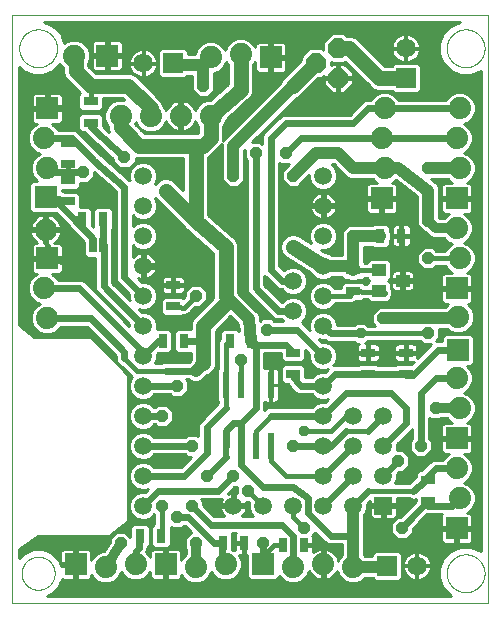
<source format=gbl>
G75*
%MOIN*%
%OFA0B0*%
%FSLAX25Y25*%
%IPPOS*%
%LPD*%
%AMOC8*
5,1,8,0,0,1.08239X$1,22.5*
%
%ADD10C,0.00000*%
%ADD11R,0.06500X0.06500*%
%ADD12C,0.06500*%
%ADD13R,0.03150X0.04724*%
%ADD14R,0.02362X0.08661*%
%ADD15OC8,0.06600*%
%ADD16R,0.04500X0.04000*%
%ADD17R,0.07400X0.07400*%
%ADD18C,0.07400*%
%ADD19C,0.05906*%
%ADD20R,0.05906X0.05906*%
%ADD21R,0.04724X0.03150*%
%ADD22R,0.02500X0.05000*%
%ADD23C,0.04000*%
%ADD24C,0.03200*%
%ADD25OC8,0.04000*%
%ADD26C,0.05000*%
%ADD27C,0.02400*%
%ADD28C,0.01600*%
%ADD29OC8,0.03562*%
%ADD30C,0.01000*%
D10*
X0073845Y0002513D02*
X0073845Y0198763D01*
X0232595Y0198763D01*
X0232595Y0002513D01*
X0073845Y0002513D01*
X0077083Y0012513D02*
X0077085Y0012661D01*
X0077091Y0012809D01*
X0077101Y0012957D01*
X0077115Y0013104D01*
X0077133Y0013251D01*
X0077154Y0013397D01*
X0077180Y0013543D01*
X0077210Y0013688D01*
X0077243Y0013832D01*
X0077281Y0013975D01*
X0077322Y0014117D01*
X0077367Y0014258D01*
X0077415Y0014398D01*
X0077468Y0014537D01*
X0077524Y0014674D01*
X0077584Y0014809D01*
X0077647Y0014943D01*
X0077714Y0015075D01*
X0077785Y0015205D01*
X0077859Y0015333D01*
X0077936Y0015459D01*
X0078017Y0015583D01*
X0078101Y0015705D01*
X0078188Y0015824D01*
X0078279Y0015941D01*
X0078373Y0016056D01*
X0078469Y0016168D01*
X0078569Y0016278D01*
X0078671Y0016384D01*
X0078777Y0016488D01*
X0078885Y0016589D01*
X0078996Y0016687D01*
X0079109Y0016783D01*
X0079225Y0016875D01*
X0079343Y0016964D01*
X0079464Y0017049D01*
X0079587Y0017132D01*
X0079712Y0017211D01*
X0079839Y0017287D01*
X0079968Y0017359D01*
X0080099Y0017428D01*
X0080232Y0017493D01*
X0080367Y0017554D01*
X0080503Y0017612D01*
X0080640Y0017667D01*
X0080779Y0017717D01*
X0080920Y0017764D01*
X0081061Y0017807D01*
X0081204Y0017847D01*
X0081348Y0017882D01*
X0081492Y0017914D01*
X0081638Y0017941D01*
X0081784Y0017965D01*
X0081931Y0017985D01*
X0082078Y0018001D01*
X0082225Y0018013D01*
X0082373Y0018021D01*
X0082521Y0018025D01*
X0082669Y0018025D01*
X0082817Y0018021D01*
X0082965Y0018013D01*
X0083112Y0018001D01*
X0083259Y0017985D01*
X0083406Y0017965D01*
X0083552Y0017941D01*
X0083698Y0017914D01*
X0083842Y0017882D01*
X0083986Y0017847D01*
X0084129Y0017807D01*
X0084270Y0017764D01*
X0084411Y0017717D01*
X0084550Y0017667D01*
X0084687Y0017612D01*
X0084823Y0017554D01*
X0084958Y0017493D01*
X0085091Y0017428D01*
X0085222Y0017359D01*
X0085351Y0017287D01*
X0085478Y0017211D01*
X0085603Y0017132D01*
X0085726Y0017049D01*
X0085847Y0016964D01*
X0085965Y0016875D01*
X0086081Y0016783D01*
X0086194Y0016687D01*
X0086305Y0016589D01*
X0086413Y0016488D01*
X0086519Y0016384D01*
X0086621Y0016278D01*
X0086721Y0016168D01*
X0086817Y0016056D01*
X0086911Y0015941D01*
X0087002Y0015824D01*
X0087089Y0015705D01*
X0087173Y0015583D01*
X0087254Y0015459D01*
X0087331Y0015333D01*
X0087405Y0015205D01*
X0087476Y0015075D01*
X0087543Y0014943D01*
X0087606Y0014809D01*
X0087666Y0014674D01*
X0087722Y0014537D01*
X0087775Y0014398D01*
X0087823Y0014258D01*
X0087868Y0014117D01*
X0087909Y0013975D01*
X0087947Y0013832D01*
X0087980Y0013688D01*
X0088010Y0013543D01*
X0088036Y0013397D01*
X0088057Y0013251D01*
X0088075Y0013104D01*
X0088089Y0012957D01*
X0088099Y0012809D01*
X0088105Y0012661D01*
X0088107Y0012513D01*
X0088105Y0012365D01*
X0088099Y0012217D01*
X0088089Y0012069D01*
X0088075Y0011922D01*
X0088057Y0011775D01*
X0088036Y0011629D01*
X0088010Y0011483D01*
X0087980Y0011338D01*
X0087947Y0011194D01*
X0087909Y0011051D01*
X0087868Y0010909D01*
X0087823Y0010768D01*
X0087775Y0010628D01*
X0087722Y0010489D01*
X0087666Y0010352D01*
X0087606Y0010217D01*
X0087543Y0010083D01*
X0087476Y0009951D01*
X0087405Y0009821D01*
X0087331Y0009693D01*
X0087254Y0009567D01*
X0087173Y0009443D01*
X0087089Y0009321D01*
X0087002Y0009202D01*
X0086911Y0009085D01*
X0086817Y0008970D01*
X0086721Y0008858D01*
X0086621Y0008748D01*
X0086519Y0008642D01*
X0086413Y0008538D01*
X0086305Y0008437D01*
X0086194Y0008339D01*
X0086081Y0008243D01*
X0085965Y0008151D01*
X0085847Y0008062D01*
X0085726Y0007977D01*
X0085603Y0007894D01*
X0085478Y0007815D01*
X0085351Y0007739D01*
X0085222Y0007667D01*
X0085091Y0007598D01*
X0084958Y0007533D01*
X0084823Y0007472D01*
X0084687Y0007414D01*
X0084550Y0007359D01*
X0084411Y0007309D01*
X0084270Y0007262D01*
X0084129Y0007219D01*
X0083986Y0007179D01*
X0083842Y0007144D01*
X0083698Y0007112D01*
X0083552Y0007085D01*
X0083406Y0007061D01*
X0083259Y0007041D01*
X0083112Y0007025D01*
X0082965Y0007013D01*
X0082817Y0007005D01*
X0082669Y0007001D01*
X0082521Y0007001D01*
X0082373Y0007005D01*
X0082225Y0007013D01*
X0082078Y0007025D01*
X0081931Y0007041D01*
X0081784Y0007061D01*
X0081638Y0007085D01*
X0081492Y0007112D01*
X0081348Y0007144D01*
X0081204Y0007179D01*
X0081061Y0007219D01*
X0080920Y0007262D01*
X0080779Y0007309D01*
X0080640Y0007359D01*
X0080503Y0007414D01*
X0080367Y0007472D01*
X0080232Y0007533D01*
X0080099Y0007598D01*
X0079968Y0007667D01*
X0079839Y0007739D01*
X0079712Y0007815D01*
X0079587Y0007894D01*
X0079464Y0007977D01*
X0079343Y0008062D01*
X0079225Y0008151D01*
X0079109Y0008243D01*
X0078996Y0008339D01*
X0078885Y0008437D01*
X0078777Y0008538D01*
X0078671Y0008642D01*
X0078569Y0008748D01*
X0078469Y0008858D01*
X0078373Y0008970D01*
X0078279Y0009085D01*
X0078188Y0009202D01*
X0078101Y0009321D01*
X0078017Y0009443D01*
X0077936Y0009567D01*
X0077859Y0009693D01*
X0077785Y0009821D01*
X0077714Y0009951D01*
X0077647Y0010083D01*
X0077584Y0010217D01*
X0077524Y0010352D01*
X0077468Y0010489D01*
X0077415Y0010628D01*
X0077367Y0010768D01*
X0077322Y0010909D01*
X0077281Y0011051D01*
X0077243Y0011194D01*
X0077210Y0011338D01*
X0077180Y0011483D01*
X0077154Y0011629D01*
X0077133Y0011775D01*
X0077115Y0011922D01*
X0077101Y0012069D01*
X0077091Y0012217D01*
X0077085Y0012365D01*
X0077083Y0012513D01*
X0218796Y0012513D02*
X0218798Y0012671D01*
X0218804Y0012829D01*
X0218814Y0012987D01*
X0218828Y0013145D01*
X0218846Y0013302D01*
X0218867Y0013459D01*
X0218893Y0013615D01*
X0218923Y0013771D01*
X0218956Y0013926D01*
X0218994Y0014079D01*
X0219035Y0014232D01*
X0219080Y0014384D01*
X0219129Y0014535D01*
X0219182Y0014684D01*
X0219238Y0014832D01*
X0219298Y0014978D01*
X0219362Y0015123D01*
X0219430Y0015266D01*
X0219501Y0015408D01*
X0219575Y0015548D01*
X0219653Y0015685D01*
X0219735Y0015821D01*
X0219819Y0015955D01*
X0219908Y0016086D01*
X0219999Y0016215D01*
X0220094Y0016342D01*
X0220191Y0016467D01*
X0220292Y0016589D01*
X0220396Y0016708D01*
X0220503Y0016825D01*
X0220613Y0016939D01*
X0220726Y0017050D01*
X0220841Y0017159D01*
X0220959Y0017264D01*
X0221080Y0017366D01*
X0221203Y0017466D01*
X0221329Y0017562D01*
X0221457Y0017655D01*
X0221587Y0017745D01*
X0221720Y0017831D01*
X0221855Y0017915D01*
X0221991Y0017994D01*
X0222130Y0018071D01*
X0222271Y0018143D01*
X0222413Y0018213D01*
X0222557Y0018278D01*
X0222703Y0018340D01*
X0222850Y0018398D01*
X0222999Y0018453D01*
X0223149Y0018504D01*
X0223300Y0018551D01*
X0223452Y0018594D01*
X0223605Y0018633D01*
X0223760Y0018669D01*
X0223915Y0018700D01*
X0224071Y0018728D01*
X0224227Y0018752D01*
X0224384Y0018772D01*
X0224542Y0018788D01*
X0224699Y0018800D01*
X0224858Y0018808D01*
X0225016Y0018812D01*
X0225174Y0018812D01*
X0225332Y0018808D01*
X0225491Y0018800D01*
X0225648Y0018788D01*
X0225806Y0018772D01*
X0225963Y0018752D01*
X0226119Y0018728D01*
X0226275Y0018700D01*
X0226430Y0018669D01*
X0226585Y0018633D01*
X0226738Y0018594D01*
X0226890Y0018551D01*
X0227041Y0018504D01*
X0227191Y0018453D01*
X0227340Y0018398D01*
X0227487Y0018340D01*
X0227633Y0018278D01*
X0227777Y0018213D01*
X0227919Y0018143D01*
X0228060Y0018071D01*
X0228199Y0017994D01*
X0228335Y0017915D01*
X0228470Y0017831D01*
X0228603Y0017745D01*
X0228733Y0017655D01*
X0228861Y0017562D01*
X0228987Y0017466D01*
X0229110Y0017366D01*
X0229231Y0017264D01*
X0229349Y0017159D01*
X0229464Y0017050D01*
X0229577Y0016939D01*
X0229687Y0016825D01*
X0229794Y0016708D01*
X0229898Y0016589D01*
X0229999Y0016467D01*
X0230096Y0016342D01*
X0230191Y0016215D01*
X0230282Y0016086D01*
X0230371Y0015955D01*
X0230455Y0015821D01*
X0230537Y0015685D01*
X0230615Y0015548D01*
X0230689Y0015408D01*
X0230760Y0015266D01*
X0230828Y0015123D01*
X0230892Y0014978D01*
X0230952Y0014832D01*
X0231008Y0014684D01*
X0231061Y0014535D01*
X0231110Y0014384D01*
X0231155Y0014232D01*
X0231196Y0014079D01*
X0231234Y0013926D01*
X0231267Y0013771D01*
X0231297Y0013615D01*
X0231323Y0013459D01*
X0231344Y0013302D01*
X0231362Y0013145D01*
X0231376Y0012987D01*
X0231386Y0012829D01*
X0231392Y0012671D01*
X0231394Y0012513D01*
X0231392Y0012355D01*
X0231386Y0012197D01*
X0231376Y0012039D01*
X0231362Y0011881D01*
X0231344Y0011724D01*
X0231323Y0011567D01*
X0231297Y0011411D01*
X0231267Y0011255D01*
X0231234Y0011100D01*
X0231196Y0010947D01*
X0231155Y0010794D01*
X0231110Y0010642D01*
X0231061Y0010491D01*
X0231008Y0010342D01*
X0230952Y0010194D01*
X0230892Y0010048D01*
X0230828Y0009903D01*
X0230760Y0009760D01*
X0230689Y0009618D01*
X0230615Y0009478D01*
X0230537Y0009341D01*
X0230455Y0009205D01*
X0230371Y0009071D01*
X0230282Y0008940D01*
X0230191Y0008811D01*
X0230096Y0008684D01*
X0229999Y0008559D01*
X0229898Y0008437D01*
X0229794Y0008318D01*
X0229687Y0008201D01*
X0229577Y0008087D01*
X0229464Y0007976D01*
X0229349Y0007867D01*
X0229231Y0007762D01*
X0229110Y0007660D01*
X0228987Y0007560D01*
X0228861Y0007464D01*
X0228733Y0007371D01*
X0228603Y0007281D01*
X0228470Y0007195D01*
X0228335Y0007111D01*
X0228199Y0007032D01*
X0228060Y0006955D01*
X0227919Y0006883D01*
X0227777Y0006813D01*
X0227633Y0006748D01*
X0227487Y0006686D01*
X0227340Y0006628D01*
X0227191Y0006573D01*
X0227041Y0006522D01*
X0226890Y0006475D01*
X0226738Y0006432D01*
X0226585Y0006393D01*
X0226430Y0006357D01*
X0226275Y0006326D01*
X0226119Y0006298D01*
X0225963Y0006274D01*
X0225806Y0006254D01*
X0225648Y0006238D01*
X0225491Y0006226D01*
X0225332Y0006218D01*
X0225174Y0006214D01*
X0225016Y0006214D01*
X0224858Y0006218D01*
X0224699Y0006226D01*
X0224542Y0006238D01*
X0224384Y0006254D01*
X0224227Y0006274D01*
X0224071Y0006298D01*
X0223915Y0006326D01*
X0223760Y0006357D01*
X0223605Y0006393D01*
X0223452Y0006432D01*
X0223300Y0006475D01*
X0223149Y0006522D01*
X0222999Y0006573D01*
X0222850Y0006628D01*
X0222703Y0006686D01*
X0222557Y0006748D01*
X0222413Y0006813D01*
X0222271Y0006883D01*
X0222130Y0006955D01*
X0221991Y0007032D01*
X0221855Y0007111D01*
X0221720Y0007195D01*
X0221587Y0007281D01*
X0221457Y0007371D01*
X0221329Y0007464D01*
X0221203Y0007560D01*
X0221080Y0007660D01*
X0220959Y0007762D01*
X0220841Y0007867D01*
X0220726Y0007976D01*
X0220613Y0008087D01*
X0220503Y0008201D01*
X0220396Y0008318D01*
X0220292Y0008437D01*
X0220191Y0008559D01*
X0220094Y0008684D01*
X0219999Y0008811D01*
X0219908Y0008940D01*
X0219819Y0009071D01*
X0219735Y0009205D01*
X0219653Y0009341D01*
X0219575Y0009478D01*
X0219501Y0009618D01*
X0219430Y0009760D01*
X0219362Y0009903D01*
X0219298Y0010048D01*
X0219238Y0010194D01*
X0219182Y0010342D01*
X0219129Y0010491D01*
X0219080Y0010642D01*
X0219035Y0010794D01*
X0218994Y0010947D01*
X0218956Y0011100D01*
X0218923Y0011255D01*
X0218893Y0011411D01*
X0218867Y0011567D01*
X0218846Y0011724D01*
X0218828Y0011881D01*
X0218814Y0012039D01*
X0218804Y0012197D01*
X0218798Y0012355D01*
X0218796Y0012513D01*
X0218796Y0187513D02*
X0218798Y0187671D01*
X0218804Y0187829D01*
X0218814Y0187987D01*
X0218828Y0188145D01*
X0218846Y0188302D01*
X0218867Y0188459D01*
X0218893Y0188615D01*
X0218923Y0188771D01*
X0218956Y0188926D01*
X0218994Y0189079D01*
X0219035Y0189232D01*
X0219080Y0189384D01*
X0219129Y0189535D01*
X0219182Y0189684D01*
X0219238Y0189832D01*
X0219298Y0189978D01*
X0219362Y0190123D01*
X0219430Y0190266D01*
X0219501Y0190408D01*
X0219575Y0190548D01*
X0219653Y0190685D01*
X0219735Y0190821D01*
X0219819Y0190955D01*
X0219908Y0191086D01*
X0219999Y0191215D01*
X0220094Y0191342D01*
X0220191Y0191467D01*
X0220292Y0191589D01*
X0220396Y0191708D01*
X0220503Y0191825D01*
X0220613Y0191939D01*
X0220726Y0192050D01*
X0220841Y0192159D01*
X0220959Y0192264D01*
X0221080Y0192366D01*
X0221203Y0192466D01*
X0221329Y0192562D01*
X0221457Y0192655D01*
X0221587Y0192745D01*
X0221720Y0192831D01*
X0221855Y0192915D01*
X0221991Y0192994D01*
X0222130Y0193071D01*
X0222271Y0193143D01*
X0222413Y0193213D01*
X0222557Y0193278D01*
X0222703Y0193340D01*
X0222850Y0193398D01*
X0222999Y0193453D01*
X0223149Y0193504D01*
X0223300Y0193551D01*
X0223452Y0193594D01*
X0223605Y0193633D01*
X0223760Y0193669D01*
X0223915Y0193700D01*
X0224071Y0193728D01*
X0224227Y0193752D01*
X0224384Y0193772D01*
X0224542Y0193788D01*
X0224699Y0193800D01*
X0224858Y0193808D01*
X0225016Y0193812D01*
X0225174Y0193812D01*
X0225332Y0193808D01*
X0225491Y0193800D01*
X0225648Y0193788D01*
X0225806Y0193772D01*
X0225963Y0193752D01*
X0226119Y0193728D01*
X0226275Y0193700D01*
X0226430Y0193669D01*
X0226585Y0193633D01*
X0226738Y0193594D01*
X0226890Y0193551D01*
X0227041Y0193504D01*
X0227191Y0193453D01*
X0227340Y0193398D01*
X0227487Y0193340D01*
X0227633Y0193278D01*
X0227777Y0193213D01*
X0227919Y0193143D01*
X0228060Y0193071D01*
X0228199Y0192994D01*
X0228335Y0192915D01*
X0228470Y0192831D01*
X0228603Y0192745D01*
X0228733Y0192655D01*
X0228861Y0192562D01*
X0228987Y0192466D01*
X0229110Y0192366D01*
X0229231Y0192264D01*
X0229349Y0192159D01*
X0229464Y0192050D01*
X0229577Y0191939D01*
X0229687Y0191825D01*
X0229794Y0191708D01*
X0229898Y0191589D01*
X0229999Y0191467D01*
X0230096Y0191342D01*
X0230191Y0191215D01*
X0230282Y0191086D01*
X0230371Y0190955D01*
X0230455Y0190821D01*
X0230537Y0190685D01*
X0230615Y0190548D01*
X0230689Y0190408D01*
X0230760Y0190266D01*
X0230828Y0190123D01*
X0230892Y0189978D01*
X0230952Y0189832D01*
X0231008Y0189684D01*
X0231061Y0189535D01*
X0231110Y0189384D01*
X0231155Y0189232D01*
X0231196Y0189079D01*
X0231234Y0188926D01*
X0231267Y0188771D01*
X0231297Y0188615D01*
X0231323Y0188459D01*
X0231344Y0188302D01*
X0231362Y0188145D01*
X0231376Y0187987D01*
X0231386Y0187829D01*
X0231392Y0187671D01*
X0231394Y0187513D01*
X0231392Y0187355D01*
X0231386Y0187197D01*
X0231376Y0187039D01*
X0231362Y0186881D01*
X0231344Y0186724D01*
X0231323Y0186567D01*
X0231297Y0186411D01*
X0231267Y0186255D01*
X0231234Y0186100D01*
X0231196Y0185947D01*
X0231155Y0185794D01*
X0231110Y0185642D01*
X0231061Y0185491D01*
X0231008Y0185342D01*
X0230952Y0185194D01*
X0230892Y0185048D01*
X0230828Y0184903D01*
X0230760Y0184760D01*
X0230689Y0184618D01*
X0230615Y0184478D01*
X0230537Y0184341D01*
X0230455Y0184205D01*
X0230371Y0184071D01*
X0230282Y0183940D01*
X0230191Y0183811D01*
X0230096Y0183684D01*
X0229999Y0183559D01*
X0229898Y0183437D01*
X0229794Y0183318D01*
X0229687Y0183201D01*
X0229577Y0183087D01*
X0229464Y0182976D01*
X0229349Y0182867D01*
X0229231Y0182762D01*
X0229110Y0182660D01*
X0228987Y0182560D01*
X0228861Y0182464D01*
X0228733Y0182371D01*
X0228603Y0182281D01*
X0228470Y0182195D01*
X0228335Y0182111D01*
X0228199Y0182032D01*
X0228060Y0181955D01*
X0227919Y0181883D01*
X0227777Y0181813D01*
X0227633Y0181748D01*
X0227487Y0181686D01*
X0227340Y0181628D01*
X0227191Y0181573D01*
X0227041Y0181522D01*
X0226890Y0181475D01*
X0226738Y0181432D01*
X0226585Y0181393D01*
X0226430Y0181357D01*
X0226275Y0181326D01*
X0226119Y0181298D01*
X0225963Y0181274D01*
X0225806Y0181254D01*
X0225648Y0181238D01*
X0225491Y0181226D01*
X0225332Y0181218D01*
X0225174Y0181214D01*
X0225016Y0181214D01*
X0224858Y0181218D01*
X0224699Y0181226D01*
X0224542Y0181238D01*
X0224384Y0181254D01*
X0224227Y0181274D01*
X0224071Y0181298D01*
X0223915Y0181326D01*
X0223760Y0181357D01*
X0223605Y0181393D01*
X0223452Y0181432D01*
X0223300Y0181475D01*
X0223149Y0181522D01*
X0222999Y0181573D01*
X0222850Y0181628D01*
X0222703Y0181686D01*
X0222557Y0181748D01*
X0222413Y0181813D01*
X0222271Y0181883D01*
X0222130Y0181955D01*
X0221991Y0182032D01*
X0221855Y0182111D01*
X0221720Y0182195D01*
X0221587Y0182281D01*
X0221457Y0182371D01*
X0221329Y0182464D01*
X0221203Y0182560D01*
X0221080Y0182660D01*
X0220959Y0182762D01*
X0220841Y0182867D01*
X0220726Y0182976D01*
X0220613Y0183087D01*
X0220503Y0183201D01*
X0220396Y0183318D01*
X0220292Y0183437D01*
X0220191Y0183559D01*
X0220094Y0183684D01*
X0219999Y0183811D01*
X0219908Y0183940D01*
X0219819Y0184071D01*
X0219735Y0184205D01*
X0219653Y0184341D01*
X0219575Y0184478D01*
X0219501Y0184618D01*
X0219430Y0184760D01*
X0219362Y0184903D01*
X0219298Y0185048D01*
X0219238Y0185194D01*
X0219182Y0185342D01*
X0219129Y0185491D01*
X0219080Y0185642D01*
X0219035Y0185794D01*
X0218994Y0185947D01*
X0218956Y0186100D01*
X0218923Y0186255D01*
X0218893Y0186411D01*
X0218867Y0186567D01*
X0218846Y0186724D01*
X0218828Y0186881D01*
X0218814Y0187039D01*
X0218804Y0187197D01*
X0218798Y0187355D01*
X0218796Y0187513D01*
X0076296Y0187513D02*
X0076298Y0187671D01*
X0076304Y0187829D01*
X0076314Y0187987D01*
X0076328Y0188145D01*
X0076346Y0188302D01*
X0076367Y0188459D01*
X0076393Y0188615D01*
X0076423Y0188771D01*
X0076456Y0188926D01*
X0076494Y0189079D01*
X0076535Y0189232D01*
X0076580Y0189384D01*
X0076629Y0189535D01*
X0076682Y0189684D01*
X0076738Y0189832D01*
X0076798Y0189978D01*
X0076862Y0190123D01*
X0076930Y0190266D01*
X0077001Y0190408D01*
X0077075Y0190548D01*
X0077153Y0190685D01*
X0077235Y0190821D01*
X0077319Y0190955D01*
X0077408Y0191086D01*
X0077499Y0191215D01*
X0077594Y0191342D01*
X0077691Y0191467D01*
X0077792Y0191589D01*
X0077896Y0191708D01*
X0078003Y0191825D01*
X0078113Y0191939D01*
X0078226Y0192050D01*
X0078341Y0192159D01*
X0078459Y0192264D01*
X0078580Y0192366D01*
X0078703Y0192466D01*
X0078829Y0192562D01*
X0078957Y0192655D01*
X0079087Y0192745D01*
X0079220Y0192831D01*
X0079355Y0192915D01*
X0079491Y0192994D01*
X0079630Y0193071D01*
X0079771Y0193143D01*
X0079913Y0193213D01*
X0080057Y0193278D01*
X0080203Y0193340D01*
X0080350Y0193398D01*
X0080499Y0193453D01*
X0080649Y0193504D01*
X0080800Y0193551D01*
X0080952Y0193594D01*
X0081105Y0193633D01*
X0081260Y0193669D01*
X0081415Y0193700D01*
X0081571Y0193728D01*
X0081727Y0193752D01*
X0081884Y0193772D01*
X0082042Y0193788D01*
X0082199Y0193800D01*
X0082358Y0193808D01*
X0082516Y0193812D01*
X0082674Y0193812D01*
X0082832Y0193808D01*
X0082991Y0193800D01*
X0083148Y0193788D01*
X0083306Y0193772D01*
X0083463Y0193752D01*
X0083619Y0193728D01*
X0083775Y0193700D01*
X0083930Y0193669D01*
X0084085Y0193633D01*
X0084238Y0193594D01*
X0084390Y0193551D01*
X0084541Y0193504D01*
X0084691Y0193453D01*
X0084840Y0193398D01*
X0084987Y0193340D01*
X0085133Y0193278D01*
X0085277Y0193213D01*
X0085419Y0193143D01*
X0085560Y0193071D01*
X0085699Y0192994D01*
X0085835Y0192915D01*
X0085970Y0192831D01*
X0086103Y0192745D01*
X0086233Y0192655D01*
X0086361Y0192562D01*
X0086487Y0192466D01*
X0086610Y0192366D01*
X0086731Y0192264D01*
X0086849Y0192159D01*
X0086964Y0192050D01*
X0087077Y0191939D01*
X0087187Y0191825D01*
X0087294Y0191708D01*
X0087398Y0191589D01*
X0087499Y0191467D01*
X0087596Y0191342D01*
X0087691Y0191215D01*
X0087782Y0191086D01*
X0087871Y0190955D01*
X0087955Y0190821D01*
X0088037Y0190685D01*
X0088115Y0190548D01*
X0088189Y0190408D01*
X0088260Y0190266D01*
X0088328Y0190123D01*
X0088392Y0189978D01*
X0088452Y0189832D01*
X0088508Y0189684D01*
X0088561Y0189535D01*
X0088610Y0189384D01*
X0088655Y0189232D01*
X0088696Y0189079D01*
X0088734Y0188926D01*
X0088767Y0188771D01*
X0088797Y0188615D01*
X0088823Y0188459D01*
X0088844Y0188302D01*
X0088862Y0188145D01*
X0088876Y0187987D01*
X0088886Y0187829D01*
X0088892Y0187671D01*
X0088894Y0187513D01*
X0088892Y0187355D01*
X0088886Y0187197D01*
X0088876Y0187039D01*
X0088862Y0186881D01*
X0088844Y0186724D01*
X0088823Y0186567D01*
X0088797Y0186411D01*
X0088767Y0186255D01*
X0088734Y0186100D01*
X0088696Y0185947D01*
X0088655Y0185794D01*
X0088610Y0185642D01*
X0088561Y0185491D01*
X0088508Y0185342D01*
X0088452Y0185194D01*
X0088392Y0185048D01*
X0088328Y0184903D01*
X0088260Y0184760D01*
X0088189Y0184618D01*
X0088115Y0184478D01*
X0088037Y0184341D01*
X0087955Y0184205D01*
X0087871Y0184071D01*
X0087782Y0183940D01*
X0087691Y0183811D01*
X0087596Y0183684D01*
X0087499Y0183559D01*
X0087398Y0183437D01*
X0087294Y0183318D01*
X0087187Y0183201D01*
X0087077Y0183087D01*
X0086964Y0182976D01*
X0086849Y0182867D01*
X0086731Y0182762D01*
X0086610Y0182660D01*
X0086487Y0182560D01*
X0086361Y0182464D01*
X0086233Y0182371D01*
X0086103Y0182281D01*
X0085970Y0182195D01*
X0085835Y0182111D01*
X0085699Y0182032D01*
X0085560Y0181955D01*
X0085419Y0181883D01*
X0085277Y0181813D01*
X0085133Y0181748D01*
X0084987Y0181686D01*
X0084840Y0181628D01*
X0084691Y0181573D01*
X0084541Y0181522D01*
X0084390Y0181475D01*
X0084238Y0181432D01*
X0084085Y0181393D01*
X0083930Y0181357D01*
X0083775Y0181326D01*
X0083619Y0181298D01*
X0083463Y0181274D01*
X0083306Y0181254D01*
X0083148Y0181238D01*
X0082991Y0181226D01*
X0082832Y0181218D01*
X0082674Y0181214D01*
X0082516Y0181214D01*
X0082358Y0181218D01*
X0082199Y0181226D01*
X0082042Y0181238D01*
X0081884Y0181254D01*
X0081727Y0181274D01*
X0081571Y0181298D01*
X0081415Y0181326D01*
X0081260Y0181357D01*
X0081105Y0181393D01*
X0080952Y0181432D01*
X0080800Y0181475D01*
X0080649Y0181522D01*
X0080499Y0181573D01*
X0080350Y0181628D01*
X0080203Y0181686D01*
X0080057Y0181748D01*
X0079913Y0181813D01*
X0079771Y0181883D01*
X0079630Y0181955D01*
X0079491Y0182032D01*
X0079355Y0182111D01*
X0079220Y0182195D01*
X0079087Y0182281D01*
X0078957Y0182371D01*
X0078829Y0182464D01*
X0078703Y0182560D01*
X0078580Y0182660D01*
X0078459Y0182762D01*
X0078341Y0182867D01*
X0078226Y0182976D01*
X0078113Y0183087D01*
X0078003Y0183201D01*
X0077896Y0183318D01*
X0077792Y0183437D01*
X0077691Y0183559D01*
X0077594Y0183684D01*
X0077499Y0183811D01*
X0077408Y0183940D01*
X0077319Y0184071D01*
X0077235Y0184205D01*
X0077153Y0184341D01*
X0077075Y0184478D01*
X0077001Y0184618D01*
X0076930Y0184760D01*
X0076862Y0184903D01*
X0076798Y0185048D01*
X0076738Y0185194D01*
X0076682Y0185342D01*
X0076629Y0185491D01*
X0076580Y0185642D01*
X0076535Y0185794D01*
X0076494Y0185947D01*
X0076456Y0186100D01*
X0076423Y0186255D01*
X0076393Y0186411D01*
X0076367Y0186567D01*
X0076346Y0186724D01*
X0076328Y0186881D01*
X0076314Y0187039D01*
X0076304Y0187197D01*
X0076298Y0187355D01*
X0076296Y0187513D01*
D11*
X0127595Y0182513D03*
X0205095Y0177513D03*
X0198845Y0015013D03*
D12*
X0208845Y0015013D03*
X0117595Y0182513D03*
X0205095Y0187513D03*
D13*
X0203638Y0125013D03*
X0196552Y0125013D03*
X0153638Y0090013D03*
X0146552Y0090013D03*
X0131138Y0090013D03*
X0124052Y0090013D03*
X0104263Y0130638D03*
X0097177Y0130638D03*
X0116552Y0025013D03*
X0123638Y0025013D03*
X0144052Y0022513D03*
X0151138Y0022513D03*
X0164052Y0021888D03*
X0171138Y0021888D03*
D14*
X0160095Y0054777D03*
X0155095Y0054777D03*
X0150095Y0054777D03*
X0145095Y0054777D03*
X0145095Y0075249D03*
X0150095Y0075249D03*
X0155095Y0075249D03*
X0160095Y0075249D03*
D15*
X0182595Y0177513D03*
X0175095Y0182513D03*
X0182595Y0187513D03*
D16*
X0196095Y0113513D03*
X0196095Y0106513D03*
X0204095Y0110013D03*
D17*
X0222095Y0107513D03*
X0222595Y0087013D03*
X0222095Y0057513D03*
X0222095Y0027513D03*
X0157595Y0015513D03*
X0125095Y0015513D03*
X0095095Y0015513D03*
X0085595Y0117513D03*
X0085095Y0138013D03*
X0085595Y0167513D03*
X0105595Y0185013D03*
X0160095Y0184513D03*
X0197095Y0137513D03*
X0222095Y0137513D03*
D18*
X0222095Y0127513D03*
X0223095Y0117513D03*
X0222595Y0098013D03*
X0222095Y0077513D03*
X0223095Y0067513D03*
X0222095Y0047513D03*
X0223095Y0037513D03*
X0187595Y0014513D03*
X0177595Y0015513D03*
X0167595Y0014513D03*
X0145095Y0015513D03*
X0135095Y0014513D03*
X0115095Y0015513D03*
X0105095Y0014513D03*
X0085595Y0097513D03*
X0084595Y0107513D03*
X0085095Y0127013D03*
X0085595Y0147513D03*
X0084595Y0157513D03*
X0110095Y0165013D03*
X0120095Y0165013D03*
X0130095Y0165013D03*
X0140095Y0165013D03*
X0140095Y0184513D03*
X0150095Y0185513D03*
X0198095Y0167513D03*
X0197095Y0157513D03*
X0198095Y0147513D03*
X0222095Y0157513D03*
X0223095Y0167513D03*
X0223095Y0147513D03*
X0094595Y0185013D03*
D19*
X0117595Y0145013D03*
X0117595Y0135013D03*
X0117595Y0125013D03*
X0117595Y0115013D03*
X0117595Y0105013D03*
X0117595Y0095013D03*
X0117595Y0085013D03*
X0117595Y0075013D03*
X0117595Y0065013D03*
X0117595Y0055013D03*
X0117595Y0045013D03*
X0117595Y0035013D03*
X0147595Y0035013D03*
X0157595Y0035013D03*
X0167595Y0035013D03*
X0177595Y0035013D03*
X0177595Y0045013D03*
X0177595Y0055013D03*
X0177595Y0065013D03*
X0177595Y0075013D03*
X0177595Y0085013D03*
X0177595Y0095013D03*
X0167595Y0100013D03*
X0177595Y0105013D03*
X0167595Y0110013D03*
X0177595Y0115013D03*
X0177595Y0125013D03*
X0177595Y0135013D03*
X0177595Y0145013D03*
X0187595Y0065013D03*
X0197595Y0065013D03*
X0197595Y0055013D03*
X0187595Y0055013D03*
X0187595Y0045013D03*
X0197595Y0045013D03*
X0187595Y0035013D03*
D20*
X0197595Y0035013D03*
D21*
X0212595Y0036469D03*
X0212595Y0043556D03*
X0205095Y0078969D03*
X0205095Y0086056D03*
X0192595Y0086056D03*
X0192595Y0078969D03*
X0167595Y0078969D03*
X0167595Y0086056D03*
X0187595Y0106469D03*
X0187595Y0113556D03*
X0127595Y0108556D03*
X0127595Y0101469D03*
X0092595Y0136469D03*
X0092595Y0143556D03*
X0092595Y0148969D03*
X0092595Y0156056D03*
X0100095Y0162719D03*
X0100095Y0169806D03*
D22*
X0100823Y0121888D03*
X0104367Y0121888D03*
D23*
X0145095Y0105013D02*
X0145095Y0102513D01*
X0145095Y0105013D02*
X0152782Y0097326D01*
X0153638Y0090013D01*
X0137595Y0082513D02*
X0135095Y0080013D01*
X0177595Y0115013D02*
X0186532Y0115013D01*
X0187595Y0113556D02*
X0187595Y0120013D01*
X0187595Y0125013D01*
X0196552Y0125013D01*
X0212595Y0130013D02*
X0212595Y0140013D01*
X0202595Y0147513D01*
X0198095Y0147513D01*
X0187595Y0147513D01*
X0182595Y0152513D01*
X0175095Y0152513D01*
X0167595Y0145013D01*
X0147595Y0145013D02*
X0147595Y0155013D01*
X0167595Y0175013D01*
X0140095Y0184513D02*
X0137595Y0182013D01*
X0128095Y0182013D01*
X0127595Y0182513D01*
X0137595Y0182013D02*
X0137595Y0175013D01*
X0212595Y0147513D02*
X0223095Y0147513D01*
X0222595Y0098013D02*
X0217095Y0097513D01*
X0197595Y0097513D01*
X0187595Y0035013D02*
X0187595Y0025013D01*
X0187595Y0022513D01*
X0187595Y0015013D01*
X0187595Y0014513D02*
X0198658Y0014513D01*
D24*
X0215095Y0067513D02*
X0223095Y0067513D01*
X0222095Y0127513D02*
X0215095Y0127513D01*
X0212595Y0130013D01*
X0135095Y0022513D02*
X0135095Y0014513D01*
X0110095Y0022513D02*
X0105095Y0014513D01*
D25*
X0110095Y0022513D03*
X0123845Y0035013D03*
X0128845Y0031263D03*
X0133845Y0035013D03*
X0138845Y0045013D03*
X0147595Y0045013D03*
X0152595Y0040013D03*
X0167595Y0055013D03*
X0171345Y0027513D03*
X0157595Y0022513D03*
X0135095Y0022513D03*
X0133845Y0055013D03*
X0123845Y0065013D03*
X0128845Y0075013D03*
X0150095Y0083763D03*
X0160095Y0083763D03*
X0158845Y0093763D03*
X0135095Y0105013D03*
X0127595Y0115013D03*
X0145095Y0121263D03*
X0125095Y0140013D03*
X0111345Y0151263D03*
X0097595Y0146263D03*
X0098845Y0137513D03*
X0098845Y0115013D03*
X0147595Y0145013D03*
X0155095Y0152513D03*
X0165095Y0152513D03*
X0167595Y0145013D03*
X0187595Y0125013D03*
X0187595Y0120013D03*
X0202595Y0118763D03*
X0212595Y0117513D03*
X0212595Y0130013D03*
X0212595Y0147513D03*
X0226345Y0176263D03*
X0195095Y0178763D03*
X0175095Y0168763D03*
X0167595Y0175013D03*
X0137595Y0175013D03*
X0092595Y0167513D03*
X0167595Y0121263D03*
X0197595Y0097513D03*
X0187595Y0085013D03*
X0212595Y0092513D03*
X0215095Y0067513D03*
X0210095Y0055013D03*
X0202595Y0050013D03*
X0203845Y0027513D03*
X0187595Y0022513D03*
D26*
X0137595Y0082513D02*
X0137595Y0090013D01*
X0137595Y0095013D01*
X0145095Y0102513D01*
X0145095Y0105013D02*
X0145095Y0121263D01*
X0135095Y0130013D01*
X0135095Y0155013D01*
X0116345Y0155013D01*
X0110095Y0161263D01*
X0110095Y0165013D01*
X0120095Y0165013D02*
X0120095Y0167513D01*
X0112595Y0175013D01*
X0100095Y0175013D01*
X0095095Y0180013D01*
X0095095Y0185013D01*
X0135095Y0155013D02*
X0137595Y0155013D01*
X0140095Y0157513D01*
X0140095Y0165013D01*
X0143095Y0167513D01*
X0150095Y0173763D01*
X0150095Y0183013D01*
X0167595Y0175013D02*
X0175095Y0182513D01*
X0182595Y0187513D02*
X0186345Y0187513D01*
X0195095Y0178763D01*
X0196345Y0177513D02*
X0205095Y0177513D01*
X0167595Y0121263D02*
X0177595Y0115013D01*
X0135095Y0130013D02*
X0125095Y0140013D01*
D27*
X0111345Y0141263D02*
X0101345Y0150013D01*
X0093845Y0157513D01*
X0092595Y0157513D01*
X0084595Y0157513D01*
X0085595Y0167513D02*
X0092595Y0167513D01*
X0100095Y0161263D02*
X0111345Y0151263D01*
X0111345Y0141263D02*
X0111345Y0111263D01*
X0117595Y0105013D01*
X0117595Y0115013D02*
X0127595Y0115013D01*
X0117595Y0095013D02*
X0104470Y0108138D01*
X0104470Y0121784D01*
X0104367Y0121888D01*
X0104367Y0129909D01*
X0104263Y0130638D01*
X0100823Y0123866D02*
X0094677Y0130638D01*
X0097177Y0130638D01*
X0094677Y0130638D02*
X0087595Y0137719D01*
X0092595Y0136469D01*
X0087595Y0137719D02*
X0085388Y0137719D01*
X0086845Y0146263D02*
X0085595Y0147513D01*
X0086845Y0146263D02*
X0092595Y0146263D01*
X0097595Y0146263D01*
X0100823Y0123866D02*
X0100823Y0121888D01*
X0098845Y0115013D02*
X0085595Y0117513D01*
X0084595Y0107513D02*
X0096345Y0107513D01*
X0117595Y0086263D01*
X0117595Y0085013D02*
X0122595Y0090013D01*
X0131138Y0090013D02*
X0137595Y0090013D01*
X0135095Y0080013D02*
X0125095Y0080013D01*
X0128845Y0075013D02*
X0117595Y0075013D01*
X0117595Y0065013D02*
X0123845Y0065013D01*
X0117595Y0055013D02*
X0133845Y0055013D01*
X0138845Y0052513D02*
X0131345Y0045013D01*
X0117595Y0045013D01*
X0122595Y0040013D02*
X0142595Y0040013D01*
X0147595Y0045013D01*
X0150095Y0048763D02*
X0150095Y0054777D01*
X0150095Y0062513D01*
X0147595Y0062513D01*
X0145095Y0060013D01*
X0145095Y0054777D01*
X0145095Y0051263D02*
X0138845Y0045013D01*
X0138845Y0052513D02*
X0138845Y0061263D01*
X0145095Y0067513D01*
X0150095Y0062513D02*
X0155095Y0067513D01*
X0155095Y0075249D01*
X0155095Y0088763D01*
X0165095Y0088763D01*
X0167595Y0086263D01*
X0168845Y0093763D02*
X0158845Y0093763D01*
X0155095Y0088950D02*
X0155095Y0088763D01*
X0153845Y0088763D01*
X0162595Y0100013D02*
X0155095Y0107513D01*
X0155095Y0152513D01*
X0160095Y0157513D02*
X0165095Y0162513D01*
X0187595Y0162513D01*
X0192595Y0167513D01*
X0198095Y0167513D01*
X0223095Y0167513D01*
X0222095Y0157513D02*
X0197095Y0157513D01*
X0170095Y0157513D01*
X0165095Y0152513D01*
X0160095Y0157513D02*
X0160095Y0113763D01*
X0163845Y0110013D01*
X0167595Y0110013D01*
X0167595Y0100013D02*
X0162595Y0100013D01*
X0168845Y0093763D02*
X0177595Y0085013D01*
X0181552Y0078969D02*
X0192201Y0078969D01*
X0192595Y0078969D02*
X0205095Y0078969D01*
X0205282Y0078763D01*
X0207595Y0078763D01*
X0215845Y0087013D01*
X0222595Y0087013D01*
X0222095Y0077513D02*
X0215095Y0077513D01*
X0210095Y0072513D01*
X0210095Y0055013D01*
X0205095Y0062513D02*
X0205095Y0067513D01*
X0200095Y0072513D01*
X0185095Y0072513D01*
X0177595Y0065013D01*
X0160095Y0065013D01*
X0167595Y0055013D02*
X0177595Y0055013D01*
X0180095Y0055013D02*
X0185095Y0060013D01*
X0187595Y0055013D02*
X0177595Y0045013D01*
X0172595Y0037513D02*
X0167595Y0041263D01*
X0157595Y0041263D01*
X0150095Y0048763D01*
X0133845Y0035013D02*
X0140095Y0028763D01*
X0163845Y0028763D01*
X0167595Y0025013D01*
X0167595Y0014513D01*
X0157595Y0015513D02*
X0157595Y0018138D01*
X0157595Y0022513D01*
X0144052Y0022513D02*
X0143658Y0016950D01*
X0145095Y0015513D01*
X0144052Y0022513D02*
X0141345Y0022513D01*
X0132595Y0031263D01*
X0128845Y0031263D01*
X0122595Y0040013D02*
X0117595Y0035013D01*
X0116052Y0025013D02*
X0116052Y0020969D01*
X0115095Y0020013D01*
X0115095Y0015513D01*
X0172595Y0032513D02*
X0172595Y0037513D01*
X0177595Y0035013D02*
X0187595Y0045013D01*
X0192595Y0040013D02*
X0187595Y0035013D01*
X0187595Y0025013D02*
X0180095Y0025013D01*
X0172595Y0032513D01*
X0197595Y0045013D02*
X0202595Y0050013D01*
X0197595Y0055013D02*
X0205095Y0062513D01*
X0197595Y0065013D02*
X0192595Y0060013D01*
X0177595Y0075013D02*
X0170095Y0075013D01*
X0168845Y0076263D01*
X0177595Y0075013D02*
X0181552Y0078969D01*
X0180095Y0092513D02*
X0177595Y0095013D01*
X0180095Y0092513D02*
X0190095Y0092513D01*
X0215095Y0047513D02*
X0212595Y0045013D01*
X0213638Y0045013D02*
X0207595Y0040013D01*
X0212595Y0036469D02*
X0207595Y0031469D01*
X0203845Y0027513D01*
X0212595Y0035013D02*
X0220595Y0035013D01*
X0222095Y0047513D02*
X0215095Y0047513D01*
X0111345Y0084263D02*
X0111345Y0086263D01*
X0100095Y0097513D01*
X0085595Y0097513D01*
D28*
X0084595Y0107513D02*
X0095095Y0107513D01*
X0111345Y0084263D02*
X0115595Y0080013D01*
X0125095Y0080013D01*
X0117595Y0085013D02*
X0117595Y0086263D01*
X0122595Y0090013D02*
X0124052Y0090013D01*
X0127595Y0101469D02*
X0131158Y0101076D01*
X0135095Y0105013D01*
X0127595Y0115013D02*
X0127595Y0122513D01*
X0098845Y0137513D02*
X0097095Y0138013D01*
X0092595Y0143556D02*
X0092595Y0146263D01*
X0092595Y0148969D01*
X0092595Y0156056D02*
X0092595Y0157513D01*
X0100095Y0161263D02*
X0100095Y0162719D01*
X0100095Y0169806D02*
X0100095Y0175013D01*
X0095095Y0185013D02*
X0094595Y0185013D01*
X0085095Y0138013D02*
X0085388Y0137719D01*
X0145095Y0088950D02*
X0146552Y0090013D01*
X0145095Y0088950D02*
X0145095Y0075249D01*
X0145095Y0067513D01*
X0150095Y0075249D02*
X0150095Y0083763D01*
X0153638Y0090013D02*
X0155095Y0088950D01*
X0160095Y0083763D02*
X0160095Y0075249D01*
X0167595Y0077513D02*
X0168845Y0076263D01*
X0168845Y0077326D01*
X0167595Y0078969D01*
X0167595Y0086056D02*
X0167595Y0086263D01*
X0187595Y0085013D02*
X0188638Y0086056D01*
X0192595Y0086056D01*
X0190095Y0092513D02*
X0212595Y0092513D01*
X0206552Y0078969D02*
X0205095Y0078969D01*
X0192595Y0078969D02*
X0192201Y0078969D01*
X0187595Y0065013D02*
X0185095Y0065013D01*
X0180095Y0060013D01*
X0171345Y0060013D01*
X0177595Y0055013D02*
X0180095Y0055013D01*
X0185095Y0060013D02*
X0192595Y0060013D01*
X0177595Y0045013D02*
X0165095Y0045013D01*
X0160095Y0050013D01*
X0160095Y0054777D01*
X0155095Y0054777D02*
X0155095Y0060013D01*
X0160095Y0065013D01*
X0145095Y0054777D02*
X0145095Y0051263D01*
X0152595Y0040013D02*
X0157595Y0035013D01*
X0167595Y0035013D02*
X0167595Y0031263D01*
X0171345Y0027513D01*
X0164052Y0021888D02*
X0161345Y0021888D01*
X0157595Y0018138D01*
X0185595Y0015013D02*
X0187595Y0015013D01*
X0187595Y0014513D02*
X0185595Y0015013D01*
X0198658Y0014513D02*
X0198845Y0014513D01*
X0198845Y0015013D01*
X0212595Y0035013D02*
X0212595Y0036469D01*
X0212595Y0035013D02*
X0211138Y0036469D01*
X0207595Y0040013D02*
X0212595Y0043556D01*
X0212595Y0045013D02*
X0213638Y0045013D01*
X0207595Y0040013D02*
X0192595Y0040013D01*
X0220595Y0035013D02*
X0223095Y0037513D01*
X0186532Y0105013D02*
X0177595Y0105013D01*
X0186532Y0105013D02*
X0187595Y0106469D01*
X0198158Y0106076D01*
X0196095Y0106513D01*
X0196095Y0113513D02*
X0188032Y0113513D01*
X0187595Y0113556D01*
X0186532Y0115013D01*
X0202595Y0118763D02*
X0202595Y0120013D01*
X0204032Y0121450D01*
X0203638Y0125013D01*
X0212595Y0117513D02*
X0223095Y0117513D01*
X0196345Y0177513D02*
X0195095Y0178763D01*
X0150095Y0183013D02*
X0150095Y0185513D01*
X0123845Y0035013D02*
X0123845Y0025013D01*
X0123638Y0025013D01*
X0116552Y0025013D02*
X0116052Y0025013D01*
D29*
X0171345Y0060013D03*
X0190095Y0092513D03*
X0148845Y0133763D03*
X0212595Y0021263D03*
D30*
X0211335Y0019075D02*
X0210669Y0019415D01*
X0209957Y0019646D01*
X0209219Y0019763D01*
X0209034Y0019763D01*
X0209034Y0015202D01*
X0208656Y0015202D01*
X0208656Y0019763D01*
X0208471Y0019763D01*
X0207733Y0019646D01*
X0207022Y0019415D01*
X0206356Y0019075D01*
X0205751Y0018636D01*
X0205222Y0018107D01*
X0204783Y0017502D01*
X0204443Y0016836D01*
X0204212Y0016125D01*
X0204095Y0015387D01*
X0204095Y0015202D01*
X0208656Y0015202D01*
X0208656Y0014824D01*
X0204095Y0014824D01*
X0204095Y0014639D01*
X0204212Y0013900D01*
X0204443Y0013189D01*
X0204783Y0012523D01*
X0205222Y0011918D01*
X0205751Y0011390D01*
X0206356Y0010950D01*
X0207022Y0010611D01*
X0207733Y0010380D01*
X0208471Y0010263D01*
X0208656Y0010263D01*
X0208656Y0014824D01*
X0209034Y0014824D01*
X0209034Y0015202D01*
X0213595Y0015202D01*
X0213595Y0015387D01*
X0213478Y0016125D01*
X0213247Y0016836D01*
X0212908Y0017502D01*
X0212468Y0018107D01*
X0211940Y0018636D01*
X0211335Y0019075D01*
X0212086Y0018489D02*
X0218627Y0018489D01*
X0217636Y0017497D02*
X0220111Y0019972D01*
X0223345Y0021312D01*
X0226845Y0021312D01*
X0230079Y0019972D01*
X0230095Y0019957D01*
X0230095Y0180069D01*
X0230079Y0180053D01*
X0226845Y0178714D01*
X0223345Y0178714D01*
X0220111Y0180053D01*
X0217636Y0182528D01*
X0216296Y0185762D01*
X0216296Y0189263D01*
X0217636Y0192497D01*
X0220111Y0194972D01*
X0223226Y0196263D01*
X0084464Y0196263D01*
X0087579Y0194972D01*
X0090055Y0192497D01*
X0091340Y0189394D01*
X0091536Y0189591D01*
X0093521Y0190413D01*
X0095669Y0190413D01*
X0097654Y0189591D01*
X0099173Y0188072D01*
X0099995Y0186087D01*
X0099995Y0183939D01*
X0099295Y0182249D01*
X0099295Y0181752D01*
X0101835Y0179213D01*
X0113431Y0179213D01*
X0114886Y0178610D01*
X0114501Y0178890D01*
X0113972Y0179418D01*
X0113533Y0180023D01*
X0113193Y0180689D01*
X0112962Y0181400D01*
X0112845Y0182139D01*
X0112845Y0182324D01*
X0117406Y0182324D01*
X0117406Y0182702D01*
X0117406Y0187263D01*
X0117221Y0187263D01*
X0116483Y0187146D01*
X0115772Y0186915D01*
X0115106Y0186575D01*
X0114501Y0186136D01*
X0113972Y0185607D01*
X0113533Y0185002D01*
X0113193Y0184336D01*
X0112962Y0183625D01*
X0112845Y0182887D01*
X0112845Y0182702D01*
X0117406Y0182702D01*
X0117784Y0182702D01*
X0117784Y0187263D01*
X0117969Y0187263D01*
X0118707Y0187146D01*
X0119419Y0186915D01*
X0120085Y0186575D01*
X0120690Y0186136D01*
X0121218Y0185607D01*
X0121658Y0185002D01*
X0121997Y0184336D01*
X0122228Y0183625D01*
X0122345Y0182887D01*
X0122345Y0182702D01*
X0117784Y0182702D01*
X0117784Y0182324D01*
X0122345Y0182324D01*
X0122345Y0182139D01*
X0122228Y0181400D01*
X0121997Y0180689D01*
X0121658Y0180023D01*
X0121218Y0179418D01*
X0120690Y0178890D01*
X0120085Y0178450D01*
X0119419Y0178111D01*
X0118707Y0177880D01*
X0117969Y0177763D01*
X0117784Y0177763D01*
X0117784Y0182324D01*
X0117406Y0182324D01*
X0117406Y0177763D01*
X0117221Y0177763D01*
X0116483Y0177880D01*
X0115772Y0178111D01*
X0115106Y0178450D01*
X0115075Y0178472D01*
X0122474Y0171073D01*
X0123656Y0169892D01*
X0124223Y0168521D01*
X0124673Y0168072D01*
X0125205Y0166788D01*
X0125276Y0167009D01*
X0125648Y0167738D01*
X0126129Y0168400D01*
X0126708Y0168979D01*
X0127370Y0169460D01*
X0128099Y0169832D01*
X0128877Y0170085D01*
X0129595Y0170198D01*
X0129595Y0165513D01*
X0130595Y0165513D01*
X0130595Y0170198D01*
X0131313Y0170085D01*
X0132091Y0169832D01*
X0132821Y0169460D01*
X0133483Y0168979D01*
X0134061Y0168400D01*
X0134543Y0167738D01*
X0134914Y0167009D01*
X0134986Y0166788D01*
X0135517Y0168072D01*
X0137036Y0169591D01*
X0139021Y0170413D01*
X0140015Y0170413D01*
X0140351Y0170693D01*
X0145895Y0175643D01*
X0145895Y0182076D01*
X0145517Y0182454D01*
X0145302Y0182973D01*
X0144673Y0181454D01*
X0143154Y0179935D01*
X0141295Y0179165D01*
X0141295Y0173480D01*
X0140732Y0172917D01*
X0140732Y0172917D01*
X0139691Y0171876D01*
X0139691Y0171876D01*
X0139128Y0171313D01*
X0136063Y0171313D01*
X0135499Y0171876D01*
X0135499Y0171876D01*
X0134458Y0172917D01*
X0134458Y0172917D01*
X0133895Y0173480D01*
X0133895Y0178313D01*
X0132299Y0178313D01*
X0131549Y0177563D01*
X0123641Y0177563D01*
X0122645Y0178559D01*
X0122645Y0186467D01*
X0123641Y0187463D01*
X0131549Y0187463D01*
X0132545Y0186467D01*
X0132545Y0185713D01*
X0134747Y0185713D01*
X0135517Y0187572D01*
X0137036Y0189091D01*
X0139021Y0189913D01*
X0141169Y0189913D01*
X0143154Y0189091D01*
X0144673Y0187572D01*
X0144888Y0187053D01*
X0145517Y0188572D01*
X0147036Y0190091D01*
X0149021Y0190913D01*
X0151169Y0190913D01*
X0153154Y0190091D01*
X0154673Y0188572D01*
X0154895Y0188035D01*
X0154895Y0188410D01*
X0154997Y0188792D01*
X0155195Y0189134D01*
X0155474Y0189413D01*
X0155816Y0189611D01*
X0156198Y0189713D01*
X0159595Y0189713D01*
X0159595Y0185013D01*
X0160595Y0185013D01*
X0160595Y0189713D01*
X0163993Y0189713D01*
X0164374Y0189611D01*
X0164716Y0189413D01*
X0164995Y0189134D01*
X0165193Y0188792D01*
X0165295Y0188410D01*
X0165295Y0185013D01*
X0160595Y0185013D01*
X0160595Y0184013D01*
X0165295Y0184013D01*
X0165295Y0180615D01*
X0165193Y0180234D01*
X0164995Y0179892D01*
X0164716Y0179612D01*
X0164374Y0179415D01*
X0163993Y0179313D01*
X0160595Y0179313D01*
X0160595Y0184013D01*
X0159595Y0184013D01*
X0159595Y0179313D01*
X0156198Y0179313D01*
X0155816Y0179415D01*
X0155474Y0179612D01*
X0155195Y0179892D01*
X0154997Y0180234D01*
X0154895Y0180615D01*
X0154895Y0182990D01*
X0154673Y0182454D01*
X0154295Y0182076D01*
X0154295Y0174475D01*
X0154336Y0174359D01*
X0154295Y0173644D01*
X0154295Y0172927D01*
X0154248Y0172814D01*
X0154241Y0172691D01*
X0153930Y0172046D01*
X0153656Y0171384D01*
X0153569Y0171297D01*
X0153516Y0171186D01*
X0152981Y0170709D01*
X0152474Y0170202D01*
X0152361Y0170155D01*
X0146460Y0164887D01*
X0146426Y0164821D01*
X0145839Y0164332D01*
X0145495Y0164025D01*
X0145495Y0163939D01*
X0144673Y0161954D01*
X0144295Y0161576D01*
X0144295Y0156714D01*
X0144458Y0157109D01*
X0163535Y0176185D01*
X0164035Y0177392D01*
X0170095Y0183452D01*
X0170095Y0184584D01*
X0173024Y0187513D01*
X0177166Y0187513D01*
X0177595Y0187084D01*
X0177595Y0189584D01*
X0180524Y0192513D01*
X0184666Y0192513D01*
X0185466Y0191713D01*
X0187181Y0191713D01*
X0188724Y0191073D01*
X0198085Y0181713D01*
X0200391Y0181713D01*
X0201141Y0182463D01*
X0209049Y0182463D01*
X0210045Y0181467D01*
X0210045Y0173559D01*
X0209049Y0172563D01*
X0201141Y0172563D01*
X0200391Y0173313D01*
X0195510Y0173313D01*
X0193966Y0173952D01*
X0192785Y0175134D01*
X0192764Y0175182D01*
X0192716Y0175202D01*
X0185036Y0182882D01*
X0184666Y0182513D01*
X0180524Y0182513D01*
X0180095Y0182942D01*
X0180095Y0181801D01*
X0180607Y0182313D01*
X0182295Y0182313D01*
X0182295Y0177813D01*
X0182895Y0177813D01*
X0182895Y0182313D01*
X0184583Y0182313D01*
X0187395Y0179501D01*
X0187395Y0177813D01*
X0182895Y0177813D01*
X0182895Y0177213D01*
X0187395Y0177213D01*
X0187395Y0175525D01*
X0184583Y0172713D01*
X0182895Y0172713D01*
X0182895Y0177213D01*
X0182295Y0177213D01*
X0177795Y0177213D01*
X0177795Y0175525D01*
X0180607Y0172713D01*
X0182295Y0172713D01*
X0182295Y0177213D01*
X0182295Y0177813D01*
X0177795Y0177813D01*
X0177795Y0178142D01*
X0177166Y0177513D01*
X0176035Y0177513D01*
X0169974Y0171452D01*
X0168767Y0170952D01*
X0154028Y0156213D01*
X0156628Y0156213D01*
X0157195Y0155645D01*
X0157195Y0158090D01*
X0157637Y0159155D01*
X0163452Y0164971D01*
X0164518Y0165413D01*
X0186394Y0165413D01*
X0190952Y0169971D01*
X0192018Y0170413D01*
X0193451Y0170413D01*
X0193517Y0170572D01*
X0195036Y0172091D01*
X0197021Y0172913D01*
X0199169Y0172913D01*
X0201154Y0172091D01*
X0202673Y0170572D01*
X0202739Y0170413D01*
X0218451Y0170413D01*
X0218517Y0170572D01*
X0220036Y0172091D01*
X0222021Y0172913D01*
X0224169Y0172913D01*
X0226154Y0172091D01*
X0227673Y0170572D01*
X0228495Y0168587D01*
X0228495Y0166439D01*
X0227673Y0164454D01*
X0226154Y0162935D01*
X0224635Y0162306D01*
X0225154Y0162091D01*
X0226673Y0160572D01*
X0227495Y0158587D01*
X0227495Y0156439D01*
X0226673Y0154454D01*
X0225154Y0152935D01*
X0224635Y0152720D01*
X0226154Y0152091D01*
X0227673Y0150572D01*
X0228495Y0148587D01*
X0228495Y0146439D01*
X0227673Y0144454D01*
X0226154Y0142935D01*
X0225618Y0142713D01*
X0225993Y0142713D01*
X0226374Y0142611D01*
X0226716Y0142413D01*
X0226995Y0142134D01*
X0227193Y0141792D01*
X0227295Y0141410D01*
X0227295Y0138013D01*
X0222595Y0138013D01*
X0222595Y0137013D01*
X0227295Y0137013D01*
X0227295Y0133615D01*
X0227193Y0133234D01*
X0226995Y0132892D01*
X0226716Y0132612D01*
X0226374Y0132415D01*
X0225993Y0132313D01*
X0224618Y0132313D01*
X0225154Y0132091D01*
X0226673Y0130572D01*
X0227495Y0128587D01*
X0227495Y0126439D01*
X0226673Y0124454D01*
X0225154Y0122935D01*
X0224635Y0122720D01*
X0226154Y0122091D01*
X0227673Y0120572D01*
X0228495Y0118587D01*
X0228495Y0116439D01*
X0227673Y0114454D01*
X0226154Y0112935D01*
X0225618Y0112713D01*
X0225993Y0112713D01*
X0226374Y0112611D01*
X0226716Y0112413D01*
X0226995Y0112134D01*
X0227193Y0111792D01*
X0227295Y0111410D01*
X0227295Y0108013D01*
X0222595Y0108013D01*
X0222595Y0107013D01*
X0227295Y0107013D01*
X0227295Y0103615D01*
X0227193Y0103234D01*
X0226995Y0102892D01*
X0226716Y0102612D01*
X0226374Y0102415D01*
X0225993Y0102313D01*
X0225932Y0102313D01*
X0227173Y0101072D01*
X0227995Y0099087D01*
X0227995Y0096939D01*
X0227173Y0094954D01*
X0225654Y0093435D01*
X0223669Y0092613D01*
X0221521Y0092613D01*
X0219536Y0093435D01*
X0219000Y0093971D01*
X0217991Y0093879D01*
X0217831Y0093813D01*
X0217263Y0093813D01*
X0216697Y0093761D01*
X0216532Y0093813D01*
X0216295Y0093813D01*
X0216295Y0090980D01*
X0215199Y0089884D01*
X0215268Y0089913D01*
X0217195Y0089913D01*
X0217195Y0091417D01*
X0218191Y0092413D01*
X0226999Y0092413D01*
X0227995Y0091417D01*
X0227995Y0082609D01*
X0226999Y0081613D01*
X0225632Y0081613D01*
X0226673Y0080572D01*
X0227495Y0078587D01*
X0227495Y0076439D01*
X0226673Y0074454D01*
X0225154Y0072935D01*
X0224635Y0072720D01*
X0226154Y0072091D01*
X0227673Y0070572D01*
X0228495Y0068587D01*
X0228495Y0066439D01*
X0227673Y0064454D01*
X0226154Y0062935D01*
X0225618Y0062713D01*
X0225993Y0062713D01*
X0226374Y0062611D01*
X0226716Y0062413D01*
X0226995Y0062134D01*
X0227193Y0061792D01*
X0227295Y0061410D01*
X0227295Y0058013D01*
X0222595Y0058013D01*
X0222595Y0057013D01*
X0227295Y0057013D01*
X0227295Y0053615D01*
X0227193Y0053234D01*
X0226995Y0052892D01*
X0226716Y0052612D01*
X0226374Y0052415D01*
X0225993Y0052313D01*
X0224618Y0052313D01*
X0225154Y0052091D01*
X0226673Y0050572D01*
X0227495Y0048587D01*
X0227495Y0046439D01*
X0226673Y0044454D01*
X0225154Y0042935D01*
X0224635Y0042720D01*
X0226154Y0042091D01*
X0227673Y0040572D01*
X0228495Y0038587D01*
X0228495Y0036439D01*
X0227673Y0034454D01*
X0226154Y0032935D01*
X0225618Y0032713D01*
X0225993Y0032713D01*
X0226374Y0032611D01*
X0226716Y0032413D01*
X0226995Y0032134D01*
X0227193Y0031792D01*
X0227295Y0031410D01*
X0227295Y0028013D01*
X0222595Y0028013D01*
X0222595Y0027013D01*
X0227295Y0027013D01*
X0227295Y0023615D01*
X0227193Y0023234D01*
X0226995Y0022892D01*
X0226716Y0022612D01*
X0226374Y0022415D01*
X0225993Y0022313D01*
X0222595Y0022313D01*
X0222595Y0027013D01*
X0221595Y0027013D01*
X0216895Y0027013D01*
X0216895Y0023615D01*
X0216997Y0023234D01*
X0217195Y0022892D01*
X0217474Y0022612D01*
X0217816Y0022415D01*
X0218198Y0022313D01*
X0221595Y0022313D01*
X0221595Y0027013D01*
X0221595Y0028013D01*
X0216895Y0028013D01*
X0216895Y0031410D01*
X0216997Y0031792D01*
X0217183Y0032113D01*
X0212340Y0032113D01*
X0209673Y0029446D01*
X0207545Y0027201D01*
X0207545Y0025980D01*
X0205378Y0023813D01*
X0202313Y0023813D01*
X0200145Y0025980D01*
X0200145Y0029045D01*
X0202313Y0031213D01*
X0203356Y0031213D01*
X0205121Y0033075D01*
X0205137Y0033112D01*
X0205517Y0033492D01*
X0205887Y0033883D01*
X0205924Y0033899D01*
X0208533Y0036508D01*
X0208533Y0037267D01*
X0207897Y0037071D01*
X0206748Y0037180D01*
X0206119Y0037513D01*
X0202048Y0037513D01*
X0202048Y0035497D01*
X0198079Y0035497D01*
X0198079Y0034528D01*
X0198079Y0030560D01*
X0200745Y0030560D01*
X0201127Y0030662D01*
X0201469Y0030860D01*
X0201748Y0031139D01*
X0201946Y0031481D01*
X0202048Y0031863D01*
X0202048Y0034528D01*
X0198079Y0034528D01*
X0197111Y0034528D01*
X0197111Y0030560D01*
X0194445Y0030560D01*
X0194063Y0030662D01*
X0193721Y0030860D01*
X0193442Y0031139D01*
X0193245Y0031481D01*
X0193142Y0031863D01*
X0193142Y0034528D01*
X0197111Y0034528D01*
X0197111Y0035497D01*
X0193142Y0035497D01*
X0193142Y0036459D01*
X0192248Y0035564D01*
X0192248Y0034087D01*
X0191540Y0032377D01*
X0191295Y0032133D01*
X0191295Y0018449D01*
X0191532Y0018213D01*
X0193895Y0018213D01*
X0193895Y0018967D01*
X0194891Y0019963D01*
X0202799Y0019963D01*
X0203795Y0018967D01*
X0203795Y0011059D01*
X0202799Y0010063D01*
X0194891Y0010063D01*
X0194141Y0010813D01*
X0191532Y0010813D01*
X0190654Y0009935D01*
X0188669Y0009113D01*
X0186521Y0009113D01*
X0184536Y0009935D01*
X0183017Y0011454D01*
X0182276Y0013245D01*
X0182043Y0012787D01*
X0181561Y0012125D01*
X0180983Y0011546D01*
X0180321Y0011065D01*
X0179591Y0010694D01*
X0178813Y0010441D01*
X0178095Y0010327D01*
X0178095Y0015013D01*
X0177095Y0015013D01*
X0177095Y0010327D01*
X0176377Y0010441D01*
X0175599Y0010694D01*
X0174870Y0011065D01*
X0174208Y0011546D01*
X0173629Y0012125D01*
X0173148Y0012787D01*
X0172915Y0013245D01*
X0172173Y0011454D01*
X0170654Y0009935D01*
X0168669Y0009113D01*
X0166521Y0009113D01*
X0164536Y0009935D01*
X0163017Y0011454D01*
X0162995Y0011507D01*
X0162995Y0011109D01*
X0161999Y0010113D01*
X0153191Y0010113D01*
X0152195Y0011109D01*
X0152195Y0018651D01*
X0151426Y0018651D01*
X0151426Y0022225D01*
X0150851Y0022225D01*
X0150851Y0018651D01*
X0149594Y0018651D01*
X0149673Y0018572D01*
X0150495Y0016587D01*
X0150495Y0014439D01*
X0149673Y0012454D01*
X0148154Y0010935D01*
X0146169Y0010113D01*
X0144021Y0010113D01*
X0142036Y0010935D01*
X0140517Y0012454D01*
X0140302Y0012973D01*
X0139673Y0011454D01*
X0138154Y0009935D01*
X0136169Y0009113D01*
X0134021Y0009113D01*
X0132036Y0009935D01*
X0130517Y0011454D01*
X0130295Y0011990D01*
X0130295Y0011615D01*
X0130193Y0011234D01*
X0129995Y0010892D01*
X0129716Y0010612D01*
X0129374Y0010415D01*
X0128993Y0010313D01*
X0125595Y0010313D01*
X0125595Y0015013D01*
X0124595Y0015013D01*
X0124595Y0010313D01*
X0121198Y0010313D01*
X0120816Y0010415D01*
X0120474Y0010612D01*
X0120195Y0010892D01*
X0119997Y0011234D01*
X0119895Y0011615D01*
X0119895Y0012990D01*
X0119673Y0012454D01*
X0118154Y0010935D01*
X0116169Y0010113D01*
X0114021Y0010113D01*
X0112036Y0010935D01*
X0110517Y0012454D01*
X0110302Y0012973D01*
X0109673Y0011454D01*
X0108154Y0009935D01*
X0106169Y0009113D01*
X0104021Y0009113D01*
X0102036Y0009935D01*
X0100517Y0011454D01*
X0100295Y0011990D01*
X0100295Y0011615D01*
X0100193Y0011234D01*
X0099995Y0010892D01*
X0099716Y0010612D01*
X0099374Y0010415D01*
X0098993Y0010313D01*
X0095595Y0010313D01*
X0095595Y0015013D01*
X0094595Y0015013D01*
X0090232Y0015013D01*
X0089387Y0017051D01*
X0087133Y0019305D01*
X0084189Y0020525D01*
X0081001Y0020525D01*
X0078057Y0019305D01*
X0076345Y0017593D01*
X0076345Y0020548D01*
X0082595Y0025013D01*
X0106345Y0025013D01*
X0112595Y0030013D01*
X0112595Y0078763D01*
X0100095Y0091263D01*
X0081345Y0091263D01*
X0076345Y0095429D01*
X0076345Y0181319D01*
X0077611Y0180053D01*
X0080845Y0178714D01*
X0084345Y0178714D01*
X0087579Y0180053D01*
X0089860Y0182334D01*
X0090017Y0181954D01*
X0090895Y0181076D01*
X0090895Y0179177D01*
X0091535Y0177634D01*
X0096535Y0172634D01*
X0096558Y0172610D01*
X0096033Y0172085D01*
X0096033Y0167527D01*
X0097029Y0166531D01*
X0103162Y0166531D01*
X0104157Y0167527D01*
X0104157Y0170813D01*
X0110855Y0170813D01*
X0111316Y0170352D01*
X0111169Y0170413D01*
X0109021Y0170413D01*
X0107036Y0169591D01*
X0105517Y0168072D01*
X0104695Y0166087D01*
X0104695Y0163939D01*
X0105517Y0161954D01*
X0105895Y0161576D01*
X0105895Y0160427D01*
X0106184Y0159731D01*
X0104157Y0161532D01*
X0104157Y0164998D01*
X0103162Y0165994D01*
X0097029Y0165994D01*
X0096033Y0164998D01*
X0096033Y0160440D01*
X0097029Y0159445D01*
X0097775Y0159445D01*
X0107645Y0150672D01*
X0107645Y0149730D01*
X0109813Y0147563D01*
X0112878Y0147563D01*
X0115045Y0149730D01*
X0115045Y0151005D01*
X0115510Y0150813D01*
X0130895Y0150813D01*
X0130895Y0140152D01*
X0127474Y0143573D01*
X0125931Y0144213D01*
X0124260Y0144213D01*
X0122716Y0143573D01*
X0121553Y0142411D01*
X0122248Y0144087D01*
X0122248Y0145938D01*
X0121540Y0147648D01*
X0120231Y0148957D01*
X0118521Y0149666D01*
X0116670Y0149666D01*
X0114960Y0148957D01*
X0113651Y0147648D01*
X0112942Y0145938D01*
X0112942Y0144087D01*
X0113169Y0143540D01*
X0112988Y0143721D01*
X0112896Y0143759D01*
X0103327Y0152132D01*
X0096304Y0159155D01*
X0096304Y0159155D01*
X0095488Y0159971D01*
X0094422Y0160413D01*
X0089239Y0160413D01*
X0089173Y0160572D01*
X0087654Y0162091D01*
X0087118Y0162313D01*
X0089493Y0162313D01*
X0089874Y0162415D01*
X0090216Y0162612D01*
X0090495Y0162892D01*
X0090693Y0163234D01*
X0090795Y0163615D01*
X0090795Y0167013D01*
X0086095Y0167013D01*
X0086095Y0168013D01*
X0085095Y0168013D01*
X0085095Y0172713D01*
X0081698Y0172713D01*
X0081316Y0172611D01*
X0080974Y0172413D01*
X0080695Y0172134D01*
X0080497Y0171792D01*
X0080395Y0171410D01*
X0080395Y0168013D01*
X0085095Y0168013D01*
X0085095Y0167013D01*
X0080395Y0167013D01*
X0080395Y0163615D01*
X0080497Y0163234D01*
X0080695Y0162892D01*
X0080974Y0162612D01*
X0081316Y0162415D01*
X0081698Y0162313D01*
X0082073Y0162313D01*
X0081536Y0162091D01*
X0080017Y0160572D01*
X0079195Y0158587D01*
X0079195Y0156439D01*
X0080017Y0154454D01*
X0081536Y0152935D01*
X0083055Y0152306D01*
X0082536Y0152091D01*
X0081017Y0150572D01*
X0080195Y0148587D01*
X0080195Y0146439D01*
X0081017Y0144454D01*
X0082058Y0143413D01*
X0080691Y0143413D01*
X0079695Y0142417D01*
X0079695Y0133609D01*
X0080691Y0132613D01*
X0088601Y0132613D01*
X0092218Y0128995D01*
X0092577Y0128637D01*
X0097873Y0122801D01*
X0097873Y0118684D01*
X0098869Y0117688D01*
X0101570Y0117688D01*
X0101570Y0107561D01*
X0102012Y0106495D01*
X0102827Y0105679D01*
X0112942Y0095564D01*
X0112942Y0095017D01*
X0098804Y0109155D01*
X0097988Y0109971D01*
X0096922Y0110413D01*
X0089239Y0110413D01*
X0089173Y0110572D01*
X0087654Y0112091D01*
X0087118Y0112313D01*
X0089493Y0112313D01*
X0089874Y0112415D01*
X0090216Y0112612D01*
X0090495Y0112892D01*
X0090693Y0113234D01*
X0090795Y0113615D01*
X0090795Y0117013D01*
X0086095Y0117013D01*
X0086095Y0118013D01*
X0085095Y0118013D01*
X0085095Y0122713D01*
X0084595Y0122713D01*
X0084595Y0126513D01*
X0079910Y0126513D01*
X0080023Y0125795D01*
X0080276Y0125017D01*
X0080648Y0124287D01*
X0081129Y0123625D01*
X0081708Y0123046D01*
X0082167Y0122713D01*
X0081698Y0122713D01*
X0081316Y0122611D01*
X0080974Y0122413D01*
X0080695Y0122134D01*
X0080497Y0121792D01*
X0080395Y0121410D01*
X0080395Y0118013D01*
X0085095Y0118013D01*
X0085095Y0117013D01*
X0080395Y0117013D01*
X0080395Y0113615D01*
X0080497Y0113234D01*
X0080695Y0112892D01*
X0080974Y0112612D01*
X0081316Y0112415D01*
X0081698Y0112313D01*
X0082073Y0112313D01*
X0081536Y0112091D01*
X0080017Y0110572D01*
X0079195Y0108587D01*
X0079195Y0106439D01*
X0080017Y0104454D01*
X0081536Y0102935D01*
X0083055Y0102306D01*
X0082536Y0102091D01*
X0081017Y0100572D01*
X0080195Y0098587D01*
X0080195Y0096439D01*
X0081017Y0094454D01*
X0082536Y0092935D01*
X0084521Y0092113D01*
X0086669Y0092113D01*
X0088654Y0092935D01*
X0090173Y0094454D01*
X0090239Y0094613D01*
X0098894Y0094613D01*
X0108445Y0085062D01*
X0108445Y0083686D01*
X0108887Y0082620D01*
X0109702Y0081804D01*
X0110668Y0081404D01*
X0114037Y0078035D01*
X0113651Y0077648D01*
X0112942Y0075938D01*
X0112942Y0074087D01*
X0113651Y0072377D01*
X0114960Y0071068D01*
X0116670Y0070360D01*
X0118521Y0070360D01*
X0120231Y0071068D01*
X0121275Y0072113D01*
X0126513Y0072113D01*
X0127313Y0071313D01*
X0130378Y0071313D01*
X0132545Y0073480D01*
X0132545Y0076545D01*
X0131978Y0077113D01*
X0132763Y0077113D01*
X0132999Y0076876D01*
X0134359Y0076313D01*
X0135831Y0076313D01*
X0137191Y0076876D01*
X0138767Y0078452D01*
X0139974Y0078952D01*
X0141156Y0080134D01*
X0141795Y0081677D01*
X0141795Y0093273D01*
X0146699Y0098177D01*
X0149257Y0095619D01*
X0149518Y0093388D01*
X0148831Y0094075D01*
X0144273Y0094075D01*
X0143277Y0093079D01*
X0143277Y0090718D01*
X0143220Y0090676D01*
X0143116Y0090506D01*
X0142976Y0090366D01*
X0142860Y0090086D01*
X0142702Y0089827D01*
X0142671Y0089631D01*
X0142595Y0089447D01*
X0142595Y0089144D01*
X0142548Y0088844D01*
X0142595Y0088651D01*
X0142595Y0080665D01*
X0142214Y0080284D01*
X0142214Y0070214D01*
X0142595Y0069833D01*
X0142595Y0069114D01*
X0137202Y0063721D01*
X0136387Y0062905D01*
X0135945Y0061840D01*
X0135945Y0058145D01*
X0135378Y0058713D01*
X0132313Y0058713D01*
X0131513Y0057913D01*
X0121275Y0057913D01*
X0120231Y0058957D01*
X0118521Y0059666D01*
X0116670Y0059666D01*
X0114960Y0058957D01*
X0113651Y0057648D01*
X0112942Y0055938D01*
X0112942Y0054087D01*
X0113651Y0052377D01*
X0114960Y0051068D01*
X0116670Y0050360D01*
X0118521Y0050360D01*
X0120231Y0051068D01*
X0121275Y0052113D01*
X0131513Y0052113D01*
X0132313Y0051313D01*
X0133544Y0051313D01*
X0130144Y0047913D01*
X0121275Y0047913D01*
X0120231Y0048957D01*
X0118521Y0049666D01*
X0116670Y0049666D01*
X0114960Y0048957D01*
X0113651Y0047648D01*
X0112942Y0045938D01*
X0112942Y0044087D01*
X0113651Y0042377D01*
X0114960Y0041068D01*
X0116670Y0040360D01*
X0118521Y0040360D01*
X0119068Y0040587D01*
X0118147Y0039666D01*
X0116670Y0039666D01*
X0114960Y0038957D01*
X0113651Y0037648D01*
X0112942Y0035938D01*
X0112942Y0034087D01*
X0113651Y0032377D01*
X0114960Y0031068D01*
X0116670Y0030360D01*
X0118521Y0030360D01*
X0120231Y0031068D01*
X0121345Y0032183D01*
X0121345Y0029061D01*
X0120364Y0028079D01*
X0120364Y0021946D01*
X0121359Y0020951D01*
X0125917Y0020951D01*
X0126913Y0021946D01*
X0126913Y0027962D01*
X0127313Y0027563D01*
X0130378Y0027563D01*
X0131178Y0028363D01*
X0131394Y0028363D01*
X0133553Y0026203D01*
X0131395Y0024045D01*
X0131395Y0020980D01*
X0131795Y0020580D01*
X0131795Y0018850D01*
X0130517Y0017572D01*
X0130295Y0017035D01*
X0130295Y0019410D01*
X0130193Y0019792D01*
X0129995Y0020134D01*
X0129716Y0020413D01*
X0129374Y0020611D01*
X0128993Y0020713D01*
X0125595Y0020713D01*
X0125595Y0016013D01*
X0124595Y0016013D01*
X0124595Y0020713D01*
X0121198Y0020713D01*
X0120816Y0020611D01*
X0120474Y0020413D01*
X0120195Y0020134D01*
X0119997Y0019792D01*
X0119895Y0019410D01*
X0119895Y0018035D01*
X0119673Y0018572D01*
X0118630Y0019615D01*
X0118952Y0020393D01*
X0118952Y0021072D01*
X0119827Y0021946D01*
X0119827Y0028079D01*
X0118831Y0029075D01*
X0114273Y0029075D01*
X0113277Y0028079D01*
X0113277Y0025892D01*
X0113152Y0025590D01*
X0113152Y0024689D01*
X0111628Y0026213D01*
X0108563Y0026213D01*
X0106395Y0024045D01*
X0106395Y0022819D01*
X0104579Y0019913D01*
X0104021Y0019913D01*
X0102036Y0019091D01*
X0100517Y0017572D01*
X0100295Y0017035D01*
X0100295Y0019410D01*
X0100193Y0019792D01*
X0099995Y0020134D01*
X0099716Y0020413D01*
X0099374Y0020611D01*
X0098993Y0020713D01*
X0095595Y0020713D01*
X0095595Y0016013D01*
X0094595Y0016013D01*
X0094595Y0020713D01*
X0091198Y0020713D01*
X0090816Y0020611D01*
X0090474Y0020413D01*
X0090195Y0020134D01*
X0089997Y0019792D01*
X0089895Y0019410D01*
X0089895Y0016013D01*
X0094595Y0016013D01*
X0094595Y0015013D01*
X0094595Y0010313D01*
X0091198Y0010313D01*
X0090816Y0010415D01*
X0090479Y0010610D01*
X0089387Y0007974D01*
X0087133Y0005721D01*
X0085424Y0005013D01*
X0220208Y0005013D01*
X0220111Y0005053D01*
X0217636Y0007528D01*
X0216296Y0010762D01*
X0216296Y0014263D01*
X0217636Y0017497D01*
X0217633Y0017490D02*
X0212914Y0017490D01*
X0213359Y0016492D02*
X0217219Y0016492D01*
X0216806Y0015493D02*
X0213578Y0015493D01*
X0213595Y0014824D02*
X0209034Y0014824D01*
X0209034Y0010263D01*
X0209219Y0010263D01*
X0209957Y0010380D01*
X0210669Y0010611D01*
X0211335Y0010950D01*
X0211940Y0011390D01*
X0212468Y0011918D01*
X0212908Y0012523D01*
X0213247Y0013189D01*
X0213478Y0013900D01*
X0213595Y0014639D01*
X0213595Y0014824D01*
X0213572Y0014495D02*
X0216392Y0014495D01*
X0216296Y0013496D02*
X0213347Y0013496D01*
X0212889Y0012498D02*
X0216296Y0012498D01*
X0216296Y0011499D02*
X0212049Y0011499D01*
X0210330Y0010501D02*
X0216404Y0010501D01*
X0216818Y0009502D02*
X0189610Y0009502D01*
X0191220Y0010501D02*
X0194453Y0010501D01*
X0193895Y0018489D02*
X0191295Y0018489D01*
X0191295Y0019487D02*
X0194416Y0019487D01*
X0191295Y0020486D02*
X0221351Y0020486D01*
X0219626Y0019487D02*
X0210445Y0019487D01*
X0209034Y0019487D02*
X0208656Y0019487D01*
X0208656Y0018489D02*
X0209034Y0018489D01*
X0209034Y0017490D02*
X0208656Y0017490D01*
X0208656Y0016492D02*
X0209034Y0016492D01*
X0209034Y0015493D02*
X0208656Y0015493D01*
X0208656Y0014495D02*
X0209034Y0014495D01*
X0209034Y0013496D02*
X0208656Y0013496D01*
X0208656Y0012498D02*
X0209034Y0012498D01*
X0209034Y0011499D02*
X0208656Y0011499D01*
X0208656Y0010501D02*
X0209034Y0010501D01*
X0207360Y0010501D02*
X0203237Y0010501D01*
X0203795Y0011499D02*
X0205641Y0011499D01*
X0204801Y0012498D02*
X0203795Y0012498D01*
X0203795Y0013496D02*
X0204343Y0013496D01*
X0204118Y0014495D02*
X0203795Y0014495D01*
X0203795Y0015493D02*
X0204112Y0015493D01*
X0204331Y0016492D02*
X0203795Y0016492D01*
X0203795Y0017490D02*
X0204777Y0017490D01*
X0205604Y0018489D02*
X0203795Y0018489D01*
X0203275Y0019487D02*
X0207246Y0019487D01*
X0206045Y0024480D02*
X0216895Y0024480D01*
X0216895Y0025479D02*
X0207043Y0025479D01*
X0207545Y0026477D02*
X0216895Y0026477D01*
X0216895Y0028474D02*
X0208752Y0028474D01*
X0207805Y0027476D02*
X0221595Y0027476D01*
X0221595Y0026477D02*
X0222595Y0026477D01*
X0222595Y0025479D02*
X0221595Y0025479D01*
X0221595Y0024480D02*
X0222595Y0024480D01*
X0222595Y0023481D02*
X0221595Y0023481D01*
X0221595Y0022483D02*
X0222595Y0022483D01*
X0217698Y0022483D02*
X0191295Y0022483D01*
X0191295Y0023481D02*
X0216931Y0023481D01*
X0216895Y0029473D02*
X0209699Y0029473D01*
X0210698Y0030471D02*
X0216895Y0030471D01*
X0216911Y0031470D02*
X0211696Y0031470D01*
X0207488Y0035464D02*
X0198079Y0035464D01*
X0197111Y0035464D02*
X0192248Y0035464D01*
X0192248Y0034465D02*
X0193142Y0034465D01*
X0193142Y0033467D02*
X0191991Y0033467D01*
X0191577Y0032468D02*
X0193142Y0032468D01*
X0193251Y0031470D02*
X0191295Y0031470D01*
X0191295Y0030471D02*
X0201571Y0030471D01*
X0201939Y0031470D02*
X0203600Y0031470D01*
X0204546Y0032468D02*
X0202048Y0032468D01*
X0202048Y0033467D02*
X0205491Y0033467D01*
X0206490Y0034465D02*
X0202048Y0034465D01*
X0202048Y0036462D02*
X0208487Y0036462D01*
X0206218Y0037461D02*
X0202048Y0037461D01*
X0198079Y0034465D02*
X0197111Y0034465D01*
X0197111Y0033467D02*
X0198079Y0033467D01*
X0198079Y0032468D02*
X0197111Y0032468D01*
X0197111Y0031470D02*
X0198079Y0031470D01*
X0200572Y0029473D02*
X0191295Y0029473D01*
X0191295Y0028474D02*
X0200145Y0028474D01*
X0200145Y0027476D02*
X0191295Y0027476D01*
X0191295Y0026477D02*
X0200145Y0026477D01*
X0200647Y0025479D02*
X0191295Y0025479D01*
X0191295Y0024480D02*
X0201645Y0024480D01*
X0191295Y0021484D02*
X0230095Y0021484D01*
X0230095Y0020486D02*
X0228840Y0020486D01*
X0230095Y0022483D02*
X0226492Y0022483D01*
X0227259Y0023481D02*
X0230095Y0023481D01*
X0230095Y0024480D02*
X0227295Y0024480D01*
X0227295Y0025479D02*
X0230095Y0025479D01*
X0230095Y0026477D02*
X0227295Y0026477D01*
X0227295Y0028474D02*
X0230095Y0028474D01*
X0230095Y0027476D02*
X0222595Y0027476D01*
X0227295Y0029473D02*
X0230095Y0029473D01*
X0230095Y0030471D02*
X0227295Y0030471D01*
X0227279Y0031470D02*
X0230095Y0031470D01*
X0230095Y0032468D02*
X0226621Y0032468D01*
X0226686Y0033467D02*
X0230095Y0033467D01*
X0230095Y0034465D02*
X0227678Y0034465D01*
X0228091Y0035464D02*
X0230095Y0035464D01*
X0230095Y0036462D02*
X0228495Y0036462D01*
X0228495Y0037461D02*
X0230095Y0037461D01*
X0230095Y0038459D02*
X0228495Y0038459D01*
X0228134Y0039458D02*
X0230095Y0039458D01*
X0230095Y0040456D02*
X0227721Y0040456D01*
X0226790Y0041455D02*
X0230095Y0041455D01*
X0230095Y0042453D02*
X0225279Y0042453D01*
X0225671Y0043452D02*
X0230095Y0043452D01*
X0230095Y0044450D02*
X0226669Y0044450D01*
X0227085Y0045449D02*
X0230095Y0045449D01*
X0230095Y0046447D02*
X0227495Y0046447D01*
X0227495Y0047446D02*
X0230095Y0047446D01*
X0230095Y0048444D02*
X0227495Y0048444D01*
X0227141Y0049443D02*
X0230095Y0049443D01*
X0230095Y0050441D02*
X0226727Y0050441D01*
X0225805Y0051440D02*
X0230095Y0051440D01*
X0230095Y0052438D02*
X0226415Y0052438D01*
X0227247Y0053437D02*
X0230095Y0053437D01*
X0230095Y0054435D02*
X0227295Y0054435D01*
X0227295Y0055434D02*
X0230095Y0055434D01*
X0230095Y0056432D02*
X0227295Y0056432D01*
X0227295Y0058429D02*
X0230095Y0058429D01*
X0230095Y0057431D02*
X0222595Y0057431D01*
X0221595Y0057431D02*
X0212995Y0057431D01*
X0212995Y0057345D02*
X0212995Y0064380D01*
X0213563Y0063813D01*
X0216628Y0063813D01*
X0217028Y0064213D01*
X0218758Y0064213D01*
X0220036Y0062935D01*
X0220573Y0062713D01*
X0218198Y0062713D01*
X0217816Y0062611D01*
X0217474Y0062413D01*
X0217195Y0062134D01*
X0216997Y0061792D01*
X0216895Y0061410D01*
X0216895Y0058013D01*
X0221595Y0058013D01*
X0221595Y0057013D01*
X0216895Y0057013D01*
X0216895Y0053615D01*
X0216997Y0053234D01*
X0217195Y0052892D01*
X0217474Y0052612D01*
X0217816Y0052415D01*
X0218198Y0052313D01*
X0219573Y0052313D01*
X0219036Y0052091D01*
X0217517Y0050572D01*
X0217451Y0050413D01*
X0214518Y0050413D01*
X0213452Y0049971D01*
X0210312Y0046831D01*
X0209529Y0046831D01*
X0208533Y0045835D01*
X0208533Y0044553D01*
X0206068Y0042513D01*
X0201596Y0042513D01*
X0202248Y0044087D01*
X0202248Y0045564D01*
X0202996Y0046313D01*
X0204128Y0046313D01*
X0206295Y0048480D01*
X0206295Y0051545D01*
X0204128Y0053713D01*
X0202093Y0053713D01*
X0202248Y0054087D01*
X0202248Y0055564D01*
X0206738Y0060054D01*
X0207195Y0060512D01*
X0207195Y0057345D01*
X0206395Y0056545D01*
X0206395Y0053480D01*
X0208563Y0051313D01*
X0211628Y0051313D01*
X0213795Y0053480D01*
X0213795Y0056545D01*
X0212995Y0057345D01*
X0212995Y0058429D02*
X0216895Y0058429D01*
X0216895Y0059428D02*
X0212995Y0059428D01*
X0212995Y0060426D02*
X0216895Y0060426D01*
X0216899Y0061425D02*
X0212995Y0061425D01*
X0212995Y0062423D02*
X0217492Y0062423D01*
X0219549Y0063422D02*
X0212995Y0063422D01*
X0207195Y0060426D02*
X0207110Y0060426D01*
X0207195Y0059428D02*
X0206111Y0059428D01*
X0205113Y0058429D02*
X0207195Y0058429D01*
X0207195Y0057431D02*
X0204114Y0057431D01*
X0203116Y0056432D02*
X0206395Y0056432D01*
X0206395Y0055434D02*
X0202248Y0055434D01*
X0202248Y0054435D02*
X0206395Y0054435D01*
X0206438Y0053437D02*
X0204404Y0053437D01*
X0205402Y0052438D02*
X0207437Y0052438D01*
X0208435Y0051440D02*
X0206295Y0051440D01*
X0206295Y0050441D02*
X0217463Y0050441D01*
X0218385Y0051440D02*
X0211755Y0051440D01*
X0212753Y0052438D02*
X0217776Y0052438D01*
X0216943Y0053437D02*
X0213752Y0053437D01*
X0213795Y0054435D02*
X0216895Y0054435D01*
X0216895Y0055434D02*
X0213795Y0055434D01*
X0213795Y0056432D02*
X0216895Y0056432D01*
X0212924Y0049443D02*
X0206295Y0049443D01*
X0206259Y0048444D02*
X0211925Y0048444D01*
X0210927Y0047446D02*
X0205261Y0047446D01*
X0204262Y0046447D02*
X0209145Y0046447D01*
X0208533Y0045449D02*
X0202248Y0045449D01*
X0202248Y0044450D02*
X0208409Y0044450D01*
X0207202Y0043452D02*
X0201985Y0043452D01*
X0183895Y0022113D02*
X0179518Y0022113D01*
X0178452Y0022554D01*
X0175036Y0025971D01*
X0174032Y0024967D01*
X0174111Y0024829D01*
X0174213Y0024447D01*
X0174213Y0022175D01*
X0171426Y0022175D01*
X0171426Y0021600D01*
X0174213Y0021600D01*
X0174213Y0019483D01*
X0174870Y0019960D01*
X0175599Y0020332D01*
X0176377Y0020585D01*
X0177095Y0020698D01*
X0177095Y0016013D01*
X0178095Y0016013D01*
X0178095Y0020698D01*
X0178813Y0020585D01*
X0179591Y0020332D01*
X0180321Y0019960D01*
X0180983Y0019479D01*
X0181561Y0018900D01*
X0182043Y0018238D01*
X0182414Y0017509D01*
X0182667Y0016730D01*
X0182668Y0016727D01*
X0183017Y0017572D01*
X0183895Y0018449D01*
X0183895Y0022113D01*
X0183895Y0021484D02*
X0174213Y0021484D01*
X0174213Y0020486D02*
X0176074Y0020486D01*
X0177095Y0020486D02*
X0178095Y0020486D01*
X0178095Y0019487D02*
X0177095Y0019487D01*
X0177095Y0018489D02*
X0178095Y0018489D01*
X0178095Y0017490D02*
X0177095Y0017490D01*
X0177095Y0016492D02*
X0178095Y0016492D01*
X0178095Y0014495D02*
X0177095Y0014495D01*
X0177095Y0013496D02*
X0178095Y0013496D01*
X0178095Y0012498D02*
X0177095Y0012498D01*
X0177095Y0011499D02*
X0178095Y0011499D01*
X0178095Y0010501D02*
X0177095Y0010501D01*
X0176193Y0010501D02*
X0171220Y0010501D01*
X0172192Y0011499D02*
X0174272Y0011499D01*
X0173358Y0012498D02*
X0172605Y0012498D01*
X0169610Y0009502D02*
X0185580Y0009502D01*
X0183970Y0010501D02*
X0178998Y0010501D01*
X0180918Y0011499D02*
X0182998Y0011499D01*
X0182585Y0012498D02*
X0181832Y0012498D01*
X0182420Y0017490D02*
X0182984Y0017490D01*
X0183895Y0018489D02*
X0181860Y0018489D01*
X0180971Y0019487D02*
X0183895Y0019487D01*
X0183895Y0020486D02*
X0179117Y0020486D01*
X0178624Y0022483D02*
X0174213Y0022483D01*
X0174213Y0023481D02*
X0177525Y0023481D01*
X0176527Y0024480D02*
X0174205Y0024480D01*
X0174543Y0025479D02*
X0175528Y0025479D01*
X0174219Y0019487D02*
X0174213Y0019487D01*
X0165580Y0009502D02*
X0137110Y0009502D01*
X0138720Y0010501D02*
X0143084Y0010501D01*
X0141472Y0011499D02*
X0139692Y0011499D01*
X0140105Y0012498D02*
X0140499Y0012498D01*
X0133080Y0009502D02*
X0107110Y0009502D01*
X0108720Y0010501D02*
X0113084Y0010501D01*
X0111472Y0011499D02*
X0109692Y0011499D01*
X0110105Y0012498D02*
X0110499Y0012498D01*
X0117106Y0010501D02*
X0120667Y0010501D01*
X0119926Y0011499D02*
X0118718Y0011499D01*
X0119691Y0012498D02*
X0119895Y0012498D01*
X0124595Y0012498D02*
X0125595Y0012498D01*
X0125595Y0013496D02*
X0124595Y0013496D01*
X0124595Y0014495D02*
X0125595Y0014495D01*
X0125595Y0016492D02*
X0124595Y0016492D01*
X0124595Y0017490D02*
X0125595Y0017490D01*
X0125595Y0018489D02*
X0124595Y0018489D01*
X0124595Y0019487D02*
X0125595Y0019487D01*
X0125595Y0020486D02*
X0124595Y0020486D01*
X0126451Y0021484D02*
X0131395Y0021484D01*
X0131395Y0022483D02*
X0126913Y0022483D01*
X0126913Y0023481D02*
X0131395Y0023481D01*
X0131830Y0024480D02*
X0126913Y0024480D01*
X0126913Y0025479D02*
X0132828Y0025479D01*
X0133280Y0026477D02*
X0126913Y0026477D01*
X0126913Y0027476D02*
X0132281Y0027476D01*
X0131795Y0020486D02*
X0129590Y0020486D01*
X0130274Y0019487D02*
X0131795Y0019487D01*
X0131435Y0018489D02*
X0130295Y0018489D01*
X0130295Y0017490D02*
X0130484Y0017490D01*
X0130498Y0011499D02*
X0130264Y0011499D01*
X0129523Y0010501D02*
X0131470Y0010501D01*
X0125595Y0010501D02*
X0124595Y0010501D01*
X0124595Y0011499D02*
X0125595Y0011499D01*
X0119895Y0018489D02*
X0119707Y0018489D01*
X0119916Y0019487D02*
X0118757Y0019487D01*
X0118952Y0020486D02*
X0120600Y0020486D01*
X0120826Y0021484D02*
X0119365Y0021484D01*
X0119827Y0022483D02*
X0120364Y0022483D01*
X0120364Y0023481D02*
X0119827Y0023481D01*
X0119827Y0024480D02*
X0120364Y0024480D01*
X0120364Y0025479D02*
X0119827Y0025479D01*
X0119827Y0026477D02*
X0120364Y0026477D01*
X0120364Y0027476D02*
X0119827Y0027476D01*
X0119432Y0028474D02*
X0120759Y0028474D01*
X0121345Y0029473D02*
X0111920Y0029473D01*
X0112595Y0030471D02*
X0116401Y0030471D01*
X0114558Y0031470D02*
X0112595Y0031470D01*
X0112595Y0032468D02*
X0113613Y0032468D01*
X0113199Y0033467D02*
X0112595Y0033467D01*
X0112595Y0034465D02*
X0112942Y0034465D01*
X0112942Y0035464D02*
X0112595Y0035464D01*
X0112595Y0036462D02*
X0113159Y0036462D01*
X0113573Y0037461D02*
X0112595Y0037461D01*
X0112595Y0038459D02*
X0114462Y0038459D01*
X0116168Y0039458D02*
X0112595Y0039458D01*
X0112595Y0040456D02*
X0116437Y0040456D01*
X0114573Y0041455D02*
X0112595Y0041455D01*
X0112595Y0042453D02*
X0113619Y0042453D01*
X0113206Y0043452D02*
X0112595Y0043452D01*
X0112595Y0044450D02*
X0112942Y0044450D01*
X0112942Y0045449D02*
X0112595Y0045449D01*
X0112595Y0046447D02*
X0113153Y0046447D01*
X0113567Y0047446D02*
X0112595Y0047446D01*
X0112595Y0048444D02*
X0114447Y0048444D01*
X0116132Y0049443D02*
X0112595Y0049443D01*
X0112595Y0050441D02*
X0116473Y0050441D01*
X0114588Y0051440D02*
X0112595Y0051440D01*
X0112595Y0052438D02*
X0113625Y0052438D01*
X0113212Y0053437D02*
X0112595Y0053437D01*
X0112595Y0054435D02*
X0112942Y0054435D01*
X0112942Y0055434D02*
X0112595Y0055434D01*
X0112595Y0056432D02*
X0113147Y0056432D01*
X0113561Y0057431D02*
X0112595Y0057431D01*
X0112595Y0058429D02*
X0114432Y0058429D01*
X0116096Y0059428D02*
X0112595Y0059428D01*
X0112595Y0060426D02*
X0116509Y0060426D01*
X0116670Y0060360D02*
X0118521Y0060360D01*
X0120231Y0061068D01*
X0121275Y0062113D01*
X0121513Y0062113D01*
X0122313Y0061313D01*
X0125378Y0061313D01*
X0127545Y0063480D01*
X0127545Y0066545D01*
X0125378Y0068713D01*
X0122313Y0068713D01*
X0121513Y0067913D01*
X0121275Y0067913D01*
X0120231Y0068957D01*
X0118521Y0069666D01*
X0116670Y0069666D01*
X0114960Y0068957D01*
X0113651Y0067648D01*
X0112942Y0065938D01*
X0112942Y0064087D01*
X0113651Y0062377D01*
X0114960Y0061068D01*
X0116670Y0060360D01*
X0118681Y0060426D02*
X0135945Y0060426D01*
X0135945Y0059428D02*
X0119094Y0059428D01*
X0120758Y0058429D02*
X0132029Y0058429D01*
X0135661Y0058429D02*
X0135945Y0058429D01*
X0135945Y0061425D02*
X0125490Y0061425D01*
X0126488Y0062423D02*
X0136187Y0062423D01*
X0136903Y0063422D02*
X0127487Y0063422D01*
X0127545Y0064420D02*
X0137902Y0064420D01*
X0138900Y0065419D02*
X0127545Y0065419D01*
X0127545Y0066417D02*
X0139899Y0066417D01*
X0140897Y0067416D02*
X0126674Y0067416D01*
X0125676Y0068415D02*
X0141896Y0068415D01*
X0142595Y0069413D02*
X0119130Y0069413D01*
X0118645Y0070412D02*
X0142214Y0070412D01*
X0142214Y0071410D02*
X0130475Y0071410D01*
X0131474Y0072409D02*
X0142214Y0072409D01*
X0142214Y0073407D02*
X0132472Y0073407D01*
X0132545Y0074406D02*
X0142214Y0074406D01*
X0142214Y0075404D02*
X0132545Y0075404D01*
X0132545Y0076403D02*
X0134142Y0076403D01*
X0136048Y0076403D02*
X0142214Y0076403D01*
X0142214Y0077401D02*
X0137716Y0077401D01*
X0138715Y0078400D02*
X0142214Y0078400D01*
X0142214Y0079398D02*
X0140420Y0079398D01*
X0141265Y0080397D02*
X0142327Y0080397D01*
X0142595Y0081395D02*
X0141678Y0081395D01*
X0141795Y0082394D02*
X0142595Y0082394D01*
X0142595Y0083392D02*
X0141795Y0083392D01*
X0141795Y0084391D02*
X0142595Y0084391D01*
X0142595Y0085389D02*
X0141795Y0085389D01*
X0141795Y0086388D02*
X0142595Y0086388D01*
X0142595Y0087386D02*
X0141795Y0087386D01*
X0141795Y0088385D02*
X0142595Y0088385D01*
X0142595Y0089383D02*
X0141795Y0089383D01*
X0141795Y0090382D02*
X0142992Y0090382D01*
X0143277Y0091380D02*
X0141795Y0091380D01*
X0141795Y0092379D02*
X0143277Y0092379D01*
X0143575Y0093377D02*
X0141899Y0093377D01*
X0142898Y0094376D02*
X0149402Y0094376D01*
X0149285Y0095374D02*
X0143896Y0095374D01*
X0144895Y0096373D02*
X0148502Y0096373D01*
X0147504Y0097371D02*
X0145893Y0097371D01*
X0139007Y0102364D02*
X0137679Y0102364D01*
X0138008Y0101365D02*
X0136680Y0101365D01*
X0136628Y0101313D02*
X0138795Y0103480D01*
X0138795Y0106545D01*
X0136628Y0108713D01*
X0133563Y0108713D01*
X0131395Y0106545D01*
X0131395Y0104848D01*
X0130976Y0104429D01*
X0130662Y0104744D01*
X0124529Y0104744D01*
X0123533Y0103748D01*
X0123533Y0099190D01*
X0124529Y0098195D01*
X0130662Y0098195D01*
X0131040Y0098574D01*
X0131378Y0098536D01*
X0131514Y0098576D01*
X0131655Y0098576D01*
X0131988Y0098713D01*
X0132333Y0098814D01*
X0132443Y0098902D01*
X0132574Y0098956D01*
X0132829Y0099211D01*
X0133109Y0099435D01*
X0133177Y0099559D01*
X0134931Y0101313D01*
X0136628Y0101313D01*
X0137010Y0100367D02*
X0133985Y0100367D01*
X0133025Y0099368D02*
X0136011Y0099368D01*
X0135013Y0098370D02*
X0130837Y0098370D01*
X0134026Y0097371D02*
X0121654Y0097371D01*
X0121540Y0097648D02*
X0120231Y0098957D01*
X0118521Y0099666D01*
X0117044Y0099666D01*
X0116122Y0100587D01*
X0116670Y0100360D01*
X0118521Y0100360D01*
X0120231Y0101068D01*
X0121540Y0102377D01*
X0122248Y0104087D01*
X0122248Y0105938D01*
X0121540Y0107648D01*
X0120231Y0108957D01*
X0118521Y0109666D01*
X0117044Y0109666D01*
X0115757Y0110952D01*
X0115886Y0110886D01*
X0116552Y0110670D01*
X0117111Y0110581D01*
X0117111Y0114528D01*
X0118079Y0114528D01*
X0118079Y0110581D01*
X0118638Y0110670D01*
X0119304Y0110886D01*
X0119929Y0111204D01*
X0120496Y0111616D01*
X0120991Y0112112D01*
X0121403Y0112679D01*
X0121722Y0113303D01*
X0121938Y0113970D01*
X0122027Y0114528D01*
X0118079Y0114528D01*
X0118079Y0115497D01*
X0117111Y0115497D01*
X0117111Y0119444D01*
X0116552Y0119356D01*
X0115886Y0119139D01*
X0115261Y0118821D01*
X0114694Y0118409D01*
X0114245Y0117960D01*
X0114245Y0121783D01*
X0114960Y0121068D01*
X0116670Y0120360D01*
X0118521Y0120360D01*
X0120231Y0121068D01*
X0121540Y0122377D01*
X0122248Y0124087D01*
X0122248Y0125938D01*
X0121540Y0127648D01*
X0120231Y0128957D01*
X0118521Y0129666D01*
X0116670Y0129666D01*
X0114960Y0128957D01*
X0114245Y0128243D01*
X0114245Y0131783D01*
X0114960Y0131068D01*
X0116670Y0130360D01*
X0118521Y0130360D01*
X0120231Y0131068D01*
X0121540Y0132377D01*
X0122248Y0134087D01*
X0122248Y0135938D01*
X0121553Y0137615D01*
X0131535Y0127634D01*
X0131535Y0127634D01*
X0131637Y0127532D01*
X0131701Y0127402D01*
X0132224Y0126944D01*
X0132716Y0126452D01*
X0132849Y0126397D01*
X0140895Y0119357D01*
X0140895Y0104252D01*
X0134035Y0097392D01*
X0133395Y0095848D01*
X0133395Y0094075D01*
X0128859Y0094075D01*
X0127864Y0093079D01*
X0127864Y0086946D01*
X0128859Y0085951D01*
X0133395Y0085951D01*
X0133395Y0083545D01*
X0132763Y0082913D01*
X0124518Y0082913D01*
X0123553Y0082513D01*
X0121596Y0082513D01*
X0122248Y0084087D01*
X0122248Y0085564D01*
X0122634Y0085951D01*
X0126331Y0085951D01*
X0127327Y0086946D01*
X0127327Y0093079D01*
X0126331Y0094075D01*
X0122243Y0094075D01*
X0122248Y0094087D01*
X0122248Y0095938D01*
X0121540Y0097648D01*
X0120818Y0098370D02*
X0124354Y0098370D01*
X0123533Y0099368D02*
X0119238Y0099368D01*
X0118537Y0100367D02*
X0123533Y0100367D01*
X0123533Y0101365D02*
X0120528Y0101365D01*
X0121526Y0102364D02*
X0123533Y0102364D01*
X0123533Y0103362D02*
X0121948Y0103362D01*
X0122248Y0104361D02*
X0124145Y0104361D01*
X0124654Y0105583D02*
X0125035Y0105481D01*
X0127308Y0105481D01*
X0127308Y0108269D01*
X0123733Y0108269D01*
X0123733Y0106784D01*
X0123835Y0106402D01*
X0124033Y0106060D01*
X0124312Y0105781D01*
X0124654Y0105583D01*
X0123861Y0106358D02*
X0122074Y0106358D01*
X0122248Y0105359D02*
X0131395Y0105359D01*
X0130878Y0105781D02*
X0131158Y0106060D01*
X0131355Y0106402D01*
X0131457Y0106784D01*
X0131457Y0108269D01*
X0127883Y0108269D01*
X0127883Y0108843D01*
X0131457Y0108843D01*
X0131457Y0110328D01*
X0131355Y0110710D01*
X0131158Y0111052D01*
X0130878Y0111331D01*
X0130536Y0111529D01*
X0130155Y0111631D01*
X0127883Y0111631D01*
X0127883Y0108844D01*
X0127308Y0108844D01*
X0127308Y0111631D01*
X0125035Y0111631D01*
X0124654Y0111529D01*
X0124312Y0111331D01*
X0124033Y0111052D01*
X0123835Y0110710D01*
X0123733Y0110328D01*
X0123733Y0108843D01*
X0127308Y0108843D01*
X0127308Y0108269D01*
X0127883Y0108269D01*
X0127883Y0105481D01*
X0130155Y0105481D01*
X0130536Y0105583D01*
X0130878Y0105781D01*
X0131330Y0106358D02*
X0131395Y0106358D01*
X0131457Y0107356D02*
X0132206Y0107356D01*
X0133205Y0108355D02*
X0127883Y0108355D01*
X0127308Y0108355D02*
X0120833Y0108355D01*
X0121660Y0107356D02*
X0123733Y0107356D01*
X0123733Y0109353D02*
X0119274Y0109353D01*
X0120130Y0111350D02*
X0124345Y0111350D01*
X0123739Y0110352D02*
X0116357Y0110352D01*
X0117111Y0111350D02*
X0118079Y0111350D01*
X0118079Y0112349D02*
X0117111Y0112349D01*
X0117111Y0113348D02*
X0118079Y0113348D01*
X0118079Y0114346D02*
X0117111Y0114346D01*
X0118079Y0115345D02*
X0140895Y0115345D01*
X0140895Y0116343D02*
X0121845Y0116343D01*
X0121938Y0116055D02*
X0121722Y0116722D01*
X0121403Y0117347D01*
X0120991Y0117914D01*
X0120496Y0118409D01*
X0119929Y0118821D01*
X0119304Y0119139D01*
X0118638Y0119356D01*
X0118079Y0119444D01*
X0118079Y0115497D01*
X0122027Y0115497D01*
X0121938Y0116055D01*
X0121406Y0117342D02*
X0140895Y0117342D01*
X0140895Y0118340D02*
X0120565Y0118340D01*
X0118691Y0119339D02*
X0140895Y0119339D01*
X0139775Y0120337D02*
X0114245Y0120337D01*
X0114245Y0119339D02*
X0116499Y0119339D01*
X0117111Y0119339D02*
X0118079Y0119339D01*
X0118079Y0118340D02*
X0117111Y0118340D01*
X0117111Y0117342D02*
X0118079Y0117342D01*
X0118079Y0116343D02*
X0117111Y0116343D01*
X0114625Y0118340D02*
X0114245Y0118340D01*
X0114245Y0121336D02*
X0114692Y0121336D01*
X0120498Y0121336D02*
X0138634Y0121336D01*
X0137493Y0122334D02*
X0121496Y0122334D01*
X0121935Y0123333D02*
X0136351Y0123333D01*
X0135210Y0124331D02*
X0122248Y0124331D01*
X0122248Y0125330D02*
X0134069Y0125330D01*
X0132928Y0126328D02*
X0122086Y0126328D01*
X0121673Y0127327D02*
X0131787Y0127327D01*
X0130843Y0128325D02*
X0120863Y0128325D01*
X0119346Y0129324D02*
X0129845Y0129324D01*
X0128846Y0130322D02*
X0114245Y0130322D01*
X0114245Y0129324D02*
X0115844Y0129324D01*
X0114328Y0128325D02*
X0114245Y0128325D01*
X0114245Y0131321D02*
X0114707Y0131321D01*
X0120483Y0131321D02*
X0127847Y0131321D01*
X0126849Y0132319D02*
X0121482Y0132319D01*
X0121929Y0133318D02*
X0125850Y0133318D01*
X0124852Y0134316D02*
X0122248Y0134316D01*
X0122248Y0135315D02*
X0123853Y0135315D01*
X0122855Y0136313D02*
X0122093Y0136313D01*
X0121856Y0137312D02*
X0121679Y0137312D01*
X0121923Y0143303D02*
X0122446Y0143303D01*
X0122248Y0144301D02*
X0130895Y0144301D01*
X0130895Y0143303D02*
X0127745Y0143303D01*
X0128743Y0142304D02*
X0130895Y0142304D01*
X0130895Y0141306D02*
X0129742Y0141306D01*
X0130740Y0140307D02*
X0130895Y0140307D01*
X0130895Y0145300D02*
X0122248Y0145300D01*
X0122099Y0146298D02*
X0130895Y0146298D01*
X0130895Y0147297D02*
X0121685Y0147297D01*
X0120892Y0148295D02*
X0130895Y0148295D01*
X0130895Y0149294D02*
X0119418Y0149294D01*
X0115773Y0149294D02*
X0114609Y0149294D01*
X0114298Y0148295D02*
X0113610Y0148295D01*
X0113505Y0147297D02*
X0108853Y0147297D01*
X0109080Y0148295D02*
X0107712Y0148295D01*
X0108081Y0149294D02*
X0106571Y0149294D01*
X0107645Y0150292D02*
X0105429Y0150292D01*
X0104288Y0151291D02*
X0106948Y0151291D01*
X0105825Y0152289D02*
X0103170Y0152289D01*
X0102171Y0153288D02*
X0104702Y0153288D01*
X0103578Y0154286D02*
X0101173Y0154286D01*
X0100174Y0155285D02*
X0102455Y0155285D01*
X0101332Y0156284D02*
X0099176Y0156284D01*
X0098177Y0157282D02*
X0100208Y0157282D01*
X0099085Y0158281D02*
X0097179Y0158281D01*
X0097962Y0159279D02*
X0096180Y0159279D01*
X0096196Y0160278D02*
X0094748Y0160278D01*
X0096033Y0161276D02*
X0088469Y0161276D01*
X0087210Y0162275D02*
X0096033Y0162275D01*
X0096033Y0163273D02*
X0090703Y0163273D01*
X0090795Y0164272D02*
X0096033Y0164272D01*
X0096305Y0165270D02*
X0090795Y0165270D01*
X0090795Y0166269D02*
X0104770Y0166269D01*
X0104695Y0165270D02*
X0103886Y0165270D01*
X0104157Y0164272D02*
X0104695Y0164272D01*
X0104971Y0163273D02*
X0104157Y0163273D01*
X0104157Y0162275D02*
X0105384Y0162275D01*
X0105895Y0161276D02*
X0104445Y0161276D01*
X0105569Y0160278D02*
X0105957Y0160278D01*
X0105184Y0167267D02*
X0103897Y0167267D01*
X0104157Y0168266D02*
X0105711Y0168266D01*
X0106710Y0169264D02*
X0104157Y0169264D01*
X0104157Y0170263D02*
X0108659Y0170263D01*
X0115095Y0162973D02*
X0115517Y0161954D01*
X0117036Y0160435D01*
X0119021Y0159613D01*
X0121169Y0159613D01*
X0123154Y0160435D01*
X0124673Y0161954D01*
X0125205Y0163237D01*
X0125276Y0163017D01*
X0125648Y0162287D01*
X0126129Y0161625D01*
X0126708Y0161046D01*
X0127370Y0160565D01*
X0128099Y0160194D01*
X0128877Y0159941D01*
X0129595Y0159827D01*
X0129595Y0164513D01*
X0130595Y0164513D01*
X0130595Y0159827D01*
X0131313Y0159941D01*
X0132091Y0160194D01*
X0132821Y0160565D01*
X0133483Y0161046D01*
X0134061Y0161625D01*
X0134543Y0162287D01*
X0134914Y0163017D01*
X0134986Y0163237D01*
X0135517Y0161954D01*
X0135895Y0161576D01*
X0135895Y0159252D01*
X0135855Y0159213D01*
X0118085Y0159213D01*
X0114869Y0162428D01*
X0115095Y0162973D01*
X0115023Y0162275D02*
X0115384Y0162275D01*
X0116022Y0161276D02*
X0116195Y0161276D01*
X0117020Y0160278D02*
X0117416Y0160278D01*
X0118019Y0159279D02*
X0135895Y0159279D01*
X0135895Y0160278D02*
X0132256Y0160278D01*
X0130595Y0160278D02*
X0129595Y0160278D01*
X0129595Y0161276D02*
X0130595Y0161276D01*
X0130595Y0162275D02*
X0129595Y0162275D01*
X0129595Y0163273D02*
X0130595Y0163273D01*
X0130595Y0164272D02*
X0129595Y0164272D01*
X0129595Y0166269D02*
X0130595Y0166269D01*
X0130595Y0167267D02*
X0129595Y0167267D01*
X0129595Y0168266D02*
X0130595Y0168266D01*
X0130595Y0169264D02*
X0129595Y0169264D01*
X0127100Y0169264D02*
X0123916Y0169264D01*
X0124479Y0168266D02*
X0126031Y0168266D01*
X0125408Y0167267D02*
X0125006Y0167267D01*
X0123285Y0170263D02*
X0138659Y0170263D01*
X0136710Y0169264D02*
X0133090Y0169264D01*
X0134159Y0168266D02*
X0135711Y0168266D01*
X0135184Y0167267D02*
X0134783Y0167267D01*
X0134533Y0162275D02*
X0135384Y0162275D01*
X0135895Y0161276D02*
X0133712Y0161276D01*
X0127935Y0160278D02*
X0122774Y0160278D01*
X0123995Y0161276D02*
X0126478Y0161276D01*
X0125657Y0162275D02*
X0124806Y0162275D01*
X0122286Y0171261D02*
X0140987Y0171261D01*
X0140075Y0172260D02*
X0142106Y0172260D01*
X0141073Y0173258D02*
X0143224Y0173258D01*
X0144342Y0174257D02*
X0141295Y0174257D01*
X0141295Y0175255D02*
X0145461Y0175255D01*
X0145895Y0176254D02*
X0141295Y0176254D01*
X0141295Y0177252D02*
X0145895Y0177252D01*
X0145895Y0178251D02*
X0141295Y0178251D01*
X0141499Y0179249D02*
X0145895Y0179249D01*
X0145895Y0180248D02*
X0143467Y0180248D01*
X0144465Y0181246D02*
X0145895Y0181246D01*
X0145726Y0182245D02*
X0145001Y0182245D01*
X0144965Y0187237D02*
X0144811Y0187237D01*
X0145378Y0188236D02*
X0144009Y0188236D01*
X0142807Y0189234D02*
X0146180Y0189234D01*
X0147380Y0190233D02*
X0096103Y0190233D01*
X0098010Y0189234D02*
X0100482Y0189234D01*
X0100497Y0189292D02*
X0100395Y0188910D01*
X0100395Y0185513D01*
X0105095Y0185513D01*
X0105095Y0190213D01*
X0101698Y0190213D01*
X0101316Y0190111D01*
X0100974Y0189913D01*
X0100695Y0189634D01*
X0100497Y0189292D01*
X0100395Y0188236D02*
X0099009Y0188236D01*
X0099519Y0187237D02*
X0100395Y0187237D01*
X0100395Y0186239D02*
X0099932Y0186239D01*
X0099995Y0185240D02*
X0105095Y0185240D01*
X0105095Y0185513D02*
X0105095Y0184513D01*
X0100395Y0184513D01*
X0100395Y0181115D01*
X0100497Y0180734D01*
X0100695Y0180392D01*
X0100974Y0180112D01*
X0101316Y0179915D01*
X0101698Y0179813D01*
X0105095Y0179813D01*
X0105095Y0184513D01*
X0106095Y0184513D01*
X0106095Y0185513D01*
X0105095Y0185513D01*
X0105095Y0186239D02*
X0106095Y0186239D01*
X0106095Y0185513D02*
X0106095Y0190213D01*
X0109493Y0190213D01*
X0109874Y0190111D01*
X0110216Y0189913D01*
X0110495Y0189634D01*
X0110693Y0189292D01*
X0110795Y0188910D01*
X0110795Y0185513D01*
X0106095Y0185513D01*
X0106095Y0185240D02*
X0113706Y0185240D01*
X0113163Y0184242D02*
X0110795Y0184242D01*
X0110795Y0184513D02*
X0106095Y0184513D01*
X0106095Y0179813D01*
X0109493Y0179813D01*
X0109874Y0179915D01*
X0110216Y0180112D01*
X0110495Y0180392D01*
X0110693Y0180734D01*
X0110795Y0181115D01*
X0110795Y0184513D01*
X0110795Y0183243D02*
X0112902Y0183243D01*
X0112845Y0182245D02*
X0110795Y0182245D01*
X0110795Y0181246D02*
X0113012Y0181246D01*
X0113418Y0180248D02*
X0110351Y0180248D01*
X0114141Y0179249D02*
X0101798Y0179249D01*
X0100839Y0180248D02*
X0100800Y0180248D01*
X0100395Y0181246D02*
X0099801Y0181246D01*
X0099295Y0182245D02*
X0100395Y0182245D01*
X0100395Y0183243D02*
X0099707Y0183243D01*
X0099995Y0184242D02*
X0100395Y0184242D01*
X0105095Y0184242D02*
X0106095Y0184242D01*
X0106095Y0183243D02*
X0105095Y0183243D01*
X0105095Y0182245D02*
X0106095Y0182245D01*
X0106095Y0181246D02*
X0105095Y0181246D01*
X0105095Y0180248D02*
X0106095Y0180248D01*
X0106095Y0187237D02*
X0105095Y0187237D01*
X0105095Y0188236D02*
X0106095Y0188236D01*
X0106095Y0189234D02*
X0105095Y0189234D01*
X0110708Y0189234D02*
X0137383Y0189234D01*
X0136181Y0188236D02*
X0110795Y0188236D01*
X0110795Y0187237D02*
X0117061Y0187237D01*
X0117406Y0187237D02*
X0117784Y0187237D01*
X0118129Y0187237D02*
X0123416Y0187237D01*
X0122645Y0186239D02*
X0120548Y0186239D01*
X0121485Y0185240D02*
X0122645Y0185240D01*
X0122645Y0184242D02*
X0122028Y0184242D01*
X0122289Y0183243D02*
X0122645Y0183243D01*
X0122645Y0182245D02*
X0122345Y0182245D01*
X0122178Y0181246D02*
X0122645Y0181246D01*
X0122645Y0180248D02*
X0121772Y0180248D01*
X0121049Y0179249D02*
X0122645Y0179249D01*
X0122953Y0178251D02*
X0119693Y0178251D01*
X0117784Y0178251D02*
X0117406Y0178251D01*
X0117406Y0179249D02*
X0117784Y0179249D01*
X0117784Y0180248D02*
X0117406Y0180248D01*
X0117406Y0181246D02*
X0117784Y0181246D01*
X0117784Y0182245D02*
X0117406Y0182245D01*
X0117406Y0183243D02*
X0117784Y0183243D01*
X0117784Y0184242D02*
X0117406Y0184242D01*
X0117406Y0185240D02*
X0117784Y0185240D01*
X0117784Y0186239D02*
X0117406Y0186239D01*
X0114642Y0186239D02*
X0110795Y0186239D01*
X0115297Y0178251D02*
X0115497Y0178251D01*
X0116295Y0177252D02*
X0133895Y0177252D01*
X0133895Y0176254D02*
X0117294Y0176254D01*
X0118292Y0175255D02*
X0133895Y0175255D01*
X0133895Y0174257D02*
X0119291Y0174257D01*
X0120289Y0173258D02*
X0134117Y0173258D01*
X0135116Y0172260D02*
X0121288Y0172260D01*
X0132237Y0178251D02*
X0133895Y0178251D01*
X0134965Y0186239D02*
X0132545Y0186239D01*
X0131775Y0187237D02*
X0135379Y0187237D01*
X0152811Y0190233D02*
X0178244Y0190233D01*
X0177595Y0189234D02*
X0164895Y0189234D01*
X0165295Y0188236D02*
X0177595Y0188236D01*
X0177595Y0187237D02*
X0177442Y0187237D01*
X0172749Y0187237D02*
X0165295Y0187237D01*
X0165295Y0186239D02*
X0171750Y0186239D01*
X0170752Y0185240D02*
X0165295Y0185240D01*
X0165295Y0183243D02*
X0169886Y0183243D01*
X0170095Y0184242D02*
X0160595Y0184242D01*
X0160595Y0185240D02*
X0159595Y0185240D01*
X0159595Y0186239D02*
X0160595Y0186239D01*
X0160595Y0187237D02*
X0159595Y0187237D01*
X0159595Y0188236D02*
X0160595Y0188236D01*
X0160595Y0189234D02*
X0159595Y0189234D01*
X0155295Y0189234D02*
X0154010Y0189234D01*
X0154812Y0188236D02*
X0154895Y0188236D01*
X0154895Y0182245D02*
X0154464Y0182245D01*
X0154295Y0181246D02*
X0154895Y0181246D01*
X0154994Y0180248D02*
X0154295Y0180248D01*
X0154295Y0179249D02*
X0165892Y0179249D01*
X0165197Y0180248D02*
X0166890Y0180248D01*
X0167889Y0181246D02*
X0165295Y0181246D01*
X0165295Y0182245D02*
X0168887Y0182245D01*
X0164893Y0178251D02*
X0154295Y0178251D01*
X0154295Y0177252D02*
X0163977Y0177252D01*
X0163563Y0176254D02*
X0154295Y0176254D01*
X0154295Y0175255D02*
X0162605Y0175255D01*
X0161606Y0174257D02*
X0154330Y0174257D01*
X0154295Y0173258D02*
X0160608Y0173258D01*
X0159609Y0172260D02*
X0154033Y0172260D01*
X0153552Y0171261D02*
X0158611Y0171261D01*
X0157612Y0170263D02*
X0152535Y0170263D01*
X0151363Y0169264D02*
X0156614Y0169264D01*
X0155615Y0168266D02*
X0150245Y0168266D01*
X0149126Y0167267D02*
X0154617Y0167267D01*
X0153618Y0166269D02*
X0148008Y0166269D01*
X0146890Y0165270D02*
X0152620Y0165270D01*
X0151621Y0164272D02*
X0145771Y0164272D01*
X0145219Y0163273D02*
X0150623Y0163273D01*
X0149624Y0162275D02*
X0144806Y0162275D01*
X0144295Y0161276D02*
X0148626Y0161276D01*
X0147627Y0160278D02*
X0144295Y0160278D01*
X0144295Y0159279D02*
X0146629Y0159279D01*
X0145630Y0158281D02*
X0144295Y0158281D01*
X0144295Y0157282D02*
X0144632Y0157282D01*
X0143895Y0155712D02*
X0143895Y0143480D01*
X0144458Y0142917D01*
X0145499Y0141876D01*
X0145499Y0141876D01*
X0146063Y0141313D01*
X0149128Y0141313D01*
X0149691Y0141876D01*
X0150732Y0142917D01*
X0151295Y0143480D01*
X0151295Y0153480D01*
X0151395Y0153580D01*
X0151395Y0150980D01*
X0152195Y0150180D01*
X0152195Y0106936D01*
X0152637Y0105870D01*
X0153452Y0105054D01*
X0160952Y0097554D01*
X0162018Y0097113D01*
X0163915Y0097113D01*
X0164365Y0096663D01*
X0161178Y0096663D01*
X0160378Y0097463D01*
X0157313Y0097463D01*
X0156577Y0096728D01*
X0156482Y0097542D01*
X0156482Y0098062D01*
X0156397Y0098267D01*
X0156371Y0098487D01*
X0156118Y0098941D01*
X0155919Y0099422D01*
X0155762Y0099579D01*
X0155654Y0099772D01*
X0155246Y0100095D01*
X0149295Y0106045D01*
X0149295Y0120572D01*
X0149341Y0120709D01*
X0149295Y0121403D01*
X0149295Y0122098D01*
X0149240Y0122232D01*
X0149230Y0122376D01*
X0148922Y0122999D01*
X0148656Y0123642D01*
X0148554Y0123744D01*
X0148490Y0123873D01*
X0147966Y0124332D01*
X0147474Y0124823D01*
X0147341Y0124879D01*
X0139295Y0131919D01*
X0139295Y0151171D01*
X0139974Y0151452D01*
X0143656Y0155134D01*
X0143895Y0155712D01*
X0143895Y0155285D02*
X0143718Y0155285D01*
X0143895Y0154286D02*
X0142809Y0154286D01*
X0141810Y0153288D02*
X0143895Y0153288D01*
X0143895Y0152289D02*
X0140812Y0152289D01*
X0139585Y0151291D02*
X0143895Y0151291D01*
X0143895Y0150292D02*
X0139295Y0150292D01*
X0139295Y0149294D02*
X0143895Y0149294D01*
X0143895Y0148295D02*
X0139295Y0148295D01*
X0139295Y0147297D02*
X0143895Y0147297D01*
X0143895Y0146298D02*
X0139295Y0146298D01*
X0139295Y0145300D02*
X0143895Y0145300D01*
X0143895Y0144301D02*
X0139295Y0144301D01*
X0139295Y0143303D02*
X0144072Y0143303D01*
X0144458Y0142917D02*
X0144458Y0142917D01*
X0145071Y0142304D02*
X0139295Y0142304D01*
X0139295Y0141306D02*
X0152195Y0141306D01*
X0152195Y0142304D02*
X0150119Y0142304D01*
X0149691Y0141876D02*
X0149691Y0141876D01*
X0150732Y0142917D02*
X0150732Y0142917D01*
X0151118Y0143303D02*
X0152195Y0143303D01*
X0152195Y0144301D02*
X0151295Y0144301D01*
X0151295Y0145300D02*
X0152195Y0145300D01*
X0152195Y0146298D02*
X0151295Y0146298D01*
X0151295Y0147297D02*
X0152195Y0147297D01*
X0152195Y0148295D02*
X0151295Y0148295D01*
X0151295Y0149294D02*
X0152195Y0149294D01*
X0152083Y0150292D02*
X0151295Y0150292D01*
X0151295Y0151291D02*
X0151395Y0151291D01*
X0151395Y0152289D02*
X0151295Y0152289D01*
X0151295Y0153288D02*
X0151395Y0153288D01*
X0154098Y0156284D02*
X0157195Y0156284D01*
X0157195Y0157282D02*
X0155097Y0157282D01*
X0156095Y0158281D02*
X0157274Y0158281D01*
X0157094Y0159279D02*
X0157760Y0159279D01*
X0158093Y0160278D02*
X0158759Y0160278D01*
X0159091Y0161276D02*
X0159757Y0161276D01*
X0160090Y0162275D02*
X0160756Y0162275D01*
X0161088Y0163273D02*
X0161754Y0163273D01*
X0162087Y0164272D02*
X0162753Y0164272D01*
X0163085Y0165270D02*
X0164174Y0165270D01*
X0164084Y0166269D02*
X0187250Y0166269D01*
X0188248Y0167267D02*
X0165082Y0167267D01*
X0166081Y0168266D02*
X0189247Y0168266D01*
X0190245Y0169264D02*
X0167079Y0169264D01*
X0168078Y0170263D02*
X0191656Y0170263D01*
X0194207Y0171261D02*
X0169513Y0171261D01*
X0170782Y0172260D02*
X0195444Y0172260D01*
X0193661Y0174257D02*
X0186127Y0174257D01*
X0187126Y0175255D02*
X0192663Y0175255D01*
X0191664Y0176254D02*
X0187395Y0176254D01*
X0187395Y0178251D02*
X0189667Y0178251D01*
X0188669Y0179249D02*
X0187395Y0179249D01*
X0187670Y0180248D02*
X0186648Y0180248D01*
X0186672Y0181246D02*
X0185650Y0181246D01*
X0185673Y0182245D02*
X0184651Y0182245D01*
X0182895Y0182245D02*
X0182295Y0182245D01*
X0182295Y0181246D02*
X0182895Y0181246D01*
X0182895Y0180248D02*
X0182295Y0180248D01*
X0182295Y0179249D02*
X0182895Y0179249D01*
X0182895Y0178251D02*
X0182295Y0178251D01*
X0182295Y0177252D02*
X0175774Y0177252D01*
X0174776Y0176254D02*
X0177795Y0176254D01*
X0178064Y0175255D02*
X0173777Y0175255D01*
X0172779Y0174257D02*
X0179063Y0174257D01*
X0180061Y0173258D02*
X0171780Y0173258D01*
X0182295Y0173258D02*
X0182895Y0173258D01*
X0182895Y0174257D02*
X0182295Y0174257D01*
X0182295Y0175255D02*
X0182895Y0175255D01*
X0182895Y0176254D02*
X0182295Y0176254D01*
X0182895Y0177252D02*
X0190666Y0177252D01*
X0185129Y0173258D02*
X0200446Y0173258D01*
X0200746Y0172260D02*
X0220444Y0172260D01*
X0219207Y0171261D02*
X0201983Y0171261D01*
X0209745Y0173258D02*
X0230095Y0173258D01*
X0230095Y0172260D02*
X0225746Y0172260D01*
X0226983Y0171261D02*
X0230095Y0171261D01*
X0230095Y0170263D02*
X0227801Y0170263D01*
X0228215Y0169264D02*
X0230095Y0169264D01*
X0230095Y0168266D02*
X0228495Y0168266D01*
X0228495Y0167267D02*
X0230095Y0167267D01*
X0230095Y0166269D02*
X0228425Y0166269D01*
X0228011Y0165270D02*
X0230095Y0165270D01*
X0230095Y0164272D02*
X0227491Y0164272D01*
X0226492Y0163273D02*
X0230095Y0163273D01*
X0230095Y0162275D02*
X0224710Y0162275D01*
X0225969Y0161276D02*
X0230095Y0161276D01*
X0230095Y0160278D02*
X0226795Y0160278D01*
X0227208Y0159279D02*
X0230095Y0159279D01*
X0230095Y0158281D02*
X0227495Y0158281D01*
X0227495Y0157282D02*
X0230095Y0157282D01*
X0230095Y0156284D02*
X0227431Y0156284D01*
X0227017Y0155285D02*
X0230095Y0155285D01*
X0230095Y0154286D02*
X0226506Y0154286D01*
X0225507Y0153288D02*
X0230095Y0153288D01*
X0230095Y0152289D02*
X0225674Y0152289D01*
X0226954Y0151291D02*
X0230095Y0151291D01*
X0230095Y0150292D02*
X0227789Y0150292D01*
X0228202Y0149294D02*
X0230095Y0149294D01*
X0230095Y0148295D02*
X0228495Y0148295D01*
X0228495Y0147297D02*
X0230095Y0147297D01*
X0230095Y0146298D02*
X0228437Y0146298D01*
X0228023Y0145300D02*
X0230095Y0145300D01*
X0230095Y0144301D02*
X0227520Y0144301D01*
X0226522Y0143303D02*
X0230095Y0143303D01*
X0230095Y0142304D02*
X0226825Y0142304D01*
X0227295Y0141306D02*
X0230095Y0141306D01*
X0230095Y0140307D02*
X0227295Y0140307D01*
X0227295Y0139309D02*
X0230095Y0139309D01*
X0230095Y0138310D02*
X0227295Y0138310D01*
X0227295Y0136313D02*
X0230095Y0136313D01*
X0230095Y0135315D02*
X0227295Y0135315D01*
X0227295Y0134316D02*
X0230095Y0134316D01*
X0230095Y0133318D02*
X0227215Y0133318D01*
X0226017Y0132319D02*
X0230095Y0132319D01*
X0230095Y0131321D02*
X0225924Y0131321D01*
X0226776Y0130322D02*
X0230095Y0130322D01*
X0230095Y0129324D02*
X0227190Y0129324D01*
X0227495Y0128325D02*
X0230095Y0128325D01*
X0230095Y0127327D02*
X0227495Y0127327D01*
X0227449Y0126328D02*
X0230095Y0126328D01*
X0230095Y0125330D02*
X0227036Y0125330D01*
X0226550Y0124331D02*
X0230095Y0124331D01*
X0230095Y0123333D02*
X0225552Y0123333D01*
X0225566Y0122334D02*
X0230095Y0122334D01*
X0230095Y0121336D02*
X0226909Y0121336D01*
X0227770Y0120337D02*
X0230095Y0120337D01*
X0230095Y0119339D02*
X0228184Y0119339D01*
X0228495Y0118340D02*
X0230095Y0118340D01*
X0230095Y0117342D02*
X0228495Y0117342D01*
X0228456Y0116343D02*
X0230095Y0116343D01*
X0230095Y0115345D02*
X0228042Y0115345D01*
X0227565Y0114346D02*
X0230095Y0114346D01*
X0230095Y0113348D02*
X0226567Y0113348D01*
X0226780Y0112349D02*
X0230095Y0112349D01*
X0230095Y0111350D02*
X0227295Y0111350D01*
X0227295Y0110352D02*
X0230095Y0110352D01*
X0230095Y0109353D02*
X0227295Y0109353D01*
X0227295Y0108355D02*
X0230095Y0108355D01*
X0230095Y0107356D02*
X0222595Y0107356D01*
X0221595Y0107356D02*
X0207698Y0107356D01*
X0207743Y0107434D02*
X0207845Y0107815D01*
X0207845Y0109513D01*
X0204595Y0109513D01*
X0204595Y0110513D01*
X0203595Y0110513D01*
X0203595Y0113513D01*
X0201648Y0113513D01*
X0201266Y0113411D01*
X0200924Y0113213D01*
X0200645Y0112934D01*
X0200447Y0112592D01*
X0200345Y0112210D01*
X0200345Y0110513D01*
X0203595Y0110513D01*
X0203595Y0109513D01*
X0200345Y0109513D01*
X0200345Y0107815D01*
X0200447Y0107434D01*
X0200645Y0107092D01*
X0200924Y0106812D01*
X0201266Y0106615D01*
X0201648Y0106513D01*
X0203595Y0106513D01*
X0203595Y0109513D01*
X0204595Y0109513D01*
X0204595Y0106513D01*
X0206543Y0106513D01*
X0206924Y0106615D01*
X0207266Y0106812D01*
X0207545Y0107092D01*
X0207743Y0107434D01*
X0207845Y0108355D02*
X0216895Y0108355D01*
X0216895Y0108013D02*
X0221595Y0108013D01*
X0221595Y0107013D01*
X0216895Y0107013D01*
X0216895Y0103615D01*
X0216997Y0103234D01*
X0217195Y0102892D01*
X0217474Y0102612D01*
X0217816Y0102415D01*
X0218198Y0102313D01*
X0219258Y0102313D01*
X0218281Y0101336D01*
X0216927Y0101213D01*
X0196063Y0101213D01*
X0195499Y0100649D01*
X0194458Y0099609D01*
X0194458Y0099609D01*
X0193895Y0099045D01*
X0193895Y0095980D01*
X0194458Y0095417D01*
X0194863Y0095013D01*
X0192518Y0095013D01*
X0191537Y0095994D01*
X0188653Y0095994D01*
X0188072Y0095413D01*
X0182248Y0095413D01*
X0182248Y0095938D01*
X0181540Y0097648D01*
X0180231Y0098957D01*
X0178521Y0099666D01*
X0176670Y0099666D01*
X0174960Y0098957D01*
X0173651Y0097648D01*
X0172942Y0095938D01*
X0172942Y0094087D01*
X0173169Y0093540D01*
X0170488Y0096221D01*
X0170414Y0096252D01*
X0171540Y0097377D01*
X0172248Y0099087D01*
X0172248Y0100938D01*
X0171540Y0102648D01*
X0170231Y0103957D01*
X0168521Y0104666D01*
X0166670Y0104666D01*
X0164960Y0103957D01*
X0163915Y0102913D01*
X0163796Y0102913D01*
X0157995Y0108714D01*
X0157995Y0111762D01*
X0158452Y0111304D01*
X0162202Y0107554D01*
X0163268Y0107113D01*
X0163915Y0107113D01*
X0164960Y0106068D01*
X0166670Y0105360D01*
X0168521Y0105360D01*
X0170231Y0106068D01*
X0171540Y0107377D01*
X0172248Y0109087D01*
X0172248Y0110938D01*
X0171540Y0112648D01*
X0170231Y0113957D01*
X0168521Y0114666D01*
X0166670Y0114666D01*
X0164960Y0113957D01*
X0164481Y0113478D01*
X0162995Y0114964D01*
X0162995Y0149380D01*
X0163563Y0148813D01*
X0166163Y0148813D01*
X0164458Y0147109D01*
X0163895Y0146545D01*
X0163895Y0143480D01*
X0164458Y0142917D01*
X0164458Y0142917D01*
X0165499Y0141876D01*
X0165499Y0141876D01*
X0166063Y0141313D01*
X0169128Y0141313D01*
X0169691Y0141876D01*
X0169691Y0141876D01*
X0172942Y0145127D01*
X0172942Y0144087D01*
X0173651Y0142377D01*
X0174960Y0141068D01*
X0176670Y0140360D01*
X0178521Y0140360D01*
X0180231Y0141068D01*
X0181540Y0142377D01*
X0182248Y0144087D01*
X0182248Y0145938D01*
X0181540Y0147648D01*
X0180375Y0148813D01*
X0181063Y0148813D01*
X0185499Y0144376D01*
X0186859Y0143813D01*
X0194158Y0143813D01*
X0195036Y0142935D01*
X0195573Y0142713D01*
X0193198Y0142713D01*
X0192816Y0142611D01*
X0192474Y0142413D01*
X0192195Y0142134D01*
X0191997Y0141792D01*
X0191895Y0141410D01*
X0191895Y0138013D01*
X0196595Y0138013D01*
X0196595Y0137013D01*
X0191895Y0137013D01*
X0191895Y0133615D01*
X0191997Y0133234D01*
X0192195Y0132892D01*
X0192474Y0132612D01*
X0192816Y0132415D01*
X0193198Y0132313D01*
X0196595Y0132313D01*
X0196595Y0137013D01*
X0197595Y0137013D01*
X0197595Y0138013D01*
X0202295Y0138013D01*
X0202295Y0141410D01*
X0202193Y0141792D01*
X0201995Y0142134D01*
X0201716Y0142413D01*
X0201374Y0142611D01*
X0200993Y0142713D01*
X0200618Y0142713D01*
X0201154Y0142935D01*
X0201745Y0143526D01*
X0208895Y0138163D01*
X0208895Y0128480D01*
X0209458Y0127917D01*
X0210499Y0126876D01*
X0210499Y0126876D01*
X0211063Y0126313D01*
X0211628Y0126313D01*
X0213226Y0124715D01*
X0214439Y0124213D01*
X0217758Y0124213D01*
X0219036Y0122935D01*
X0220555Y0122306D01*
X0220036Y0122091D01*
X0218517Y0120572D01*
X0218286Y0120013D01*
X0215328Y0120013D01*
X0214128Y0121213D01*
X0211063Y0121213D01*
X0208895Y0119045D01*
X0208895Y0115980D01*
X0211063Y0113813D01*
X0214128Y0113813D01*
X0215328Y0115013D01*
X0218286Y0115013D01*
X0218517Y0114454D01*
X0220036Y0112935D01*
X0220573Y0112713D01*
X0218198Y0112713D01*
X0217816Y0112611D01*
X0217474Y0112413D01*
X0217195Y0112134D01*
X0216997Y0111792D01*
X0216895Y0111410D01*
X0216895Y0108013D01*
X0216895Y0109353D02*
X0207845Y0109353D01*
X0207845Y0110513D02*
X0207845Y0112210D01*
X0207743Y0112592D01*
X0207545Y0112934D01*
X0207266Y0113213D01*
X0206924Y0113411D01*
X0206543Y0113513D01*
X0204595Y0113513D01*
X0204595Y0110513D01*
X0207845Y0110513D01*
X0207845Y0111350D02*
X0216895Y0111350D01*
X0216895Y0110352D02*
X0204595Y0110352D01*
X0204595Y0111350D02*
X0203595Y0111350D01*
X0203595Y0110352D02*
X0199589Y0110352D01*
X0199249Y0110013D02*
X0200045Y0110809D01*
X0200045Y0116217D01*
X0199049Y0117213D01*
X0193141Y0117213D01*
X0192145Y0116217D01*
X0192145Y0116013D01*
X0191480Y0116013D01*
X0191295Y0116197D01*
X0191295Y0121313D01*
X0193911Y0121313D01*
X0194273Y0120951D01*
X0198831Y0120951D01*
X0199827Y0121946D01*
X0199827Y0123250D01*
X0200252Y0124277D01*
X0200252Y0125749D01*
X0199827Y0126775D01*
X0199827Y0128079D01*
X0198831Y0129075D01*
X0194273Y0129075D01*
X0193911Y0128713D01*
X0186063Y0128713D01*
X0185499Y0128149D01*
X0184458Y0127109D01*
X0184458Y0127109D01*
X0183895Y0126545D01*
X0183895Y0118713D01*
X0180475Y0118713D01*
X0180231Y0118957D01*
X0178521Y0119666D01*
X0178075Y0119666D01*
X0176964Y0120360D01*
X0178521Y0120360D01*
X0180231Y0121068D01*
X0181540Y0122377D01*
X0182248Y0124087D01*
X0182248Y0125938D01*
X0181540Y0127648D01*
X0180231Y0128957D01*
X0178521Y0129666D01*
X0176670Y0129666D01*
X0174960Y0128957D01*
X0173651Y0127648D01*
X0172942Y0125938D01*
X0172942Y0124087D01*
X0173621Y0122450D01*
X0169113Y0125267D01*
X0167465Y0125543D01*
X0165837Y0125167D01*
X0164476Y0124197D01*
X0163591Y0122780D01*
X0163315Y0121132D01*
X0163691Y0119504D01*
X0164661Y0118144D01*
X0173568Y0112577D01*
X0173651Y0112377D01*
X0174960Y0111068D01*
X0176670Y0110360D01*
X0178521Y0110360D01*
X0180231Y0111068D01*
X0180475Y0111313D01*
X0183533Y0111313D01*
X0183533Y0111277D01*
X0184529Y0110281D01*
X0185833Y0110281D01*
X0186859Y0109856D01*
X0188331Y0109856D01*
X0189358Y0110281D01*
X0190662Y0110281D01*
X0191393Y0111013D01*
X0192145Y0111013D01*
X0192145Y0110809D01*
X0192941Y0110013D01*
X0192145Y0109217D01*
X0192145Y0108802D01*
X0191583Y0108823D01*
X0190662Y0109744D01*
X0184529Y0109744D01*
X0183533Y0108748D01*
X0183533Y0107513D01*
X0181596Y0107513D01*
X0181540Y0107648D01*
X0180231Y0108957D01*
X0178521Y0109666D01*
X0176670Y0109666D01*
X0174960Y0108957D01*
X0173651Y0107648D01*
X0172942Y0105938D01*
X0172942Y0104087D01*
X0173651Y0102377D01*
X0174960Y0101068D01*
X0176670Y0100360D01*
X0178521Y0100360D01*
X0180231Y0101068D01*
X0181540Y0102377D01*
X0181596Y0102513D01*
X0186234Y0102513D01*
X0186427Y0102466D01*
X0186726Y0102513D01*
X0187029Y0102513D01*
X0187213Y0102589D01*
X0187409Y0102620D01*
X0187668Y0102777D01*
X0187948Y0102893D01*
X0188089Y0103034D01*
X0188258Y0103137D01*
X0188300Y0103195D01*
X0190662Y0103195D01*
X0191297Y0103830D01*
X0192156Y0103798D01*
X0193141Y0102813D01*
X0199049Y0102813D01*
X0200045Y0103809D01*
X0200045Y0104407D01*
X0200062Y0104432D01*
X0200223Y0104582D01*
X0200341Y0104838D01*
X0200501Y0105071D01*
X0200546Y0105286D01*
X0200638Y0105486D01*
X0200648Y0105768D01*
X0200707Y0106044D01*
X0200667Y0106260D01*
X0200675Y0106480D01*
X0200577Y0106744D01*
X0200525Y0107022D01*
X0200405Y0107206D01*
X0200329Y0107412D01*
X0200137Y0107619D01*
X0200045Y0107760D01*
X0200045Y0109217D01*
X0199249Y0110013D01*
X0199909Y0109353D02*
X0200345Y0109353D01*
X0200345Y0108355D02*
X0200045Y0108355D01*
X0200349Y0107356D02*
X0200492Y0107356D01*
X0200670Y0106358D02*
X0216895Y0106358D01*
X0216895Y0105359D02*
X0200580Y0105359D01*
X0200045Y0104361D02*
X0216895Y0104361D01*
X0216963Y0103362D02*
X0199599Y0103362D01*
X0203595Y0107356D02*
X0204595Y0107356D01*
X0204595Y0108355D02*
X0203595Y0108355D01*
X0203595Y0109353D02*
X0204595Y0109353D01*
X0204595Y0112349D02*
X0203595Y0112349D01*
X0203595Y0113348D02*
X0204595Y0113348D01*
X0207033Y0113348D02*
X0219624Y0113348D01*
X0218625Y0114346D02*
X0214661Y0114346D01*
X0217410Y0112349D02*
X0207808Y0112349D01*
X0210529Y0114346D02*
X0200045Y0114346D01*
X0200045Y0113348D02*
X0201157Y0113348D01*
X0200382Y0112349D02*
X0200045Y0112349D01*
X0200045Y0111350D02*
X0200345Y0111350D01*
X0200045Y0115345D02*
X0209531Y0115345D01*
X0208895Y0116343D02*
X0199919Y0116343D01*
X0199216Y0121336D02*
X0201341Y0121336D01*
X0201485Y0121253D02*
X0201866Y0121151D01*
X0203351Y0121151D01*
X0203351Y0124725D01*
X0203926Y0124725D01*
X0203926Y0121151D01*
X0205411Y0121151D01*
X0205792Y0121253D01*
X0206134Y0121450D01*
X0206414Y0121730D01*
X0206611Y0122072D01*
X0206713Y0122453D01*
X0206713Y0124725D01*
X0203926Y0124725D01*
X0203926Y0125300D01*
X0206713Y0125300D01*
X0206713Y0127572D01*
X0206611Y0127954D01*
X0206414Y0128296D01*
X0206134Y0128575D01*
X0205792Y0128773D01*
X0205411Y0128875D01*
X0203926Y0128875D01*
X0203926Y0125300D01*
X0203351Y0125300D01*
X0203351Y0124725D01*
X0200564Y0124725D01*
X0200564Y0122453D01*
X0200666Y0122072D01*
X0200863Y0121730D01*
X0201143Y0121450D01*
X0201485Y0121253D01*
X0200596Y0122334D02*
X0199827Y0122334D01*
X0199861Y0123333D02*
X0200564Y0123333D01*
X0200564Y0124331D02*
X0200252Y0124331D01*
X0200252Y0125330D02*
X0200564Y0125330D01*
X0200564Y0125300D02*
X0203351Y0125300D01*
X0203351Y0128875D01*
X0201866Y0128875D01*
X0201485Y0128773D01*
X0201143Y0128575D01*
X0200863Y0128296D01*
X0200666Y0127954D01*
X0200564Y0127572D01*
X0200564Y0125300D01*
X0200564Y0126328D02*
X0200012Y0126328D01*
X0199827Y0127327D02*
X0200564Y0127327D01*
X0200893Y0128325D02*
X0199581Y0128325D01*
X0203351Y0128325D02*
X0203926Y0128325D01*
X0203926Y0127327D02*
X0203351Y0127327D01*
X0203351Y0126328D02*
X0203926Y0126328D01*
X0203926Y0125330D02*
X0203351Y0125330D01*
X0203351Y0124331D02*
X0203926Y0124331D01*
X0203926Y0123333D02*
X0203351Y0123333D01*
X0203351Y0122334D02*
X0203926Y0122334D01*
X0203926Y0121336D02*
X0203351Y0121336D01*
X0205936Y0121336D02*
X0219281Y0121336D01*
X0218420Y0120337D02*
X0215003Y0120337D01*
X0214153Y0124331D02*
X0206713Y0124331D01*
X0206713Y0123333D02*
X0218639Y0123333D01*
X0220487Y0122334D02*
X0206681Y0122334D01*
X0206713Y0125330D02*
X0212611Y0125330D01*
X0211047Y0126328D02*
X0206713Y0126328D01*
X0206713Y0127327D02*
X0210049Y0127327D01*
X0209458Y0127917D02*
X0209458Y0127917D01*
X0209050Y0128325D02*
X0206384Y0128325D01*
X0208895Y0129324D02*
X0179346Y0129324D01*
X0178638Y0130670D02*
X0179304Y0130886D01*
X0179929Y0131204D01*
X0180496Y0131616D01*
X0180991Y0132112D01*
X0181403Y0132679D01*
X0181722Y0133303D01*
X0181938Y0133970D01*
X0182027Y0134528D01*
X0178079Y0134528D01*
X0178079Y0130581D01*
X0178638Y0130670D01*
X0178079Y0131321D02*
X0177111Y0131321D01*
X0177111Y0130581D02*
X0177111Y0134528D01*
X0178079Y0134528D01*
X0178079Y0135497D01*
X0177111Y0135497D01*
X0177111Y0139444D01*
X0176552Y0139356D01*
X0175886Y0139139D01*
X0175261Y0138821D01*
X0174694Y0138409D01*
X0174199Y0137914D01*
X0173787Y0137347D01*
X0173469Y0136722D01*
X0173252Y0136055D01*
X0173164Y0135497D01*
X0177111Y0135497D01*
X0177111Y0134528D01*
X0173164Y0134528D01*
X0173252Y0133970D01*
X0173469Y0133303D01*
X0173787Y0132679D01*
X0174199Y0132112D01*
X0174694Y0131616D01*
X0175261Y0131204D01*
X0175886Y0130886D01*
X0176552Y0130670D01*
X0177111Y0130581D01*
X0177111Y0132319D02*
X0178079Y0132319D01*
X0178079Y0133318D02*
X0177111Y0133318D01*
X0177111Y0134316D02*
X0178079Y0134316D01*
X0178079Y0135315D02*
X0191895Y0135315D01*
X0191895Y0136313D02*
X0181854Y0136313D01*
X0181938Y0136055D02*
X0181722Y0136722D01*
X0181403Y0137347D01*
X0180991Y0137914D01*
X0180496Y0138409D01*
X0179929Y0138821D01*
X0179304Y0139139D01*
X0178638Y0139356D01*
X0178079Y0139444D01*
X0178079Y0135497D01*
X0182027Y0135497D01*
X0181938Y0136055D01*
X0181421Y0137312D02*
X0196595Y0137312D01*
X0196595Y0136313D02*
X0197595Y0136313D01*
X0197595Y0137013D02*
X0197595Y0132313D01*
X0200993Y0132313D01*
X0201374Y0132415D01*
X0201716Y0132612D01*
X0201995Y0132892D01*
X0202193Y0133234D01*
X0202295Y0133615D01*
X0202295Y0137013D01*
X0197595Y0137013D01*
X0197595Y0137312D02*
X0208895Y0137312D01*
X0208895Y0136313D02*
X0202295Y0136313D01*
X0202295Y0135315D02*
X0208895Y0135315D01*
X0208895Y0134316D02*
X0202295Y0134316D01*
X0202215Y0133318D02*
X0208895Y0133318D01*
X0208895Y0132319D02*
X0201017Y0132319D01*
X0197595Y0132319D02*
X0196595Y0132319D01*
X0196595Y0133318D02*
X0197595Y0133318D01*
X0197595Y0134316D02*
X0196595Y0134316D01*
X0196595Y0135315D02*
X0197595Y0135315D01*
X0193173Y0132319D02*
X0181142Y0132319D01*
X0181726Y0133318D02*
X0191975Y0133318D01*
X0191895Y0134316D02*
X0181993Y0134316D01*
X0180089Y0131321D02*
X0208895Y0131321D01*
X0208895Y0130322D02*
X0162995Y0130322D01*
X0162995Y0129324D02*
X0175844Y0129324D01*
X0174328Y0128325D02*
X0162995Y0128325D01*
X0162995Y0127327D02*
X0173517Y0127327D01*
X0173104Y0126328D02*
X0162995Y0126328D01*
X0162995Y0125330D02*
X0166540Y0125330D01*
X0164664Y0124331D02*
X0162995Y0124331D01*
X0162995Y0123333D02*
X0163936Y0123333D01*
X0163516Y0122334D02*
X0162995Y0122334D01*
X0162995Y0121336D02*
X0163349Y0121336D01*
X0163498Y0120337D02*
X0162995Y0120337D01*
X0162995Y0119339D02*
X0163809Y0119339D01*
X0164521Y0118340D02*
X0162995Y0118340D01*
X0162995Y0117342D02*
X0165944Y0117342D01*
X0167542Y0116343D02*
X0162995Y0116343D01*
X0162995Y0115345D02*
X0169140Y0115345D01*
X0169292Y0114346D02*
X0170737Y0114346D01*
X0170840Y0113348D02*
X0172335Y0113348D01*
X0171664Y0112349D02*
X0173679Y0112349D01*
X0174677Y0111350D02*
X0172077Y0111350D01*
X0172248Y0110352D02*
X0184458Y0110352D01*
X0184138Y0109353D02*
X0179274Y0109353D01*
X0180833Y0108355D02*
X0183533Y0108355D01*
X0190732Y0110352D02*
X0192602Y0110352D01*
X0192282Y0109353D02*
X0191052Y0109353D01*
X0190829Y0103362D02*
X0192591Y0103362D01*
X0195499Y0100649D02*
X0195499Y0100649D01*
X0195217Y0100367D02*
X0178537Y0100367D01*
X0179238Y0099368D02*
X0194218Y0099368D01*
X0193895Y0098370D02*
X0180818Y0098370D01*
X0181654Y0097371D02*
X0193895Y0097371D01*
X0193895Y0096373D02*
X0182068Y0096373D01*
X0180528Y0101365D02*
X0218311Y0101365D01*
X0218007Y0102364D02*
X0181526Y0102364D01*
X0176653Y0100367D02*
X0172248Y0100367D01*
X0172248Y0099368D02*
X0175952Y0099368D01*
X0174372Y0098370D02*
X0171951Y0098370D01*
X0171534Y0097371D02*
X0173536Y0097371D01*
X0173122Y0096373D02*
X0170535Y0096373D01*
X0171335Y0095374D02*
X0172942Y0095374D01*
X0172942Y0094376D02*
X0172333Y0094376D01*
X0176122Y0090587D02*
X0176670Y0090360D01*
X0178147Y0090360D01*
X0178452Y0090054D01*
X0179518Y0089613D01*
X0188072Y0089613D01*
X0188653Y0089032D01*
X0189665Y0089032D01*
X0189654Y0089029D01*
X0189312Y0088831D01*
X0189033Y0088552D01*
X0188835Y0088210D01*
X0188733Y0087828D01*
X0188733Y0086343D01*
X0192308Y0086343D01*
X0192308Y0085769D01*
X0188733Y0085769D01*
X0188733Y0084284D01*
X0188835Y0083902D01*
X0189033Y0083560D01*
X0189312Y0083281D01*
X0189654Y0083083D01*
X0190035Y0082981D01*
X0192308Y0082981D01*
X0192308Y0085769D01*
X0192883Y0085769D01*
X0192883Y0086343D01*
X0196457Y0086343D01*
X0196457Y0087828D01*
X0196355Y0088210D01*
X0196158Y0088552D01*
X0195878Y0088831D01*
X0195536Y0089029D01*
X0195155Y0089131D01*
X0192883Y0089131D01*
X0192883Y0086344D01*
X0192308Y0086344D01*
X0192308Y0089131D01*
X0191636Y0089131D01*
X0192518Y0090013D01*
X0209863Y0090013D01*
X0211063Y0088813D01*
X0213544Y0088813D01*
X0208936Y0084205D01*
X0208957Y0084284D01*
X0208957Y0085769D01*
X0205383Y0085769D01*
X0205383Y0086343D01*
X0208957Y0086343D01*
X0208957Y0087828D01*
X0208855Y0088210D01*
X0208658Y0088552D01*
X0208378Y0088831D01*
X0208036Y0089029D01*
X0207655Y0089131D01*
X0205383Y0089131D01*
X0205383Y0086344D01*
X0204808Y0086344D01*
X0204808Y0089131D01*
X0202535Y0089131D01*
X0202154Y0089029D01*
X0201812Y0088831D01*
X0201533Y0088552D01*
X0201335Y0088210D01*
X0201233Y0087828D01*
X0201233Y0086343D01*
X0204808Y0086343D01*
X0204808Y0085769D01*
X0201233Y0085769D01*
X0201233Y0084284D01*
X0201335Y0083902D01*
X0201533Y0083560D01*
X0201812Y0083281D01*
X0202154Y0083083D01*
X0202535Y0082981D01*
X0204808Y0082981D01*
X0204808Y0085769D01*
X0205383Y0085769D01*
X0205383Y0082981D01*
X0207655Y0082981D01*
X0207734Y0083002D01*
X0206975Y0082244D01*
X0202029Y0082244D01*
X0201654Y0081869D01*
X0196036Y0081869D01*
X0195662Y0082244D01*
X0189529Y0082244D01*
X0189154Y0081869D01*
X0181032Y0081869D01*
X0181540Y0082377D01*
X0182248Y0084087D01*
X0182248Y0085938D01*
X0181540Y0087648D01*
X0180231Y0088957D01*
X0178521Y0089666D01*
X0177044Y0089666D01*
X0176122Y0090587D01*
X0176327Y0090382D02*
X0176617Y0090382D01*
X0179202Y0089383D02*
X0188302Y0089383D01*
X0188936Y0088385D02*
X0180803Y0088385D01*
X0181648Y0087386D02*
X0188733Y0087386D01*
X0188733Y0086388D02*
X0182062Y0086388D01*
X0182248Y0085389D02*
X0188733Y0085389D01*
X0188733Y0084391D02*
X0182248Y0084391D01*
X0181960Y0083392D02*
X0189201Y0083392D01*
X0192308Y0083392D02*
X0192883Y0083392D01*
X0192883Y0082981D02*
X0195155Y0082981D01*
X0195536Y0083083D01*
X0195878Y0083281D01*
X0196158Y0083560D01*
X0196355Y0083902D01*
X0196457Y0084284D01*
X0196457Y0085769D01*
X0192883Y0085769D01*
X0192883Y0082981D01*
X0192883Y0084391D02*
X0192308Y0084391D01*
X0192308Y0085389D02*
X0192883Y0085389D01*
X0192883Y0086388D02*
X0192308Y0086388D01*
X0192308Y0087386D02*
X0192883Y0087386D01*
X0192883Y0088385D02*
X0192308Y0088385D01*
X0191889Y0089383D02*
X0210492Y0089383D01*
X0208754Y0088385D02*
X0213116Y0088385D01*
X0212117Y0087386D02*
X0208957Y0087386D01*
X0208957Y0086388D02*
X0211119Y0086388D01*
X0210120Y0085389D02*
X0208957Y0085389D01*
X0208957Y0084391D02*
X0209122Y0084391D01*
X0207125Y0082394D02*
X0181546Y0082394D01*
X0179068Y0080587D02*
X0178147Y0079666D01*
X0176670Y0079666D01*
X0174960Y0078957D01*
X0173915Y0077913D01*
X0171657Y0077913D01*
X0171657Y0081248D01*
X0170662Y0082244D01*
X0164529Y0082244D01*
X0163533Y0081248D01*
X0163533Y0076690D01*
X0164529Y0075695D01*
X0165878Y0075695D01*
X0165987Y0075586D01*
X0166387Y0074620D01*
X0167637Y0073370D01*
X0168452Y0072554D01*
X0169518Y0072113D01*
X0173915Y0072113D01*
X0174960Y0071068D01*
X0176670Y0070360D01*
X0178521Y0070360D01*
X0179068Y0070587D01*
X0178147Y0069666D01*
X0176670Y0069666D01*
X0174960Y0068957D01*
X0173915Y0067913D01*
X0159518Y0067913D01*
X0158452Y0067471D01*
X0157995Y0067014D01*
X0157995Y0069717D01*
X0158335Y0069520D01*
X0158717Y0069418D01*
X0160005Y0069418D01*
X0160005Y0075158D01*
X0160186Y0075158D01*
X0160186Y0069418D01*
X0161474Y0069418D01*
X0161855Y0069520D01*
X0162197Y0069718D01*
X0162477Y0069997D01*
X0162674Y0070339D01*
X0162776Y0070721D01*
X0162776Y0075158D01*
X0160186Y0075158D01*
X0160186Y0075340D01*
X0160005Y0075340D01*
X0160005Y0081080D01*
X0158717Y0081080D01*
X0158335Y0080977D01*
X0157995Y0080781D01*
X0157995Y0085863D01*
X0163533Y0085863D01*
X0163533Y0083777D01*
X0164529Y0082781D01*
X0170662Y0082781D01*
X0171657Y0083777D01*
X0171657Y0086849D01*
X0172942Y0085564D01*
X0172942Y0084087D01*
X0173651Y0082377D01*
X0174960Y0081068D01*
X0176670Y0080360D01*
X0178521Y0080360D01*
X0179068Y0080587D01*
X0178878Y0080397D02*
X0178609Y0080397D01*
X0176581Y0080397D02*
X0171657Y0080397D01*
X0171657Y0079398D02*
X0176024Y0079398D01*
X0174402Y0078400D02*
X0171657Y0078400D01*
X0171511Y0081395D02*
X0174633Y0081395D01*
X0173644Y0082394D02*
X0157995Y0082394D01*
X0157995Y0083392D02*
X0163918Y0083392D01*
X0163533Y0084391D02*
X0157995Y0084391D01*
X0157995Y0085389D02*
X0163533Y0085389D01*
X0163680Y0081395D02*
X0157995Y0081395D01*
X0160186Y0081080D02*
X0160186Y0075340D01*
X0162776Y0075340D01*
X0162776Y0079777D01*
X0162674Y0080159D01*
X0162477Y0080501D01*
X0162197Y0080780D01*
X0161855Y0080977D01*
X0161474Y0081080D01*
X0160186Y0081080D01*
X0160186Y0080397D02*
X0160005Y0080397D01*
X0160005Y0079398D02*
X0160186Y0079398D01*
X0160186Y0078400D02*
X0160005Y0078400D01*
X0160005Y0077401D02*
X0160186Y0077401D01*
X0160186Y0076403D02*
X0160005Y0076403D01*
X0160005Y0075404D02*
X0160186Y0075404D01*
X0160186Y0074406D02*
X0160005Y0074406D01*
X0160005Y0073407D02*
X0160186Y0073407D01*
X0160186Y0072409D02*
X0160005Y0072409D01*
X0160005Y0071410D02*
X0160186Y0071410D01*
X0160186Y0070412D02*
X0160005Y0070412D01*
X0157995Y0069413D02*
X0176060Y0069413D01*
X0176545Y0070412D02*
X0162693Y0070412D01*
X0162776Y0071410D02*
X0174618Y0071410D01*
X0174417Y0068415D02*
X0157995Y0068415D01*
X0157995Y0067416D02*
X0158397Y0067416D01*
X0162776Y0072409D02*
X0168804Y0072409D01*
X0167600Y0073407D02*
X0162776Y0073407D01*
X0162776Y0074406D02*
X0166601Y0074406D01*
X0166062Y0075404D02*
X0162776Y0075404D01*
X0162776Y0076403D02*
X0163821Y0076403D01*
X0163533Y0077401D02*
X0162776Y0077401D01*
X0162776Y0078400D02*
X0163533Y0078400D01*
X0163533Y0079398D02*
X0162776Y0079398D01*
X0162537Y0080397D02*
X0163533Y0080397D01*
X0171272Y0083392D02*
X0173230Y0083392D01*
X0172942Y0084391D02*
X0171657Y0084391D01*
X0171657Y0085389D02*
X0172942Y0085389D01*
X0172119Y0086388D02*
X0171657Y0086388D01*
X0161394Y0097371D02*
X0160469Y0097371D01*
X0160137Y0098370D02*
X0156385Y0098370D01*
X0156502Y0097371D02*
X0157221Y0097371D01*
X0155941Y0099368D02*
X0159138Y0099368D01*
X0158140Y0100367D02*
X0154974Y0100367D01*
X0153975Y0101365D02*
X0157141Y0101365D01*
X0156143Y0102364D02*
X0152977Y0102364D01*
X0151978Y0103362D02*
X0155144Y0103362D01*
X0154146Y0104361D02*
X0150980Y0104361D01*
X0149981Y0105359D02*
X0153147Y0105359D01*
X0152435Y0106358D02*
X0149295Y0106358D01*
X0149295Y0107356D02*
X0152195Y0107356D01*
X0152195Y0108355D02*
X0149295Y0108355D01*
X0149295Y0109353D02*
X0152195Y0109353D01*
X0152195Y0110352D02*
X0149295Y0110352D01*
X0149295Y0111350D02*
X0152195Y0111350D01*
X0152195Y0112349D02*
X0149295Y0112349D01*
X0149295Y0113348D02*
X0152195Y0113348D01*
X0152195Y0114346D02*
X0149295Y0114346D01*
X0149295Y0115345D02*
X0152195Y0115345D01*
X0152195Y0116343D02*
X0149295Y0116343D01*
X0149295Y0117342D02*
X0152195Y0117342D01*
X0152195Y0118340D02*
X0149295Y0118340D01*
X0149295Y0119339D02*
X0152195Y0119339D01*
X0152195Y0120337D02*
X0149295Y0120337D01*
X0149300Y0121336D02*
X0152195Y0121336D01*
X0152195Y0122334D02*
X0149233Y0122334D01*
X0148784Y0123333D02*
X0152195Y0123333D01*
X0152195Y0124331D02*
X0147966Y0124331D01*
X0146825Y0125330D02*
X0152195Y0125330D01*
X0152195Y0126328D02*
X0145684Y0126328D01*
X0144543Y0127327D02*
X0152195Y0127327D01*
X0152195Y0128325D02*
X0143402Y0128325D01*
X0142261Y0129324D02*
X0152195Y0129324D01*
X0152195Y0130322D02*
X0141120Y0130322D01*
X0139978Y0131321D02*
X0152195Y0131321D01*
X0152195Y0132319D02*
X0139295Y0132319D01*
X0139295Y0133318D02*
X0152195Y0133318D01*
X0152195Y0134316D02*
X0139295Y0134316D01*
X0139295Y0135315D02*
X0152195Y0135315D01*
X0152195Y0136313D02*
X0139295Y0136313D01*
X0139295Y0137312D02*
X0152195Y0137312D01*
X0152195Y0138310D02*
X0139295Y0138310D01*
X0139295Y0139309D02*
X0152195Y0139309D01*
X0152195Y0140307D02*
X0139295Y0140307D01*
X0130895Y0150292D02*
X0115045Y0150292D01*
X0113092Y0146298D02*
X0109994Y0146298D01*
X0111135Y0145300D02*
X0112942Y0145300D01*
X0112942Y0144301D02*
X0112276Y0144301D01*
X0108445Y0139947D02*
X0108445Y0110686D01*
X0108887Y0109620D01*
X0112942Y0105564D01*
X0112942Y0104087D01*
X0113169Y0103540D01*
X0107370Y0109339D01*
X0107370Y0122361D01*
X0107317Y0122490D01*
X0107317Y0125092D01*
X0107267Y0125142D01*
X0107267Y0127300D01*
X0107538Y0127571D01*
X0107538Y0133704D01*
X0106542Y0134700D01*
X0101984Y0134700D01*
X0100989Y0133704D01*
X0100989Y0127999D01*
X0100452Y0128591D01*
X0100452Y0133704D01*
X0099456Y0134700D01*
X0096657Y0134700D01*
X0096657Y0138748D01*
X0095662Y0139744D01*
X0091453Y0139744D01*
X0090495Y0139984D01*
X0090495Y0140281D01*
X0095662Y0140281D01*
X0096657Y0141277D01*
X0096657Y0142563D01*
X0099128Y0142563D01*
X0101295Y0144730D01*
X0101295Y0146203D01*
X0108445Y0139947D01*
X0108033Y0140307D02*
X0095688Y0140307D01*
X0096097Y0139309D02*
X0108445Y0139309D01*
X0108445Y0138310D02*
X0096657Y0138310D01*
X0096657Y0137312D02*
X0108445Y0137312D01*
X0108445Y0136313D02*
X0096657Y0136313D01*
X0096657Y0135315D02*
X0108445Y0135315D01*
X0108445Y0134316D02*
X0106926Y0134316D01*
X0107538Y0133318D02*
X0108445Y0133318D01*
X0108445Y0132319D02*
X0107538Y0132319D01*
X0107538Y0131321D02*
X0108445Y0131321D01*
X0108445Y0130322D02*
X0107538Y0130322D01*
X0107538Y0129324D02*
X0108445Y0129324D01*
X0108445Y0128325D02*
X0107538Y0128325D01*
X0107294Y0127327D02*
X0108445Y0127327D01*
X0108445Y0126328D02*
X0107267Y0126328D01*
X0107267Y0125330D02*
X0108445Y0125330D01*
X0108445Y0124331D02*
X0107317Y0124331D01*
X0107317Y0123333D02*
X0108445Y0123333D01*
X0108445Y0122334D02*
X0107370Y0122334D01*
X0107370Y0121336D02*
X0108445Y0121336D01*
X0108445Y0120337D02*
X0107370Y0120337D01*
X0107370Y0119339D02*
X0108445Y0119339D01*
X0108445Y0118340D02*
X0107370Y0118340D01*
X0107370Y0117342D02*
X0108445Y0117342D01*
X0108445Y0116343D02*
X0107370Y0116343D01*
X0107370Y0115345D02*
X0108445Y0115345D01*
X0108445Y0114346D02*
X0107370Y0114346D01*
X0107370Y0113348D02*
X0108445Y0113348D01*
X0108445Y0112349D02*
X0107370Y0112349D01*
X0107370Y0111350D02*
X0108445Y0111350D01*
X0108583Y0110352D02*
X0107370Y0110352D01*
X0107370Y0109353D02*
X0109153Y0109353D01*
X0108354Y0108355D02*
X0110152Y0108355D01*
X0109353Y0107356D02*
X0111150Y0107356D01*
X0110351Y0106358D02*
X0112149Y0106358D01*
X0112942Y0105359D02*
X0111350Y0105359D01*
X0112348Y0104361D02*
X0112942Y0104361D01*
X0116342Y0100367D02*
X0116653Y0100367D01*
X0112134Y0096373D02*
X0111586Y0096373D01*
X0111135Y0097371D02*
X0110588Y0097371D01*
X0110137Y0098370D02*
X0109589Y0098370D01*
X0109138Y0099368D02*
X0108591Y0099368D01*
X0108140Y0100367D02*
X0107592Y0100367D01*
X0107141Y0101365D02*
X0106594Y0101365D01*
X0106143Y0102364D02*
X0105595Y0102364D01*
X0105144Y0103362D02*
X0104597Y0103362D01*
X0104146Y0104361D02*
X0103598Y0104361D01*
X0103147Y0105359D02*
X0102600Y0105359D01*
X0102149Y0106358D02*
X0101601Y0106358D01*
X0101655Y0107356D02*
X0100603Y0107356D01*
X0101570Y0108355D02*
X0099604Y0108355D01*
X0098606Y0109353D02*
X0101570Y0109353D01*
X0101570Y0110352D02*
X0097069Y0110352D01*
X0101570Y0111350D02*
X0088394Y0111350D01*
X0089628Y0112349D02*
X0101570Y0112349D01*
X0101570Y0113348D02*
X0090723Y0113348D01*
X0090795Y0114346D02*
X0101570Y0114346D01*
X0101570Y0115345D02*
X0090795Y0115345D01*
X0090795Y0116343D02*
X0101570Y0116343D01*
X0101570Y0117342D02*
X0086095Y0117342D01*
X0086095Y0118013D02*
X0090795Y0118013D01*
X0090795Y0121410D01*
X0090693Y0121792D01*
X0090495Y0122134D01*
X0090216Y0122413D01*
X0089874Y0122611D01*
X0089493Y0122713D01*
X0088023Y0122713D01*
X0088483Y0123046D01*
X0089061Y0123625D01*
X0089543Y0124287D01*
X0089914Y0125017D01*
X0090167Y0125795D01*
X0090281Y0126513D01*
X0085595Y0126513D01*
X0085595Y0127513D01*
X0084595Y0127513D01*
X0084595Y0132198D01*
X0083877Y0132085D01*
X0083099Y0131832D01*
X0082370Y0131460D01*
X0081708Y0130979D01*
X0081129Y0130400D01*
X0080648Y0129738D01*
X0080276Y0129009D01*
X0080023Y0128230D01*
X0079910Y0127513D01*
X0084595Y0127513D01*
X0084595Y0126513D01*
X0085595Y0126513D01*
X0085595Y0121827D01*
X0086095Y0121906D01*
X0086095Y0118013D01*
X0086095Y0118340D02*
X0085095Y0118340D01*
X0085095Y0117342D02*
X0076345Y0117342D01*
X0076345Y0118340D02*
X0080395Y0118340D01*
X0080395Y0119339D02*
X0076345Y0119339D01*
X0076345Y0120337D02*
X0080395Y0120337D01*
X0080395Y0121336D02*
X0076345Y0121336D01*
X0076345Y0122334D02*
X0080895Y0122334D01*
X0081421Y0123333D02*
X0076345Y0123333D01*
X0076345Y0124331D02*
X0080625Y0124331D01*
X0080174Y0125330D02*
X0076345Y0125330D01*
X0076345Y0126328D02*
X0079939Y0126328D01*
X0080054Y0128325D02*
X0076345Y0128325D01*
X0076345Y0127327D02*
X0084595Y0127327D01*
X0084595Y0128325D02*
X0085595Y0128325D01*
X0085595Y0127513D02*
X0085595Y0132198D01*
X0086313Y0132085D01*
X0087091Y0131832D01*
X0087821Y0131460D01*
X0088483Y0130979D01*
X0089061Y0130400D01*
X0089543Y0129738D01*
X0089914Y0129009D01*
X0090167Y0128230D01*
X0090281Y0127513D01*
X0085595Y0127513D01*
X0085595Y0127327D02*
X0093766Y0127327D01*
X0092859Y0128325D02*
X0090136Y0128325D01*
X0089754Y0129324D02*
X0091890Y0129324D01*
X0090891Y0130322D02*
X0089118Y0130322D01*
X0089893Y0131321D02*
X0088012Y0131321D01*
X0088894Y0132319D02*
X0076345Y0132319D01*
X0076345Y0131321D02*
X0082178Y0131321D01*
X0081072Y0130322D02*
X0076345Y0130322D01*
X0076345Y0129324D02*
X0080437Y0129324D01*
X0084595Y0129324D02*
X0085595Y0129324D01*
X0085595Y0130322D02*
X0084595Y0130322D01*
X0084595Y0131321D02*
X0085595Y0131321D01*
X0085595Y0126328D02*
X0084595Y0126328D01*
X0084595Y0125330D02*
X0085595Y0125330D01*
X0085595Y0124331D02*
X0084595Y0124331D01*
X0084595Y0123333D02*
X0085595Y0123333D01*
X0085595Y0122334D02*
X0085095Y0122334D01*
X0085095Y0121336D02*
X0086095Y0121336D01*
X0086095Y0120337D02*
X0085095Y0120337D01*
X0085095Y0119339D02*
X0086095Y0119339D01*
X0090795Y0119339D02*
X0097873Y0119339D01*
X0097873Y0120337D02*
X0090795Y0120337D01*
X0090795Y0121336D02*
X0097873Y0121336D01*
X0097873Y0122334D02*
X0090295Y0122334D01*
X0088769Y0123333D02*
X0097391Y0123333D01*
X0096485Y0124331D02*
X0089565Y0124331D01*
X0090016Y0125330D02*
X0095578Y0125330D01*
X0094672Y0126328D02*
X0090252Y0126328D01*
X0090795Y0118340D02*
X0098217Y0118340D01*
X0100692Y0128325D02*
X0100989Y0128325D01*
X0100989Y0129324D02*
X0100452Y0129324D01*
X0100452Y0130322D02*
X0100989Y0130322D01*
X0100989Y0131321D02*
X0100452Y0131321D01*
X0100452Y0132319D02*
X0100989Y0132319D01*
X0100989Y0133318D02*
X0100452Y0133318D01*
X0099839Y0134316D02*
X0101601Y0134316D01*
X0096657Y0141306D02*
X0106892Y0141306D01*
X0105751Y0142304D02*
X0096657Y0142304D01*
X0099868Y0143303D02*
X0104610Y0143303D01*
X0103469Y0144301D02*
X0100866Y0144301D01*
X0101295Y0145300D02*
X0102327Y0145300D01*
X0083016Y0152289D02*
X0076345Y0152289D01*
X0076345Y0151291D02*
X0081737Y0151291D01*
X0080902Y0150292D02*
X0076345Y0150292D01*
X0076345Y0149294D02*
X0080488Y0149294D01*
X0080195Y0148295D02*
X0076345Y0148295D01*
X0076345Y0147297D02*
X0080195Y0147297D01*
X0080253Y0146298D02*
X0076345Y0146298D01*
X0076345Y0145300D02*
X0080667Y0145300D01*
X0081170Y0144301D02*
X0076345Y0144301D01*
X0076345Y0143303D02*
X0080581Y0143303D01*
X0079695Y0142304D02*
X0076345Y0142304D01*
X0076345Y0141306D02*
X0079695Y0141306D01*
X0079695Y0140307D02*
X0076345Y0140307D01*
X0076345Y0139309D02*
X0079695Y0139309D01*
X0079695Y0138310D02*
X0076345Y0138310D01*
X0076345Y0137312D02*
X0079695Y0137312D01*
X0079695Y0136313D02*
X0076345Y0136313D01*
X0076345Y0135315D02*
X0079695Y0135315D01*
X0079695Y0134316D02*
X0076345Y0134316D01*
X0076345Y0133318D02*
X0079986Y0133318D01*
X0080395Y0116343D02*
X0076345Y0116343D01*
X0076345Y0115345D02*
X0080395Y0115345D01*
X0080395Y0114346D02*
X0076345Y0114346D01*
X0076345Y0113348D02*
X0080467Y0113348D01*
X0081562Y0112349D02*
X0076345Y0112349D01*
X0076345Y0111350D02*
X0080796Y0111350D01*
X0079926Y0110352D02*
X0076345Y0110352D01*
X0076345Y0109353D02*
X0079513Y0109353D01*
X0079195Y0108355D02*
X0076345Y0108355D01*
X0076345Y0107356D02*
X0079195Y0107356D01*
X0079229Y0106358D02*
X0076345Y0106358D01*
X0076345Y0105359D02*
X0079642Y0105359D01*
X0080110Y0104361D02*
X0076345Y0104361D01*
X0076345Y0103362D02*
X0081109Y0103362D01*
X0082915Y0102364D02*
X0076345Y0102364D01*
X0076345Y0101365D02*
X0081811Y0101365D01*
X0080932Y0100367D02*
X0076345Y0100367D01*
X0076345Y0099368D02*
X0080519Y0099368D01*
X0080195Y0098370D02*
X0076345Y0098370D01*
X0076345Y0097371D02*
X0080195Y0097371D01*
X0080222Y0096373D02*
X0076345Y0096373D01*
X0076411Y0095374D02*
X0080636Y0095374D01*
X0081095Y0094376D02*
X0077609Y0094376D01*
X0078808Y0093377D02*
X0082094Y0093377D01*
X0083879Y0092379D02*
X0080006Y0092379D01*
X0081204Y0091380D02*
X0102126Y0091380D01*
X0101128Y0092379D02*
X0087311Y0092379D01*
X0089096Y0093377D02*
X0100129Y0093377D01*
X0099131Y0094376D02*
X0090095Y0094376D01*
X0100976Y0090382D02*
X0103125Y0090382D01*
X0104123Y0089383D02*
X0101975Y0089383D01*
X0102973Y0088385D02*
X0105122Y0088385D01*
X0106120Y0087386D02*
X0103972Y0087386D01*
X0104970Y0086388D02*
X0107119Y0086388D01*
X0108117Y0085389D02*
X0105969Y0085389D01*
X0106967Y0084391D02*
X0108445Y0084391D01*
X0108567Y0083392D02*
X0107966Y0083392D01*
X0108964Y0082394D02*
X0109113Y0082394D01*
X0109963Y0081395D02*
X0110677Y0081395D01*
X0110961Y0080397D02*
X0111676Y0080397D01*
X0111960Y0079398D02*
X0112674Y0079398D01*
X0112595Y0078400D02*
X0113673Y0078400D01*
X0113548Y0077401D02*
X0112595Y0077401D01*
X0112595Y0076403D02*
X0113135Y0076403D01*
X0112942Y0075404D02*
X0112595Y0075404D01*
X0112595Y0074406D02*
X0112942Y0074406D01*
X0113224Y0073407D02*
X0112595Y0073407D01*
X0112595Y0072409D02*
X0113638Y0072409D01*
X0114618Y0071410D02*
X0112595Y0071410D01*
X0112595Y0070412D02*
X0116545Y0070412D01*
X0116060Y0069413D02*
X0112595Y0069413D01*
X0112595Y0068415D02*
X0114417Y0068415D01*
X0113554Y0067416D02*
X0112595Y0067416D01*
X0112595Y0066417D02*
X0113141Y0066417D01*
X0112942Y0065419D02*
X0112595Y0065419D01*
X0112595Y0064420D02*
X0112942Y0064420D01*
X0113218Y0063422D02*
X0112595Y0063422D01*
X0112595Y0062423D02*
X0113632Y0062423D01*
X0114603Y0061425D02*
X0112595Y0061425D01*
X0120587Y0061425D02*
X0122200Y0061425D01*
X0122014Y0068415D02*
X0120773Y0068415D01*
X0120572Y0071410D02*
X0127215Y0071410D01*
X0121960Y0083392D02*
X0133242Y0083392D01*
X0133395Y0084391D02*
X0122248Y0084391D01*
X0122248Y0085389D02*
X0133395Y0085389D01*
X0128422Y0086388D02*
X0126768Y0086388D01*
X0127327Y0087386D02*
X0127864Y0087386D01*
X0127864Y0088385D02*
X0127327Y0088385D01*
X0127327Y0089383D02*
X0127864Y0089383D01*
X0127864Y0090382D02*
X0127327Y0090382D01*
X0127327Y0091380D02*
X0127864Y0091380D01*
X0127864Y0092379D02*
X0127327Y0092379D01*
X0127028Y0093377D02*
X0128162Y0093377D01*
X0133395Y0094376D02*
X0122248Y0094376D01*
X0122248Y0095374D02*
X0133395Y0095374D01*
X0133612Y0096373D02*
X0122068Y0096373D01*
X0112942Y0095374D02*
X0112585Y0095374D01*
X0127308Y0106358D02*
X0127883Y0106358D01*
X0127883Y0107356D02*
X0127308Y0107356D01*
X0127308Y0109353D02*
X0127883Y0109353D01*
X0127883Y0110352D02*
X0127308Y0110352D01*
X0127308Y0111350D02*
X0127883Y0111350D01*
X0130845Y0111350D02*
X0140895Y0111350D01*
X0140895Y0110352D02*
X0131451Y0110352D01*
X0131457Y0109353D02*
X0140895Y0109353D01*
X0140895Y0108355D02*
X0136986Y0108355D01*
X0137984Y0107356D02*
X0140895Y0107356D01*
X0140895Y0106358D02*
X0138795Y0106358D01*
X0138795Y0105359D02*
X0140895Y0105359D01*
X0140895Y0104361D02*
X0138795Y0104361D01*
X0138677Y0103362D02*
X0140005Y0103362D01*
X0140895Y0112349D02*
X0121164Y0112349D01*
X0121736Y0113348D02*
X0140895Y0113348D01*
X0140895Y0114346D02*
X0121998Y0114346D01*
X0157995Y0111350D02*
X0158406Y0111350D01*
X0157995Y0110352D02*
X0159405Y0110352D01*
X0160403Y0109353D02*
X0157995Y0109353D01*
X0158354Y0108355D02*
X0161402Y0108355D01*
X0162680Y0107356D02*
X0159353Y0107356D01*
X0160351Y0106358D02*
X0164670Y0106358D01*
X0165934Y0104361D02*
X0162348Y0104361D01*
X0161350Y0105359D02*
X0172942Y0105359D01*
X0172942Y0104361D02*
X0169256Y0104361D01*
X0170825Y0103362D02*
X0173243Y0103362D01*
X0173664Y0102364D02*
X0171657Y0102364D01*
X0172071Y0101365D02*
X0174663Y0101365D01*
X0173116Y0106358D02*
X0170520Y0106358D01*
X0171519Y0107356D02*
X0173530Y0107356D01*
X0174357Y0108355D02*
X0171945Y0108355D01*
X0172248Y0109353D02*
X0175916Y0109353D01*
X0179310Y0119339D02*
X0183895Y0119339D01*
X0183895Y0120337D02*
X0177001Y0120337D01*
X0180498Y0121336D02*
X0183895Y0121336D01*
X0183895Y0122334D02*
X0181496Y0122334D01*
X0181935Y0123333D02*
X0183895Y0123333D01*
X0183895Y0124331D02*
X0182248Y0124331D01*
X0182248Y0125330D02*
X0183895Y0125330D01*
X0183895Y0126328D02*
X0182086Y0126328D01*
X0181673Y0127327D02*
X0184676Y0127327D01*
X0185499Y0128149D02*
X0185499Y0128149D01*
X0185675Y0128325D02*
X0180863Y0128325D01*
X0175101Y0131321D02*
X0162995Y0131321D01*
X0162995Y0132319D02*
X0174048Y0132319D01*
X0173464Y0133318D02*
X0162995Y0133318D01*
X0162995Y0134316D02*
X0173197Y0134316D01*
X0173336Y0136313D02*
X0162995Y0136313D01*
X0162995Y0135315D02*
X0177111Y0135315D01*
X0177111Y0136313D02*
X0178079Y0136313D01*
X0178079Y0137312D02*
X0177111Y0137312D01*
X0177111Y0138310D02*
X0178079Y0138310D01*
X0178079Y0139309D02*
X0177111Y0139309D01*
X0176408Y0139309D02*
X0162995Y0139309D01*
X0162995Y0140307D02*
X0191895Y0140307D01*
X0191895Y0139309D02*
X0178783Y0139309D01*
X0180595Y0138310D02*
X0191895Y0138310D01*
X0191895Y0141306D02*
X0180468Y0141306D01*
X0181467Y0142304D02*
X0192365Y0142304D01*
X0194668Y0143303D02*
X0181923Y0143303D01*
X0182248Y0144301D02*
X0185680Y0144301D01*
X0184575Y0145300D02*
X0182248Y0145300D01*
X0182099Y0146298D02*
X0183577Y0146298D01*
X0182578Y0147297D02*
X0181685Y0147297D01*
X0181580Y0148295D02*
X0180892Y0148295D01*
X0172942Y0144301D02*
X0172116Y0144301D01*
X0171118Y0143303D02*
X0173267Y0143303D01*
X0173724Y0142304D02*
X0170119Y0142304D01*
X0174722Y0141306D02*
X0162995Y0141306D01*
X0162995Y0142304D02*
X0165071Y0142304D01*
X0164072Y0143303D02*
X0162995Y0143303D01*
X0162995Y0144301D02*
X0163895Y0144301D01*
X0163895Y0145300D02*
X0162995Y0145300D01*
X0162995Y0146298D02*
X0163895Y0146298D01*
X0164458Y0147109D02*
X0164458Y0147109D01*
X0164647Y0147297D02*
X0162995Y0147297D01*
X0162995Y0148295D02*
X0165645Y0148295D01*
X0163081Y0149294D02*
X0162995Y0149294D01*
X0162995Y0138310D02*
X0174596Y0138310D01*
X0173769Y0137312D02*
X0162995Y0137312D01*
X0168739Y0125330D02*
X0172942Y0125330D01*
X0172942Y0124331D02*
X0170610Y0124331D01*
X0172208Y0123333D02*
X0173255Y0123333D01*
X0165898Y0114346D02*
X0163613Y0114346D01*
X0163347Y0103362D02*
X0164365Y0103362D01*
X0192157Y0095374D02*
X0194501Y0095374D01*
X0194458Y0095417D02*
X0194458Y0095417D01*
X0196254Y0088385D02*
X0201436Y0088385D01*
X0201233Y0087386D02*
X0196457Y0087386D01*
X0196457Y0086388D02*
X0201233Y0086388D01*
X0201233Y0085389D02*
X0196457Y0085389D01*
X0196457Y0084391D02*
X0201233Y0084391D01*
X0201701Y0083392D02*
X0195990Y0083392D01*
X0204808Y0083392D02*
X0205383Y0083392D01*
X0205383Y0084391D02*
X0204808Y0084391D01*
X0204808Y0085389D02*
X0205383Y0085389D01*
X0205383Y0086388D02*
X0204808Y0086388D01*
X0204808Y0087386D02*
X0205383Y0087386D01*
X0205383Y0088385D02*
X0204808Y0088385D01*
X0215697Y0090382D02*
X0217195Y0090382D01*
X0217195Y0091380D02*
X0216295Y0091380D01*
X0216295Y0092379D02*
X0218157Y0092379D01*
X0219675Y0093377D02*
X0216295Y0093377D01*
X0225515Y0093377D02*
X0230095Y0093377D01*
X0230095Y0092379D02*
X0227033Y0092379D01*
X0227995Y0091380D02*
X0230095Y0091380D01*
X0230095Y0090382D02*
X0227995Y0090382D01*
X0227995Y0089383D02*
X0230095Y0089383D01*
X0230095Y0088385D02*
X0227995Y0088385D01*
X0227995Y0087386D02*
X0230095Y0087386D01*
X0230095Y0086388D02*
X0227995Y0086388D01*
X0227995Y0085389D02*
X0230095Y0085389D01*
X0230095Y0084391D02*
X0227995Y0084391D01*
X0227995Y0083392D02*
X0230095Y0083392D01*
X0230095Y0082394D02*
X0227780Y0082394D01*
X0225849Y0081395D02*
X0230095Y0081395D01*
X0230095Y0080397D02*
X0226746Y0080397D01*
X0227159Y0079398D02*
X0230095Y0079398D01*
X0230095Y0078400D02*
X0227495Y0078400D01*
X0227495Y0077401D02*
X0230095Y0077401D01*
X0230095Y0076403D02*
X0227480Y0076403D01*
X0227067Y0075404D02*
X0230095Y0075404D01*
X0230095Y0074406D02*
X0226625Y0074406D01*
X0225626Y0073407D02*
X0230095Y0073407D01*
X0230095Y0072409D02*
X0225387Y0072409D01*
X0226835Y0071410D02*
X0230095Y0071410D01*
X0230095Y0070412D02*
X0227739Y0070412D01*
X0228153Y0069413D02*
X0230095Y0069413D01*
X0230095Y0068415D02*
X0228495Y0068415D01*
X0228495Y0067416D02*
X0230095Y0067416D01*
X0230095Y0066417D02*
X0228486Y0066417D01*
X0228073Y0065419D02*
X0230095Y0065419D01*
X0230095Y0064420D02*
X0227640Y0064420D01*
X0226641Y0063422D02*
X0230095Y0063422D01*
X0230095Y0062423D02*
X0226698Y0062423D01*
X0227291Y0061425D02*
X0230095Y0061425D01*
X0230095Y0060426D02*
X0227295Y0060426D01*
X0227295Y0059428D02*
X0230095Y0059428D01*
X0230095Y0094376D02*
X0226595Y0094376D01*
X0227347Y0095374D02*
X0230095Y0095374D01*
X0230095Y0096373D02*
X0227761Y0096373D01*
X0227995Y0097371D02*
X0230095Y0097371D01*
X0230095Y0098370D02*
X0227995Y0098370D01*
X0227879Y0099368D02*
X0230095Y0099368D01*
X0230095Y0100367D02*
X0227465Y0100367D01*
X0226879Y0101365D02*
X0230095Y0101365D01*
X0230095Y0102364D02*
X0226183Y0102364D01*
X0227227Y0103362D02*
X0230095Y0103362D01*
X0230095Y0104361D02*
X0227295Y0104361D01*
X0227295Y0105359D02*
X0230095Y0105359D01*
X0230095Y0106358D02*
X0227295Y0106358D01*
X0210187Y0120337D02*
X0191295Y0120337D01*
X0191295Y0119339D02*
X0209188Y0119339D01*
X0208895Y0118340D02*
X0191295Y0118340D01*
X0191295Y0117342D02*
X0208895Y0117342D01*
X0216462Y0130813D02*
X0216295Y0130980D01*
X0216295Y0139546D01*
X0216362Y0139807D01*
X0216295Y0140276D01*
X0216295Y0140749D01*
X0216192Y0140998D01*
X0216154Y0141265D01*
X0215913Y0141672D01*
X0215732Y0142109D01*
X0215541Y0142299D01*
X0215404Y0142531D01*
X0215026Y0142815D01*
X0214691Y0143149D01*
X0214442Y0143253D01*
X0213695Y0143813D01*
X0219158Y0143813D01*
X0220036Y0142935D01*
X0220573Y0142713D01*
X0218198Y0142713D01*
X0217816Y0142611D01*
X0217474Y0142413D01*
X0217195Y0142134D01*
X0216997Y0141792D01*
X0216895Y0141410D01*
X0216895Y0138013D01*
X0221595Y0138013D01*
X0221595Y0137013D01*
X0216895Y0137013D01*
X0216895Y0133615D01*
X0216997Y0133234D01*
X0217195Y0132892D01*
X0217474Y0132612D01*
X0217816Y0132415D01*
X0218198Y0132313D01*
X0219573Y0132313D01*
X0219036Y0132091D01*
X0217758Y0130813D01*
X0216462Y0130813D01*
X0216295Y0131321D02*
X0218266Y0131321D01*
X0218173Y0132319D02*
X0216295Y0132319D01*
X0216295Y0133318D02*
X0216975Y0133318D01*
X0216895Y0134316D02*
X0216295Y0134316D01*
X0216295Y0135315D02*
X0216895Y0135315D01*
X0216895Y0136313D02*
X0216295Y0136313D01*
X0216295Y0137312D02*
X0221595Y0137312D01*
X0222595Y0137312D02*
X0230095Y0137312D01*
X0219668Y0143303D02*
X0214375Y0143303D01*
X0215538Y0142304D02*
X0217365Y0142304D01*
X0216895Y0141306D02*
X0216129Y0141306D01*
X0216295Y0140307D02*
X0216895Y0140307D01*
X0216895Y0139309D02*
X0216295Y0139309D01*
X0216295Y0138310D02*
X0216895Y0138310D01*
X0208698Y0138310D02*
X0202295Y0138310D01*
X0202295Y0139309D02*
X0207367Y0139309D01*
X0206036Y0140307D02*
X0202295Y0140307D01*
X0202295Y0141306D02*
X0204704Y0141306D01*
X0203373Y0142304D02*
X0201825Y0142304D01*
X0202042Y0143303D02*
X0201522Y0143303D01*
X0192271Y0116343D02*
X0191295Y0116343D01*
X0178893Y0070412D02*
X0178645Y0070412D01*
X0148895Y0041313D02*
X0147996Y0041313D01*
X0145757Y0039074D01*
X0145886Y0039139D01*
X0146552Y0039356D01*
X0147111Y0039444D01*
X0147111Y0035497D01*
X0148079Y0035497D01*
X0148079Y0039444D01*
X0148638Y0039356D01*
X0148895Y0039272D01*
X0148895Y0041313D01*
X0148895Y0040456D02*
X0147140Y0040456D01*
X0146141Y0039458D02*
X0148895Y0039458D01*
X0148079Y0038459D02*
X0147111Y0038459D01*
X0147111Y0037461D02*
X0148079Y0037461D01*
X0148079Y0036462D02*
X0147111Y0036462D01*
X0147111Y0035497D02*
X0147111Y0034528D01*
X0143164Y0034528D01*
X0143252Y0033970D01*
X0143469Y0033303D01*
X0143787Y0032679D01*
X0144199Y0032112D01*
X0144648Y0031663D01*
X0141296Y0031663D01*
X0137545Y0035414D01*
X0137545Y0036545D01*
X0136978Y0037113D01*
X0142018Y0037113D01*
X0143172Y0037113D01*
X0143809Y0037376D01*
X0143787Y0037347D01*
X0143469Y0036722D01*
X0143252Y0036055D01*
X0143164Y0035497D01*
X0147111Y0035497D01*
X0147111Y0035464D02*
X0137545Y0035464D01*
X0137545Y0036462D02*
X0143384Y0036462D01*
X0143174Y0034465D02*
X0138494Y0034465D01*
X0139492Y0033467D02*
X0143416Y0033467D01*
X0143940Y0032468D02*
X0140491Y0032468D01*
X0148079Y0034528D02*
X0148079Y0035497D01*
X0152027Y0035497D01*
X0151938Y0036055D01*
X0151855Y0036313D01*
X0152760Y0036313D01*
X0152999Y0036074D01*
X0152942Y0035938D01*
X0152942Y0034087D01*
X0153651Y0032377D01*
X0154365Y0031663D01*
X0150542Y0031663D01*
X0150991Y0032112D01*
X0151403Y0032679D01*
X0151722Y0033303D01*
X0151938Y0033970D01*
X0152027Y0034528D01*
X0148079Y0034528D01*
X0148079Y0035464D02*
X0152942Y0035464D01*
X0152942Y0034465D02*
X0152017Y0034465D01*
X0151775Y0033467D02*
X0153199Y0033467D01*
X0153613Y0032468D02*
X0151250Y0032468D01*
X0148430Y0025863D02*
X0148363Y0025796D01*
X0148166Y0025454D01*
X0148064Y0025072D01*
X0148064Y0022800D01*
X0150851Y0022800D01*
X0150851Y0022225D01*
X0148064Y0022225D01*
X0148064Y0020128D01*
X0147327Y0020433D01*
X0147327Y0025579D01*
X0147043Y0025863D01*
X0148430Y0025863D01*
X0148180Y0025479D02*
X0147327Y0025479D01*
X0147327Y0024480D02*
X0148064Y0024480D01*
X0148064Y0023481D02*
X0147327Y0023481D01*
X0147327Y0022483D02*
X0150851Y0022483D01*
X0150851Y0021484D02*
X0151426Y0021484D01*
X0151426Y0020486D02*
X0150851Y0020486D01*
X0150851Y0019487D02*
X0151426Y0019487D01*
X0152195Y0018489D02*
X0149707Y0018489D01*
X0150121Y0017490D02*
X0152195Y0017490D01*
X0152195Y0016492D02*
X0150495Y0016492D01*
X0150495Y0015493D02*
X0152195Y0015493D01*
X0152195Y0014495D02*
X0150495Y0014495D01*
X0150105Y0013496D02*
X0152195Y0013496D01*
X0152195Y0012498D02*
X0149691Y0012498D01*
X0148718Y0011499D02*
X0152195Y0011499D01*
X0152803Y0010501D02*
X0147106Y0010501D01*
X0147327Y0020486D02*
X0148064Y0020486D01*
X0148064Y0021484D02*
X0147327Y0021484D01*
X0162995Y0011499D02*
X0162998Y0011499D01*
X0162387Y0010501D02*
X0163970Y0010501D01*
X0130675Y0048444D02*
X0120744Y0048444D01*
X0119058Y0049443D02*
X0131674Y0049443D01*
X0132672Y0050441D02*
X0118717Y0050441D01*
X0120602Y0051440D02*
X0132185Y0051440D01*
X0118937Y0040456D02*
X0118753Y0040456D01*
X0120632Y0031470D02*
X0121345Y0031470D01*
X0121345Y0030471D02*
X0118789Y0030471D01*
X0113672Y0028474D02*
X0110672Y0028474D01*
X0109424Y0027476D02*
X0113277Y0027476D01*
X0113277Y0026477D02*
X0108175Y0026477D01*
X0107828Y0025479D02*
X0106927Y0025479D01*
X0106830Y0024480D02*
X0081849Y0024480D01*
X0080451Y0023481D02*
X0106395Y0023481D01*
X0106185Y0022483D02*
X0079053Y0022483D01*
X0077656Y0021484D02*
X0105561Y0021484D01*
X0104937Y0020486D02*
X0099590Y0020486D01*
X0100274Y0019487D02*
X0102994Y0019487D01*
X0101435Y0018489D02*
X0100295Y0018489D01*
X0100295Y0017490D02*
X0100484Y0017490D01*
X0095595Y0017490D02*
X0094595Y0017490D01*
X0094595Y0016492D02*
X0095595Y0016492D01*
X0094595Y0015493D02*
X0090032Y0015493D01*
X0089895Y0016492D02*
X0089619Y0016492D01*
X0089895Y0017490D02*
X0088948Y0017490D01*
X0089895Y0018489D02*
X0087949Y0018489D01*
X0086693Y0019487D02*
X0089916Y0019487D01*
X0090600Y0020486D02*
X0084282Y0020486D01*
X0080908Y0020486D02*
X0076345Y0020486D01*
X0076345Y0019487D02*
X0078498Y0019487D01*
X0077241Y0018489D02*
X0076345Y0018489D01*
X0090020Y0009502D02*
X0103080Y0009502D01*
X0101470Y0010501D02*
X0099523Y0010501D01*
X0100264Y0011499D02*
X0100498Y0011499D01*
X0095595Y0011499D02*
X0094595Y0011499D01*
X0094595Y0010501D02*
X0095595Y0010501D01*
X0095595Y0012498D02*
X0094595Y0012498D01*
X0094595Y0013496D02*
X0095595Y0013496D01*
X0095595Y0014495D02*
X0094595Y0014495D01*
X0090667Y0010501D02*
X0090434Y0010501D01*
X0089606Y0008504D02*
X0217231Y0008504D01*
X0217659Y0007505D02*
X0088918Y0007505D01*
X0087920Y0006507D02*
X0218657Y0006507D01*
X0219656Y0005508D02*
X0086621Y0005508D01*
X0094595Y0018489D02*
X0095595Y0018489D01*
X0095595Y0019487D02*
X0094595Y0019487D01*
X0094595Y0020486D02*
X0095595Y0020486D01*
X0112362Y0025479D02*
X0113152Y0025479D01*
X0081183Y0153288D02*
X0076345Y0153288D01*
X0076345Y0154286D02*
X0080185Y0154286D01*
X0079673Y0155285D02*
X0076345Y0155285D01*
X0076345Y0156284D02*
X0079259Y0156284D01*
X0079195Y0157282D02*
X0076345Y0157282D01*
X0076345Y0158281D02*
X0079195Y0158281D01*
X0079482Y0159279D02*
X0076345Y0159279D01*
X0076345Y0160278D02*
X0079895Y0160278D01*
X0080722Y0161276D02*
X0076345Y0161276D01*
X0076345Y0162275D02*
X0081980Y0162275D01*
X0080487Y0163273D02*
X0076345Y0163273D01*
X0076345Y0164272D02*
X0080395Y0164272D01*
X0080395Y0165270D02*
X0076345Y0165270D01*
X0076345Y0166269D02*
X0080395Y0166269D01*
X0080395Y0168266D02*
X0076345Y0168266D01*
X0076345Y0169264D02*
X0080395Y0169264D01*
X0080395Y0170263D02*
X0076345Y0170263D01*
X0076345Y0171261D02*
X0080395Y0171261D01*
X0080821Y0172260D02*
X0076345Y0172260D01*
X0076345Y0173258D02*
X0095910Y0173258D01*
X0096208Y0172260D02*
X0090370Y0172260D01*
X0090495Y0172134D02*
X0090216Y0172413D01*
X0089874Y0172611D01*
X0089493Y0172713D01*
X0086095Y0172713D01*
X0086095Y0168013D01*
X0090795Y0168013D01*
X0090795Y0171410D01*
X0090693Y0171792D01*
X0090495Y0172134D01*
X0090795Y0171261D02*
X0096033Y0171261D01*
X0096033Y0170263D02*
X0090795Y0170263D01*
X0090795Y0169264D02*
X0096033Y0169264D01*
X0096033Y0168266D02*
X0090795Y0168266D01*
X0086095Y0168266D02*
X0085095Y0168266D01*
X0085095Y0169264D02*
X0086095Y0169264D01*
X0086095Y0170263D02*
X0085095Y0170263D01*
X0085095Y0171261D02*
X0086095Y0171261D01*
X0086095Y0172260D02*
X0085095Y0172260D01*
X0085095Y0167267D02*
X0076345Y0167267D01*
X0076345Y0174257D02*
X0094911Y0174257D01*
X0093913Y0175255D02*
X0076345Y0175255D01*
X0076345Y0176254D02*
X0092914Y0176254D01*
X0091916Y0177252D02*
X0076345Y0177252D01*
X0076345Y0178251D02*
X0091279Y0178251D01*
X0090895Y0179249D02*
X0085639Y0179249D01*
X0087774Y0180248D02*
X0090895Y0180248D01*
X0090725Y0181246D02*
X0088773Y0181246D01*
X0089771Y0182245D02*
X0089897Y0182245D01*
X0090993Y0190233D02*
X0093087Y0190233D01*
X0090579Y0191231D02*
X0179243Y0191231D01*
X0180241Y0192230D02*
X0090165Y0192230D01*
X0089323Y0193228D02*
X0218367Y0193228D01*
X0217525Y0192230D02*
X0205676Y0192230D01*
X0205469Y0192263D02*
X0205284Y0192263D01*
X0205284Y0187702D01*
X0204906Y0187702D01*
X0204906Y0192263D01*
X0204721Y0192263D01*
X0203983Y0192146D01*
X0203272Y0191915D01*
X0202606Y0191575D01*
X0202001Y0191136D01*
X0201472Y0190607D01*
X0201033Y0190002D01*
X0200693Y0189336D01*
X0200462Y0188625D01*
X0200345Y0187887D01*
X0200345Y0187702D01*
X0204906Y0187702D01*
X0204906Y0187324D01*
X0200345Y0187324D01*
X0200345Y0187139D01*
X0200462Y0186400D01*
X0200693Y0185689D01*
X0201033Y0185023D01*
X0201472Y0184418D01*
X0202001Y0183890D01*
X0202606Y0183450D01*
X0203272Y0183111D01*
X0203983Y0182880D01*
X0204721Y0182763D01*
X0204906Y0182763D01*
X0204906Y0187324D01*
X0205284Y0187324D01*
X0205284Y0187702D01*
X0209845Y0187702D01*
X0209845Y0187887D01*
X0209728Y0188625D01*
X0209497Y0189336D01*
X0209158Y0190002D01*
X0208718Y0190607D01*
X0208190Y0191136D01*
X0207585Y0191575D01*
X0206919Y0191915D01*
X0206207Y0192146D01*
X0205469Y0192263D01*
X0205284Y0192230D02*
X0204906Y0192230D01*
X0204514Y0192230D02*
X0184949Y0192230D01*
X0188343Y0191231D02*
X0202132Y0191231D01*
X0201200Y0190233D02*
X0189565Y0190233D01*
X0190563Y0189234D02*
X0200660Y0189234D01*
X0200400Y0188236D02*
X0191562Y0188236D01*
X0192560Y0187237D02*
X0200345Y0187237D01*
X0200515Y0186239D02*
X0193559Y0186239D01*
X0194557Y0185240D02*
X0200922Y0185240D01*
X0201649Y0184242D02*
X0195556Y0184242D01*
X0196554Y0183243D02*
X0203012Y0183243D01*
X0204906Y0183243D02*
X0205284Y0183243D01*
X0205284Y0182763D02*
X0205469Y0182763D01*
X0206207Y0182880D01*
X0206919Y0183111D01*
X0207585Y0183450D01*
X0208190Y0183890D01*
X0208718Y0184418D01*
X0209158Y0185023D01*
X0209497Y0185689D01*
X0209728Y0186400D01*
X0209845Y0187139D01*
X0209845Y0187324D01*
X0205284Y0187324D01*
X0205284Y0182763D01*
X0205284Y0184242D02*
X0204906Y0184242D01*
X0204906Y0185240D02*
X0205284Y0185240D01*
X0205284Y0186239D02*
X0204906Y0186239D01*
X0204906Y0187237D02*
X0205284Y0187237D01*
X0205284Y0188236D02*
X0204906Y0188236D01*
X0204906Y0189234D02*
X0205284Y0189234D01*
X0205284Y0190233D02*
X0204906Y0190233D01*
X0204906Y0191231D02*
X0205284Y0191231D01*
X0208058Y0191231D02*
X0217111Y0191231D01*
X0216698Y0190233D02*
X0208990Y0190233D01*
X0209530Y0189234D02*
X0216296Y0189234D01*
X0216296Y0188236D02*
X0209790Y0188236D01*
X0209845Y0187237D02*
X0216296Y0187237D01*
X0216296Y0186239D02*
X0209676Y0186239D01*
X0209268Y0185240D02*
X0216512Y0185240D01*
X0216926Y0184242D02*
X0208542Y0184242D01*
X0207179Y0183243D02*
X0217339Y0183243D01*
X0217919Y0182245D02*
X0209267Y0182245D01*
X0210045Y0181246D02*
X0218918Y0181246D01*
X0219916Y0180248D02*
X0210045Y0180248D01*
X0210045Y0179249D02*
X0222052Y0179249D01*
X0228139Y0179249D02*
X0230095Y0179249D01*
X0230095Y0178251D02*
X0210045Y0178251D01*
X0210045Y0177252D02*
X0230095Y0177252D01*
X0230095Y0176254D02*
X0210045Y0176254D01*
X0210045Y0175255D02*
X0230095Y0175255D01*
X0230095Y0174257D02*
X0210045Y0174257D01*
X0200923Y0182245D02*
X0197553Y0182245D01*
X0180539Y0182245D02*
X0180095Y0182245D01*
X0160595Y0182245D02*
X0159595Y0182245D01*
X0159595Y0183243D02*
X0160595Y0183243D01*
X0160595Y0181246D02*
X0159595Y0181246D01*
X0159595Y0180248D02*
X0160595Y0180248D01*
X0219365Y0194227D02*
X0088325Y0194227D01*
X0086968Y0195225D02*
X0220722Y0195225D01*
X0223132Y0196224D02*
X0084558Y0196224D01*
X0076418Y0181246D02*
X0076345Y0181246D01*
X0076345Y0180248D02*
X0077416Y0180248D01*
X0076345Y0179249D02*
X0079552Y0179249D01*
X0086095Y0167267D02*
X0096293Y0167267D01*
M02*

</source>
